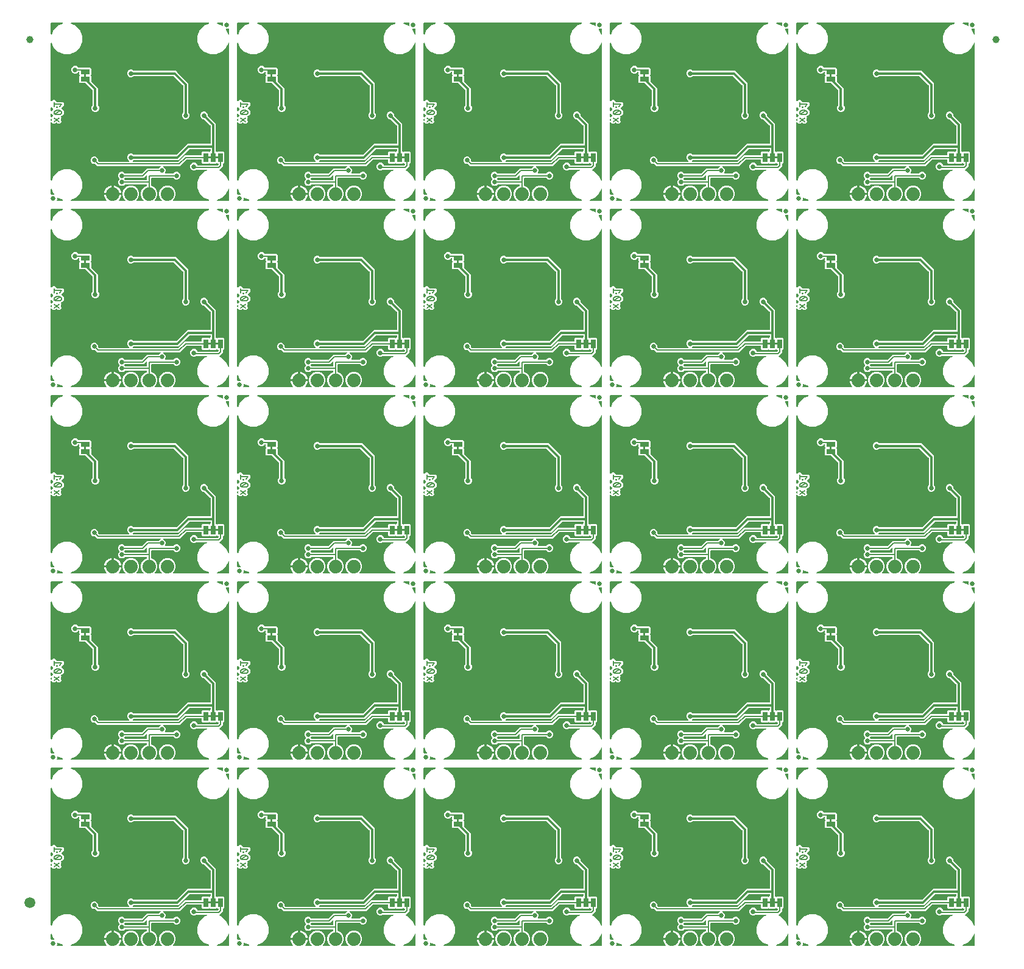
<source format=gbl>
G04 EAGLE Gerber RS-274X export*
G75*
%MOMM*%
%FSLAX34Y34*%
%LPD*%
%INBottom Copper*%
%IPPOS*%
%AMOC8*
5,1,8,0,0,1.08239X$1,22.5*%
G01*
%ADD10C,0.203200*%
%ADD11C,1.879600*%
%ADD12C,0.635000*%
%ADD13R,1.270000X0.660400*%
%ADD14R,0.660400X1.270000*%
%ADD15C,1.000000*%
%ADD16C,1.500000*%
%ADD17C,0.660400*%
%ADD18C,0.304800*%
%ADD19C,0.177800*%

G36*
X1116220Y780300D02*
X1116220Y780300D01*
X1116292Y780302D01*
X1116341Y780320D01*
X1116392Y780328D01*
X1116456Y780362D01*
X1116523Y780387D01*
X1116564Y780419D01*
X1116610Y780444D01*
X1116659Y780495D01*
X1116715Y780540D01*
X1116743Y780584D01*
X1116779Y780622D01*
X1116809Y780687D01*
X1116848Y780747D01*
X1116861Y780798D01*
X1116883Y780845D01*
X1116891Y780916D01*
X1116908Y780986D01*
X1116904Y781038D01*
X1116910Y781089D01*
X1116895Y781160D01*
X1116889Y781231D01*
X1116869Y781279D01*
X1116858Y781330D01*
X1116821Y781391D01*
X1116793Y781457D01*
X1116748Y781513D01*
X1116731Y781541D01*
X1116714Y781556D01*
X1116688Y781588D01*
X1116114Y782162D01*
X1115009Y783683D01*
X1114156Y785357D01*
X1113575Y787144D01*
X1113374Y788417D01*
X1124458Y788417D01*
X1124478Y788420D01*
X1124497Y788418D01*
X1124599Y788440D01*
X1124701Y788457D01*
X1124718Y788466D01*
X1124738Y788470D01*
X1124827Y788523D01*
X1124918Y788572D01*
X1124932Y788586D01*
X1124949Y788596D01*
X1125016Y788675D01*
X1125087Y788750D01*
X1125096Y788768D01*
X1125109Y788783D01*
X1125147Y788879D01*
X1125191Y788973D01*
X1125193Y788993D01*
X1125201Y789011D01*
X1125219Y789178D01*
X1125219Y789941D01*
X1125221Y789941D01*
X1125221Y789178D01*
X1125224Y789158D01*
X1125222Y789139D01*
X1125244Y789037D01*
X1125261Y788935D01*
X1125270Y788918D01*
X1125274Y788898D01*
X1125327Y788809D01*
X1125376Y788718D01*
X1125390Y788704D01*
X1125400Y788687D01*
X1125479Y788620D01*
X1125554Y788549D01*
X1125572Y788540D01*
X1125587Y788527D01*
X1125683Y788488D01*
X1125777Y788445D01*
X1125797Y788443D01*
X1125815Y788435D01*
X1125982Y788417D01*
X1137066Y788417D01*
X1136865Y787144D01*
X1136284Y785357D01*
X1135431Y783683D01*
X1134326Y782162D01*
X1133752Y781588D01*
X1133710Y781530D01*
X1133661Y781478D01*
X1133639Y781431D01*
X1133609Y781389D01*
X1133588Y781320D01*
X1133557Y781255D01*
X1133552Y781203D01*
X1133536Y781153D01*
X1133538Y781082D01*
X1133530Y781011D01*
X1133541Y780960D01*
X1133543Y780908D01*
X1133567Y780840D01*
X1133582Y780770D01*
X1133609Y780725D01*
X1133627Y780677D01*
X1133672Y780621D01*
X1133709Y780559D01*
X1133748Y780525D01*
X1133781Y780485D01*
X1133841Y780446D01*
X1133896Y780399D01*
X1133944Y780380D01*
X1133988Y780352D01*
X1134057Y780334D01*
X1134124Y780307D01*
X1134195Y780299D01*
X1134226Y780291D01*
X1134250Y780293D01*
X1134290Y780289D01*
X1142268Y780289D01*
X1142339Y780300D01*
X1142410Y780302D01*
X1142459Y780320D01*
X1142511Y780328D01*
X1142574Y780362D01*
X1142641Y780387D01*
X1142682Y780419D01*
X1142728Y780444D01*
X1142777Y780496D01*
X1142833Y780540D01*
X1142862Y780584D01*
X1142897Y780622D01*
X1142928Y780687D01*
X1142966Y780747D01*
X1142979Y780798D01*
X1143001Y780845D01*
X1143009Y780916D01*
X1143027Y780986D01*
X1143022Y781038D01*
X1143028Y781089D01*
X1143013Y781160D01*
X1143007Y781231D01*
X1142987Y781279D01*
X1142976Y781330D01*
X1142939Y781391D01*
X1142911Y781457D01*
X1142866Y781513D01*
X1142850Y781541D01*
X1142832Y781556D01*
X1142806Y781588D01*
X1140930Y783465D01*
X1139189Y787666D01*
X1139189Y792214D01*
X1140930Y796415D01*
X1144145Y799630D01*
X1148346Y801371D01*
X1152894Y801371D01*
X1157095Y799630D01*
X1160310Y796415D01*
X1162051Y792214D01*
X1162051Y787666D01*
X1160310Y783465D01*
X1158434Y781588D01*
X1158392Y781530D01*
X1158343Y781478D01*
X1158321Y781431D01*
X1158290Y781389D01*
X1158269Y781320D01*
X1158239Y781255D01*
X1158233Y781203D01*
X1158218Y781153D01*
X1158220Y781082D01*
X1158212Y781011D01*
X1158223Y780960D01*
X1158224Y780908D01*
X1158249Y780840D01*
X1158264Y780770D01*
X1158291Y780725D01*
X1158309Y780677D01*
X1158354Y780621D01*
X1158390Y780559D01*
X1158430Y780525D01*
X1158462Y780485D01*
X1158523Y780446D01*
X1158577Y780399D01*
X1158625Y780380D01*
X1158669Y780352D01*
X1158739Y780334D01*
X1158805Y780307D01*
X1158877Y780299D01*
X1158908Y780291D01*
X1158931Y780293D01*
X1158972Y780289D01*
X1167668Y780289D01*
X1167739Y780300D01*
X1167810Y780302D01*
X1167859Y780320D01*
X1167911Y780328D01*
X1167974Y780362D01*
X1168041Y780387D01*
X1168082Y780419D01*
X1168128Y780444D01*
X1168177Y780496D01*
X1168233Y780540D01*
X1168262Y780584D01*
X1168297Y780622D01*
X1168328Y780687D01*
X1168366Y780747D01*
X1168379Y780798D01*
X1168401Y780845D01*
X1168409Y780916D01*
X1168427Y780986D01*
X1168422Y781038D01*
X1168428Y781089D01*
X1168413Y781160D01*
X1168407Y781231D01*
X1168387Y781279D01*
X1168376Y781330D01*
X1168339Y781391D01*
X1168311Y781457D01*
X1168266Y781513D01*
X1168250Y781541D01*
X1168232Y781556D01*
X1168206Y781588D01*
X1166330Y783465D01*
X1164589Y787666D01*
X1164589Y792214D01*
X1166330Y796415D01*
X1169545Y799630D01*
X1172628Y800908D01*
X1172728Y800969D01*
X1172735Y800974D01*
X1172780Y800997D01*
X1172786Y801004D01*
X1172828Y801029D01*
X1172832Y801034D01*
X1172837Y801037D01*
X1172912Y801127D01*
X1172988Y801216D01*
X1172990Y801222D01*
X1172994Y801227D01*
X1173036Y801335D01*
X1173080Y801444D01*
X1173081Y801452D01*
X1173082Y801456D01*
X1173083Y801475D01*
X1173098Y801611D01*
X1173098Y802767D01*
X1173095Y802787D01*
X1173097Y802806D01*
X1173075Y802908D01*
X1173059Y803010D01*
X1173049Y803027D01*
X1173045Y803047D01*
X1172992Y803136D01*
X1172943Y803227D01*
X1172929Y803241D01*
X1172919Y803258D01*
X1172840Y803325D01*
X1172765Y803397D01*
X1172747Y803405D01*
X1172732Y803418D01*
X1172636Y803457D01*
X1172542Y803500D01*
X1172522Y803502D01*
X1172504Y803510D01*
X1172337Y803528D01*
X1142858Y803528D01*
X1142768Y803514D01*
X1142677Y803506D01*
X1142647Y803494D01*
X1142615Y803489D01*
X1142535Y803446D01*
X1142451Y803410D01*
X1142419Y803384D01*
X1142398Y803373D01*
X1142376Y803350D01*
X1142320Y803305D01*
X1140942Y801927D01*
X1138981Y801115D01*
X1136859Y801115D01*
X1134898Y801927D01*
X1133397Y803428D01*
X1132585Y805389D01*
X1132585Y807511D01*
X1133397Y809472D01*
X1134282Y810357D01*
X1134294Y810373D01*
X1134309Y810385D01*
X1134366Y810473D01*
X1134426Y810556D01*
X1134432Y810575D01*
X1134442Y810592D01*
X1134468Y810693D01*
X1134498Y810792D01*
X1134498Y810811D01*
X1134503Y810831D01*
X1134494Y810934D01*
X1134492Y811037D01*
X1134485Y811056D01*
X1134483Y811076D01*
X1134443Y811171D01*
X1134407Y811268D01*
X1134395Y811284D01*
X1134387Y811302D01*
X1134282Y811433D01*
X1133397Y812318D01*
X1132585Y814279D01*
X1132585Y816401D01*
X1133397Y818362D01*
X1134898Y819863D01*
X1136859Y820675D01*
X1138981Y820675D01*
X1140942Y819863D01*
X1142320Y818485D01*
X1142394Y818432D01*
X1142463Y818372D01*
X1142493Y818360D01*
X1142519Y818341D01*
X1142606Y818314D01*
X1142691Y818280D01*
X1142732Y818276D01*
X1142755Y818269D01*
X1142787Y818270D01*
X1142858Y818262D01*
X1165655Y818262D01*
X1165746Y818276D01*
X1165836Y818284D01*
X1165866Y818296D01*
X1165898Y818301D01*
X1165979Y818344D01*
X1166063Y818380D01*
X1166095Y818406D01*
X1166116Y818417D01*
X1166138Y818440D01*
X1166194Y818485D01*
X1173210Y825501D01*
X1188862Y825501D01*
X1188952Y825515D01*
X1189043Y825523D01*
X1189073Y825535D01*
X1189105Y825540D01*
X1189185Y825583D01*
X1189269Y825619D01*
X1189301Y825645D01*
X1189322Y825656D01*
X1189344Y825679D01*
X1189400Y825724D01*
X1190778Y827102D01*
X1191652Y827464D01*
X1191735Y827515D01*
X1191821Y827561D01*
X1191839Y827580D01*
X1191862Y827593D01*
X1191924Y827668D01*
X1191991Y827739D01*
X1192002Y827763D01*
X1192018Y827783D01*
X1192053Y827874D01*
X1192094Y827962D01*
X1192097Y827988D01*
X1192107Y828012D01*
X1192111Y828110D01*
X1192121Y828206D01*
X1192116Y828232D01*
X1192117Y828258D01*
X1192090Y828352D01*
X1192069Y828447D01*
X1192056Y828469D01*
X1192048Y828494D01*
X1191993Y828574D01*
X1191943Y828658D01*
X1191923Y828675D01*
X1191908Y828696D01*
X1191830Y828755D01*
X1191756Y828818D01*
X1191732Y828828D01*
X1191711Y828843D01*
X1191618Y828873D01*
X1191528Y828910D01*
X1191495Y828913D01*
X1191477Y828919D01*
X1191444Y828919D01*
X1191361Y828928D01*
X1103690Y828928D01*
X1101246Y831372D01*
X1101172Y831425D01*
X1101102Y831485D01*
X1101072Y831497D01*
X1101046Y831516D01*
X1100959Y831543D01*
X1100874Y831577D01*
X1100833Y831581D01*
X1100811Y831588D01*
X1100779Y831587D01*
X1100707Y831595D01*
X1098759Y831595D01*
X1096798Y832407D01*
X1095297Y833908D01*
X1094485Y835869D01*
X1094485Y837991D01*
X1095297Y839952D01*
X1096798Y841453D01*
X1098759Y842265D01*
X1100881Y842265D01*
X1102842Y841453D01*
X1104343Y839952D01*
X1105155Y837991D01*
X1105155Y836043D01*
X1105169Y835952D01*
X1105177Y835862D01*
X1105189Y835832D01*
X1105194Y835800D01*
X1105237Y835719D01*
X1105273Y835635D01*
X1105299Y835603D01*
X1105310Y835582D01*
X1105333Y835560D01*
X1105378Y835504D01*
X1105887Y834995D01*
X1105961Y834942D01*
X1106031Y834882D01*
X1106061Y834870D01*
X1106087Y834851D01*
X1106174Y834824D01*
X1106259Y834790D01*
X1106300Y834786D01*
X1106322Y834779D01*
X1106354Y834780D01*
X1106426Y834772D01*
X1147261Y834772D01*
X1147357Y834787D01*
X1147455Y834797D01*
X1147478Y834807D01*
X1147504Y834811D01*
X1147590Y834857D01*
X1147679Y834897D01*
X1147698Y834914D01*
X1147721Y834927D01*
X1147788Y834997D01*
X1147860Y835063D01*
X1147873Y835086D01*
X1147891Y835105D01*
X1147932Y835193D01*
X1147979Y835279D01*
X1147983Y835304D01*
X1147994Y835328D01*
X1148005Y835425D01*
X1148022Y835521D01*
X1148019Y835547D01*
X1148022Y835572D01*
X1148001Y835668D01*
X1147987Y835764D01*
X1147975Y835787D01*
X1147969Y835813D01*
X1147919Y835896D01*
X1147875Y835983D01*
X1147856Y836002D01*
X1147843Y836024D01*
X1147769Y836087D01*
X1147699Y836156D01*
X1147671Y836171D01*
X1147656Y836184D01*
X1147626Y836196D01*
X1147612Y836204D01*
X1146097Y837718D01*
X1145285Y839679D01*
X1145285Y841801D01*
X1146097Y843762D01*
X1147598Y845263D01*
X1149559Y846075D01*
X1151681Y846075D01*
X1153642Y845263D01*
X1154385Y844520D01*
X1154459Y844467D01*
X1154528Y844407D01*
X1154558Y844395D01*
X1154584Y844376D01*
X1154671Y844349D01*
X1154756Y844315D01*
X1154797Y844311D01*
X1154820Y844304D01*
X1154852Y844305D01*
X1154923Y844297D01*
X1213601Y844297D01*
X1213692Y844311D01*
X1213782Y844319D01*
X1213812Y844331D01*
X1213844Y844336D01*
X1213925Y844379D01*
X1214009Y844415D01*
X1214041Y844441D01*
X1214062Y844452D01*
X1214084Y844475D01*
X1214140Y844520D01*
X1229157Y859537D01*
X1260602Y859537D01*
X1260622Y859540D01*
X1260641Y859538D01*
X1260743Y859560D01*
X1260845Y859576D01*
X1260862Y859586D01*
X1260882Y859590D01*
X1260971Y859643D01*
X1261062Y859692D01*
X1261076Y859706D01*
X1261093Y859716D01*
X1261160Y859795D01*
X1261232Y859870D01*
X1261240Y859888D01*
X1261253Y859903D01*
X1261292Y859999D01*
X1261335Y860093D01*
X1261337Y860113D01*
X1261345Y860131D01*
X1261363Y860298D01*
X1261363Y884671D01*
X1261349Y884762D01*
X1261341Y884852D01*
X1261329Y884882D01*
X1261324Y884914D01*
X1261281Y884995D01*
X1261245Y885079D01*
X1261219Y885111D01*
X1261208Y885132D01*
X1261185Y885154D01*
X1261140Y885210D01*
X1252748Y893602D01*
X1252674Y893655D01*
X1252604Y893715D01*
X1252574Y893727D01*
X1252548Y893746D01*
X1252461Y893773D01*
X1252376Y893807D01*
X1252335Y893811D01*
X1252313Y893818D01*
X1252281Y893817D01*
X1252209Y893825D01*
X1251159Y893825D01*
X1249198Y894637D01*
X1247697Y896138D01*
X1246885Y898099D01*
X1246885Y900221D01*
X1247697Y902182D01*
X1249198Y903683D01*
X1251159Y904495D01*
X1253281Y904495D01*
X1255242Y903683D01*
X1256743Y902182D01*
X1257555Y900221D01*
X1257555Y899171D01*
X1257569Y899080D01*
X1257577Y898990D01*
X1257589Y898960D01*
X1257594Y898928D01*
X1257637Y898847D01*
X1257673Y898763D01*
X1257699Y898731D01*
X1257710Y898710D01*
X1257733Y898688D01*
X1257778Y898632D01*
X1268477Y887933D01*
X1268477Y849884D01*
X1268480Y849864D01*
X1268478Y849845D01*
X1268500Y849743D01*
X1268516Y849641D01*
X1268526Y849624D01*
X1268530Y849604D01*
X1268583Y849515D01*
X1268632Y849424D01*
X1268646Y849410D01*
X1268656Y849393D01*
X1268735Y849326D01*
X1268810Y849254D01*
X1268828Y849246D01*
X1268843Y849233D01*
X1268939Y849194D01*
X1269033Y849151D01*
X1269036Y849150D01*
X1269589Y848598D01*
X1269605Y848586D01*
X1269617Y848571D01*
X1269705Y848515D01*
X1269788Y848454D01*
X1269807Y848449D01*
X1269824Y848438D01*
X1269925Y848413D01*
X1270024Y848382D01*
X1270043Y848383D01*
X1270063Y848378D01*
X1270166Y848386D01*
X1270269Y848388D01*
X1270288Y848395D01*
X1270308Y848397D01*
X1270403Y848437D01*
X1270500Y848473D01*
X1270516Y848485D01*
X1270534Y848493D01*
X1270665Y848598D01*
X1271190Y849123D01*
X1279478Y849123D01*
X1280669Y847932D01*
X1280669Y833548D01*
X1279478Y832357D01*
X1279017Y832357D01*
X1278997Y832354D01*
X1278978Y832356D01*
X1278876Y832334D01*
X1278774Y832318D01*
X1278757Y832308D01*
X1278737Y832304D01*
X1278648Y832251D01*
X1278557Y832202D01*
X1278543Y832188D01*
X1278526Y832178D01*
X1278459Y832099D01*
X1278387Y832024D01*
X1278379Y832006D01*
X1278366Y831991D01*
X1278327Y831895D01*
X1278284Y831801D01*
X1278282Y831781D01*
X1278274Y831763D01*
X1278256Y831596D01*
X1278256Y828354D01*
X1273697Y823795D01*
X1273636Y823763D01*
X1273547Y823723D01*
X1273528Y823706D01*
X1273505Y823693D01*
X1273438Y823623D01*
X1273366Y823557D01*
X1273354Y823534D01*
X1273336Y823515D01*
X1273295Y823427D01*
X1273248Y823341D01*
X1273243Y823316D01*
X1273232Y823292D01*
X1273221Y823195D01*
X1273204Y823099D01*
X1273208Y823073D01*
X1273205Y823048D01*
X1273226Y822952D01*
X1273240Y822856D01*
X1273252Y822833D01*
X1273257Y822807D01*
X1273307Y822724D01*
X1273351Y822637D01*
X1273370Y822618D01*
X1273383Y822596D01*
X1273457Y822533D01*
X1273527Y822465D01*
X1273555Y822449D01*
X1273570Y822436D01*
X1273601Y822424D01*
X1273674Y822384D01*
X1277150Y820944D01*
X1283224Y814870D01*
X1285807Y808634D01*
X1285858Y808551D01*
X1285904Y808465D01*
X1285923Y808447D01*
X1285936Y808425D01*
X1286011Y808363D01*
X1286082Y808296D01*
X1286106Y808285D01*
X1286126Y808268D01*
X1286217Y808234D01*
X1286305Y808192D01*
X1286331Y808190D01*
X1286355Y808180D01*
X1286453Y808176D01*
X1286549Y808165D01*
X1286575Y808171D01*
X1286601Y808170D01*
X1286695Y808197D01*
X1286790Y808218D01*
X1286812Y808231D01*
X1286837Y808238D01*
X1286917Y808294D01*
X1287001Y808344D01*
X1287018Y808364D01*
X1287039Y808379D01*
X1287098Y808457D01*
X1287161Y808531D01*
X1287171Y808555D01*
X1287186Y808576D01*
X1287216Y808668D01*
X1287253Y808759D01*
X1287256Y808791D01*
X1287262Y808810D01*
X1287262Y808843D01*
X1287271Y808926D01*
X1287271Y999554D01*
X1287270Y999564D01*
X1287270Y999568D01*
X1287265Y999591D01*
X1287256Y999650D01*
X1287246Y999747D01*
X1287236Y999771D01*
X1287232Y999797D01*
X1287186Y999883D01*
X1287146Y999972D01*
X1287129Y999991D01*
X1287116Y1000015D01*
X1287046Y1000081D01*
X1286980Y1000153D01*
X1286957Y1000166D01*
X1286938Y1000184D01*
X1286850Y1000225D01*
X1286764Y1000272D01*
X1286739Y1000277D01*
X1286715Y1000288D01*
X1286618Y1000298D01*
X1286522Y1000316D01*
X1286496Y1000312D01*
X1286471Y1000315D01*
X1286375Y1000294D01*
X1286279Y1000280D01*
X1286256Y1000268D01*
X1286230Y1000262D01*
X1286147Y1000212D01*
X1286060Y1000168D01*
X1286041Y1000150D01*
X1286019Y1000136D01*
X1285956Y1000062D01*
X1285888Y999993D01*
X1285872Y999964D01*
X1285859Y999949D01*
X1285847Y999919D01*
X1285807Y999846D01*
X1283224Y993610D01*
X1277150Y987536D01*
X1269215Y984249D01*
X1260625Y984249D01*
X1252690Y987536D01*
X1246616Y993610D01*
X1243329Y1001545D01*
X1243329Y1010135D01*
X1246616Y1018070D01*
X1252690Y1024144D01*
X1258926Y1026727D01*
X1259009Y1026778D01*
X1259095Y1026824D01*
X1259113Y1026843D01*
X1259135Y1026856D01*
X1259197Y1026931D01*
X1259264Y1027002D01*
X1259275Y1027026D01*
X1259292Y1027046D01*
X1259327Y1027137D01*
X1259368Y1027225D01*
X1259370Y1027251D01*
X1259380Y1027275D01*
X1259384Y1027373D01*
X1259395Y1027469D01*
X1259389Y1027495D01*
X1259390Y1027521D01*
X1259363Y1027615D01*
X1259342Y1027710D01*
X1259329Y1027732D01*
X1259322Y1027757D01*
X1259266Y1027837D01*
X1259216Y1027921D01*
X1259196Y1027938D01*
X1259181Y1027959D01*
X1259103Y1028018D01*
X1259029Y1028081D01*
X1259005Y1028091D01*
X1258984Y1028106D01*
X1258892Y1028136D01*
X1258801Y1028173D01*
X1258769Y1028176D01*
X1258750Y1028182D01*
X1258717Y1028182D01*
X1258634Y1028191D01*
X1068006Y1028191D01*
X1067910Y1028176D01*
X1067813Y1028166D01*
X1067789Y1028156D01*
X1067763Y1028152D01*
X1067677Y1028106D01*
X1067588Y1028066D01*
X1067569Y1028049D01*
X1067545Y1028036D01*
X1067479Y1027966D01*
X1067407Y1027900D01*
X1067394Y1027877D01*
X1067376Y1027858D01*
X1067335Y1027770D01*
X1067288Y1027684D01*
X1067283Y1027659D01*
X1067272Y1027635D01*
X1067262Y1027538D01*
X1067244Y1027442D01*
X1067248Y1027416D01*
X1067245Y1027391D01*
X1067266Y1027295D01*
X1067280Y1027199D01*
X1067292Y1027176D01*
X1067298Y1027150D01*
X1067348Y1027067D01*
X1067392Y1026980D01*
X1067410Y1026961D01*
X1067424Y1026939D01*
X1067498Y1026876D01*
X1067567Y1026808D01*
X1067596Y1026792D01*
X1067611Y1026779D01*
X1067641Y1026767D01*
X1067714Y1026727D01*
X1073950Y1024144D01*
X1080024Y1018070D01*
X1083311Y1010135D01*
X1083311Y1001545D01*
X1080024Y993610D01*
X1073950Y987536D01*
X1066015Y984249D01*
X1057425Y984249D01*
X1049490Y987536D01*
X1043416Y993610D01*
X1040833Y999846D01*
X1040782Y999929D01*
X1040736Y1000015D01*
X1040717Y1000033D01*
X1040704Y1000055D01*
X1040629Y1000117D01*
X1040558Y1000184D01*
X1040534Y1000195D01*
X1040514Y1000212D01*
X1040423Y1000246D01*
X1040335Y1000288D01*
X1040309Y1000290D01*
X1040285Y1000300D01*
X1040187Y1000304D01*
X1040091Y1000315D01*
X1040065Y1000309D01*
X1040039Y1000310D01*
X1039945Y1000283D01*
X1039850Y1000262D01*
X1039828Y1000249D01*
X1039803Y1000242D01*
X1039723Y1000186D01*
X1039639Y1000136D01*
X1039622Y1000116D01*
X1039601Y1000101D01*
X1039542Y1000023D01*
X1039479Y999949D01*
X1039469Y999925D01*
X1039454Y999904D01*
X1039424Y999812D01*
X1039387Y999721D01*
X1039384Y999689D01*
X1039378Y999670D01*
X1039378Y999637D01*
X1039369Y999554D01*
X1039369Y919598D01*
X1039380Y919527D01*
X1039382Y919455D01*
X1039400Y919406D01*
X1039408Y919355D01*
X1039442Y919291D01*
X1039467Y919224D01*
X1039499Y919183D01*
X1039524Y919137D01*
X1039576Y919088D01*
X1039620Y919032D01*
X1039664Y919004D01*
X1039702Y918968D01*
X1039767Y918938D01*
X1039827Y918899D01*
X1039878Y918886D01*
X1039925Y918864D01*
X1039996Y918857D01*
X1040066Y918839D01*
X1040118Y918843D01*
X1040169Y918837D01*
X1040240Y918853D01*
X1040311Y918858D01*
X1040359Y918879D01*
X1040410Y918890D01*
X1040471Y918926D01*
X1040537Y918954D01*
X1040593Y918999D01*
X1040621Y919016D01*
X1040636Y919034D01*
X1040668Y919059D01*
X1042423Y920814D01*
X1044949Y920814D01*
X1046735Y919028D01*
X1046735Y918612D01*
X1046738Y918592D01*
X1046736Y918573D01*
X1046758Y918471D01*
X1046774Y918369D01*
X1046784Y918352D01*
X1046788Y918332D01*
X1046841Y918243D01*
X1046890Y918152D01*
X1046904Y918138D01*
X1046914Y918121D01*
X1046993Y918054D01*
X1047068Y917983D01*
X1047086Y917974D01*
X1047101Y917961D01*
X1047197Y917922D01*
X1047291Y917879D01*
X1047311Y917877D01*
X1047329Y917869D01*
X1047496Y917851D01*
X1054143Y917851D01*
X1054171Y917856D01*
X1054227Y917856D01*
X1055282Y917973D01*
X1055296Y917961D01*
X1055365Y917933D01*
X1055429Y917897D01*
X1055478Y917888D01*
X1055524Y917869D01*
X1055608Y917860D01*
X1056361Y917107D01*
X1056384Y917090D01*
X1056423Y917051D01*
X1057252Y916388D01*
X1057254Y916370D01*
X1057274Y916321D01*
X1057285Y916273D01*
X1057296Y916254D01*
X1057303Y916230D01*
X1057331Y916189D01*
X1057350Y916144D01*
X1057397Y916085D01*
X1057403Y916076D01*
X1057403Y915013D01*
X1057405Y915000D01*
X1057404Y914991D01*
X1057407Y914974D01*
X1057407Y914929D01*
X1057525Y913874D01*
X1057513Y913861D01*
X1057485Y913792D01*
X1057449Y913727D01*
X1057440Y913678D01*
X1057421Y913632D01*
X1057412Y913548D01*
X1056659Y912795D01*
X1056642Y912772D01*
X1056603Y912733D01*
X1053925Y909385D01*
X1053917Y909371D01*
X1053914Y909368D01*
X1053910Y909360D01*
X1053892Y909341D01*
X1053851Y909254D01*
X1053804Y909171D01*
X1053799Y909144D01*
X1053787Y909119D01*
X1053776Y909023D01*
X1053758Y908929D01*
X1053762Y908902D01*
X1053759Y908874D01*
X1053778Y908780D01*
X1053792Y908685D01*
X1053804Y908661D01*
X1053809Y908634D01*
X1053858Y908551D01*
X1053901Y908465D01*
X1053920Y908446D01*
X1053934Y908422D01*
X1054007Y908359D01*
X1054075Y908291D01*
X1054100Y908279D01*
X1054120Y908261D01*
X1054272Y908189D01*
X1055450Y907786D01*
X1057403Y905052D01*
X1057403Y901692D01*
X1055450Y898959D01*
X1054083Y898490D01*
X1054056Y898476D01*
X1053997Y898454D01*
X1053622Y898272D01*
X1053564Y898231D01*
X1053501Y898198D01*
X1053465Y898160D01*
X1053422Y898130D01*
X1053380Y898072D01*
X1053330Y898021D01*
X1053308Y897974D01*
X1053277Y897931D01*
X1053255Y897863D01*
X1053225Y897799D01*
X1053218Y897747D01*
X1053202Y897696D01*
X1053204Y897626D01*
X1053195Y897555D01*
X1053206Y897503D01*
X1053207Y897450D01*
X1053231Y897384D01*
X1053245Y897314D01*
X1053279Y897249D01*
X1053290Y897219D01*
X1053304Y897201D01*
X1053322Y897165D01*
X1054035Y896096D01*
X1053530Y893571D01*
X1053508Y893551D01*
X1053486Y893510D01*
X1053456Y893474D01*
X1053428Y893402D01*
X1053391Y893335D01*
X1053383Y893289D01*
X1053366Y893245D01*
X1053362Y893168D01*
X1053349Y893092D01*
X1053356Y893046D01*
X1053354Y892999D01*
X1053375Y892925D01*
X1053387Y892849D01*
X1053408Y892808D01*
X1053421Y892763D01*
X1053464Y892699D01*
X1053500Y892631D01*
X1053530Y892602D01*
X1054035Y890074D01*
X1052634Y887973D01*
X1050158Y887477D01*
X1047664Y889140D01*
X1047559Y889188D01*
X1047454Y889237D01*
X1047447Y889238D01*
X1047440Y889241D01*
X1047325Y889253D01*
X1047210Y889267D01*
X1047203Y889265D01*
X1047196Y889266D01*
X1047083Y889240D01*
X1046969Y889217D01*
X1046961Y889213D01*
X1046956Y889212D01*
X1046939Y889201D01*
X1046820Y889140D01*
X1044326Y887477D01*
X1041850Y887973D01*
X1040763Y889602D01*
X1040747Y889620D01*
X1040736Y889640D01*
X1040664Y889709D01*
X1040596Y889782D01*
X1040575Y889793D01*
X1040558Y889810D01*
X1040467Y889852D01*
X1040379Y889899D01*
X1040356Y889903D01*
X1040335Y889913D01*
X1040236Y889924D01*
X1040137Y889941D01*
X1040114Y889938D01*
X1040091Y889940D01*
X1039993Y889919D01*
X1039894Y889904D01*
X1039873Y889893D01*
X1039850Y889888D01*
X1039764Y889837D01*
X1039675Y889791D01*
X1039659Y889774D01*
X1039639Y889762D01*
X1039574Y889686D01*
X1039504Y889614D01*
X1039494Y889593D01*
X1039479Y889575D01*
X1039442Y889482D01*
X1039399Y889392D01*
X1039396Y889369D01*
X1039387Y889347D01*
X1039369Y889180D01*
X1039369Y808926D01*
X1039384Y808830D01*
X1039394Y808733D01*
X1039404Y808709D01*
X1039408Y808683D01*
X1039454Y808597D01*
X1039494Y808508D01*
X1039511Y808489D01*
X1039524Y808465D01*
X1039594Y808399D01*
X1039660Y808327D01*
X1039683Y808314D01*
X1039702Y808296D01*
X1039790Y808255D01*
X1039876Y808208D01*
X1039901Y808203D01*
X1039925Y808192D01*
X1040022Y808182D01*
X1040118Y808164D01*
X1040144Y808168D01*
X1040169Y808165D01*
X1040265Y808186D01*
X1040361Y808200D01*
X1040384Y808212D01*
X1040410Y808218D01*
X1040493Y808268D01*
X1040580Y808312D01*
X1040599Y808330D01*
X1040621Y808344D01*
X1040684Y808418D01*
X1040752Y808487D01*
X1040768Y808516D01*
X1040781Y808531D01*
X1040793Y808561D01*
X1040833Y808634D01*
X1043416Y814870D01*
X1049490Y820944D01*
X1057425Y824231D01*
X1066015Y824231D01*
X1073950Y820944D01*
X1080024Y814870D01*
X1083311Y806935D01*
X1083311Y798345D01*
X1080024Y790410D01*
X1073950Y784336D01*
X1067714Y781753D01*
X1067631Y781702D01*
X1067545Y781656D01*
X1067527Y781637D01*
X1067505Y781624D01*
X1067443Y781549D01*
X1067376Y781478D01*
X1067365Y781454D01*
X1067348Y781434D01*
X1067313Y781343D01*
X1067272Y781255D01*
X1067270Y781229D01*
X1067260Y781205D01*
X1067256Y781107D01*
X1067245Y781011D01*
X1067251Y780985D01*
X1067250Y780959D01*
X1067277Y780865D01*
X1067298Y780770D01*
X1067311Y780748D01*
X1067318Y780723D01*
X1067374Y780643D01*
X1067424Y780559D01*
X1067444Y780542D01*
X1067459Y780521D01*
X1067537Y780462D01*
X1067611Y780399D01*
X1067635Y780389D01*
X1067656Y780374D01*
X1067748Y780344D01*
X1067839Y780307D01*
X1067871Y780304D01*
X1067890Y780298D01*
X1067923Y780298D01*
X1068006Y780289D01*
X1116150Y780289D01*
X1116220Y780300D01*
G37*
G36*
X79900Y3060D02*
X79900Y3060D01*
X79972Y3062D01*
X80021Y3080D01*
X80072Y3088D01*
X80136Y3122D01*
X80203Y3147D01*
X80244Y3179D01*
X80290Y3204D01*
X80339Y3255D01*
X80395Y3300D01*
X80423Y3344D01*
X80459Y3382D01*
X80489Y3447D01*
X80528Y3507D01*
X80541Y3558D01*
X80563Y3605D01*
X80571Y3676D01*
X80588Y3746D01*
X80584Y3798D01*
X80590Y3849D01*
X80575Y3920D01*
X80569Y3991D01*
X80549Y4039D01*
X80538Y4090D01*
X80501Y4151D01*
X80473Y4217D01*
X80428Y4273D01*
X80411Y4301D01*
X80394Y4316D01*
X80368Y4348D01*
X79794Y4922D01*
X78689Y6443D01*
X77836Y8117D01*
X77255Y9904D01*
X77054Y11177D01*
X88138Y11177D01*
X88158Y11180D01*
X88177Y11178D01*
X88279Y11200D01*
X88381Y11217D01*
X88398Y11226D01*
X88418Y11230D01*
X88507Y11283D01*
X88598Y11332D01*
X88612Y11346D01*
X88629Y11356D01*
X88696Y11435D01*
X88767Y11510D01*
X88776Y11528D01*
X88789Y11543D01*
X88827Y11639D01*
X88871Y11733D01*
X88873Y11753D01*
X88881Y11771D01*
X88899Y11938D01*
X88899Y12701D01*
X88901Y12701D01*
X88901Y11938D01*
X88904Y11918D01*
X88902Y11899D01*
X88924Y11797D01*
X88941Y11695D01*
X88950Y11678D01*
X88954Y11658D01*
X89007Y11569D01*
X89056Y11478D01*
X89070Y11464D01*
X89080Y11447D01*
X89159Y11380D01*
X89234Y11309D01*
X89252Y11300D01*
X89267Y11287D01*
X89363Y11248D01*
X89457Y11205D01*
X89477Y11203D01*
X89495Y11195D01*
X89662Y11177D01*
X100746Y11177D01*
X100545Y9904D01*
X99964Y8117D01*
X99111Y6443D01*
X98006Y4922D01*
X97432Y4348D01*
X97390Y4290D01*
X97341Y4238D01*
X97319Y4191D01*
X97289Y4149D01*
X97268Y4080D01*
X97237Y4015D01*
X97232Y3963D01*
X97216Y3913D01*
X97218Y3842D01*
X97210Y3771D01*
X97221Y3720D01*
X97223Y3668D01*
X97247Y3600D01*
X97262Y3530D01*
X97289Y3485D01*
X97307Y3437D01*
X97352Y3381D01*
X97389Y3319D01*
X97428Y3285D01*
X97461Y3245D01*
X97521Y3206D01*
X97576Y3159D01*
X97624Y3140D01*
X97668Y3112D01*
X97737Y3094D01*
X97804Y3067D01*
X97875Y3059D01*
X97906Y3051D01*
X97930Y3053D01*
X97970Y3049D01*
X105948Y3049D01*
X106019Y3060D01*
X106090Y3062D01*
X106139Y3080D01*
X106191Y3088D01*
X106254Y3122D01*
X106321Y3147D01*
X106362Y3179D01*
X106408Y3204D01*
X106457Y3256D01*
X106513Y3300D01*
X106542Y3344D01*
X106577Y3382D01*
X106608Y3447D01*
X106646Y3507D01*
X106659Y3558D01*
X106681Y3605D01*
X106689Y3676D01*
X106707Y3746D01*
X106702Y3798D01*
X106708Y3849D01*
X106693Y3920D01*
X106687Y3991D01*
X106667Y4039D01*
X106656Y4090D01*
X106619Y4151D01*
X106591Y4217D01*
X106546Y4273D01*
X106530Y4301D01*
X106512Y4316D01*
X106486Y4348D01*
X104610Y6225D01*
X102869Y10426D01*
X102869Y14974D01*
X104610Y19175D01*
X107825Y22390D01*
X112026Y24131D01*
X116574Y24131D01*
X120775Y22390D01*
X123990Y19175D01*
X125731Y14974D01*
X125731Y10426D01*
X123990Y6225D01*
X122114Y4348D01*
X122072Y4290D01*
X122023Y4238D01*
X122001Y4191D01*
X121970Y4149D01*
X121949Y4080D01*
X121919Y4015D01*
X121913Y3963D01*
X121898Y3913D01*
X121900Y3842D01*
X121892Y3771D01*
X121903Y3720D01*
X121904Y3668D01*
X121929Y3600D01*
X121944Y3530D01*
X121971Y3485D01*
X121989Y3437D01*
X122034Y3381D01*
X122070Y3319D01*
X122110Y3285D01*
X122142Y3245D01*
X122203Y3206D01*
X122257Y3159D01*
X122305Y3140D01*
X122349Y3112D01*
X122419Y3094D01*
X122485Y3067D01*
X122557Y3059D01*
X122588Y3051D01*
X122611Y3053D01*
X122652Y3049D01*
X131348Y3049D01*
X131419Y3060D01*
X131490Y3062D01*
X131539Y3080D01*
X131591Y3088D01*
X131654Y3122D01*
X131721Y3147D01*
X131762Y3179D01*
X131808Y3204D01*
X131857Y3256D01*
X131913Y3300D01*
X131942Y3344D01*
X131977Y3382D01*
X132008Y3447D01*
X132046Y3507D01*
X132059Y3558D01*
X132081Y3605D01*
X132089Y3676D01*
X132107Y3746D01*
X132102Y3798D01*
X132108Y3849D01*
X132093Y3920D01*
X132087Y3991D01*
X132067Y4039D01*
X132056Y4090D01*
X132019Y4151D01*
X131991Y4217D01*
X131946Y4273D01*
X131930Y4301D01*
X131912Y4316D01*
X131886Y4348D01*
X130010Y6225D01*
X128269Y10426D01*
X128269Y14974D01*
X130010Y19175D01*
X133225Y22390D01*
X136308Y23668D01*
X136408Y23729D01*
X136415Y23734D01*
X136460Y23757D01*
X136466Y23764D01*
X136508Y23789D01*
X136512Y23794D01*
X136517Y23797D01*
X136592Y23887D01*
X136668Y23976D01*
X136670Y23982D01*
X136674Y23987D01*
X136716Y24095D01*
X136760Y24204D01*
X136761Y24212D01*
X136762Y24216D01*
X136763Y24235D01*
X136778Y24371D01*
X136778Y25527D01*
X136775Y25547D01*
X136777Y25566D01*
X136755Y25668D01*
X136739Y25770D01*
X136729Y25787D01*
X136725Y25807D01*
X136672Y25896D01*
X136623Y25987D01*
X136609Y26001D01*
X136599Y26018D01*
X136520Y26085D01*
X136445Y26157D01*
X136427Y26165D01*
X136412Y26178D01*
X136316Y26217D01*
X136222Y26260D01*
X136202Y26262D01*
X136184Y26270D01*
X136017Y26288D01*
X106538Y26288D01*
X106448Y26274D01*
X106357Y26266D01*
X106327Y26254D01*
X106295Y26249D01*
X106215Y26206D01*
X106131Y26170D01*
X106099Y26144D01*
X106078Y26133D01*
X106056Y26110D01*
X106000Y26065D01*
X104622Y24687D01*
X102661Y23875D01*
X100539Y23875D01*
X98578Y24687D01*
X97077Y26188D01*
X96265Y28149D01*
X96265Y30271D01*
X97077Y32232D01*
X97962Y33117D01*
X97974Y33133D01*
X97989Y33145D01*
X98046Y33233D01*
X98106Y33316D01*
X98112Y33335D01*
X98122Y33352D01*
X98148Y33453D01*
X98178Y33552D01*
X98178Y33571D01*
X98183Y33591D01*
X98174Y33694D01*
X98172Y33797D01*
X98165Y33816D01*
X98163Y33836D01*
X98123Y33931D01*
X98087Y34028D01*
X98075Y34044D01*
X98067Y34062D01*
X97962Y34193D01*
X97077Y35078D01*
X96265Y37039D01*
X96265Y39161D01*
X97077Y41122D01*
X98578Y42623D01*
X100539Y43435D01*
X102661Y43435D01*
X104622Y42623D01*
X106000Y41245D01*
X106074Y41192D01*
X106143Y41132D01*
X106173Y41120D01*
X106200Y41101D01*
X106286Y41074D01*
X106371Y41040D01*
X106412Y41036D01*
X106435Y41029D01*
X106467Y41030D01*
X106538Y41022D01*
X129335Y41022D01*
X129426Y41036D01*
X129516Y41044D01*
X129546Y41056D01*
X129578Y41061D01*
X129659Y41104D01*
X129743Y41140D01*
X129775Y41166D01*
X129796Y41177D01*
X129818Y41200D01*
X129874Y41245D01*
X136890Y48261D01*
X152542Y48261D01*
X152632Y48275D01*
X152723Y48283D01*
X152753Y48295D01*
X152785Y48300D01*
X152865Y48343D01*
X152949Y48379D01*
X152981Y48405D01*
X153002Y48416D01*
X153024Y48439D01*
X153080Y48484D01*
X154458Y49862D01*
X155332Y50224D01*
X155415Y50275D01*
X155501Y50321D01*
X155519Y50340D01*
X155541Y50353D01*
X155604Y50428D01*
X155671Y50499D01*
X155682Y50523D01*
X155698Y50543D01*
X155733Y50634D01*
X155774Y50722D01*
X155777Y50748D01*
X155787Y50772D01*
X155791Y50870D01*
X155801Y50966D01*
X155796Y50992D01*
X155797Y51018D01*
X155770Y51112D01*
X155749Y51207D01*
X155736Y51229D01*
X155728Y51254D01*
X155673Y51334D01*
X155623Y51418D01*
X155603Y51435D01*
X155588Y51456D01*
X155510Y51515D01*
X155436Y51578D01*
X155412Y51588D01*
X155391Y51603D01*
X155298Y51633D01*
X155208Y51670D01*
X155175Y51673D01*
X155157Y51679D01*
X155124Y51679D01*
X155041Y51688D01*
X67370Y51688D01*
X64926Y54132D01*
X64852Y54185D01*
X64782Y54245D01*
X64752Y54257D01*
X64726Y54276D01*
X64639Y54303D01*
X64554Y54337D01*
X64513Y54341D01*
X64491Y54348D01*
X64459Y54347D01*
X64387Y54355D01*
X62439Y54355D01*
X60478Y55167D01*
X58977Y56668D01*
X58165Y58629D01*
X58165Y60751D01*
X58977Y62712D01*
X60478Y64213D01*
X62439Y65025D01*
X64561Y65025D01*
X66522Y64213D01*
X68023Y62712D01*
X68835Y60751D01*
X68835Y58803D01*
X68849Y58712D01*
X68857Y58622D01*
X68869Y58592D01*
X68874Y58560D01*
X68917Y58479D01*
X68953Y58395D01*
X68979Y58363D01*
X68990Y58342D01*
X69013Y58320D01*
X69058Y58264D01*
X69567Y57755D01*
X69641Y57702D01*
X69711Y57642D01*
X69741Y57630D01*
X69767Y57611D01*
X69854Y57584D01*
X69939Y57550D01*
X69980Y57546D01*
X70002Y57539D01*
X70034Y57540D01*
X70106Y57532D01*
X110941Y57532D01*
X111037Y57547D01*
X111135Y57557D01*
X111158Y57567D01*
X111184Y57571D01*
X111270Y57617D01*
X111359Y57657D01*
X111378Y57674D01*
X111401Y57687D01*
X111468Y57757D01*
X111540Y57823D01*
X111553Y57846D01*
X111571Y57865D01*
X111612Y57953D01*
X111659Y58039D01*
X111663Y58064D01*
X111674Y58088D01*
X111685Y58185D01*
X111702Y58281D01*
X111699Y58307D01*
X111702Y58332D01*
X111681Y58428D01*
X111667Y58524D01*
X111655Y58547D01*
X111649Y58573D01*
X111599Y58656D01*
X111555Y58743D01*
X111536Y58762D01*
X111523Y58784D01*
X111449Y58847D01*
X111379Y58916D01*
X111351Y58931D01*
X111336Y58944D01*
X111306Y58956D01*
X111292Y58964D01*
X109777Y60478D01*
X108965Y62439D01*
X108965Y64561D01*
X109777Y66522D01*
X111278Y68023D01*
X113239Y68835D01*
X115361Y68835D01*
X117322Y68023D01*
X118065Y67280D01*
X118139Y67227D01*
X118208Y67167D01*
X118238Y67155D01*
X118265Y67136D01*
X118351Y67109D01*
X118436Y67075D01*
X118477Y67071D01*
X118500Y67064D01*
X118532Y67065D01*
X118603Y67057D01*
X177281Y67057D01*
X177372Y67071D01*
X177462Y67079D01*
X177492Y67091D01*
X177524Y67096D01*
X177605Y67139D01*
X177689Y67175D01*
X177721Y67201D01*
X177742Y67212D01*
X177764Y67235D01*
X177820Y67280D01*
X192837Y82297D01*
X224282Y82297D01*
X224302Y82300D01*
X224321Y82298D01*
X224423Y82320D01*
X224525Y82336D01*
X224542Y82346D01*
X224562Y82350D01*
X224651Y82403D01*
X224742Y82452D01*
X224756Y82466D01*
X224773Y82476D01*
X224840Y82555D01*
X224912Y82630D01*
X224920Y82648D01*
X224933Y82663D01*
X224972Y82759D01*
X225015Y82853D01*
X225017Y82873D01*
X225025Y82891D01*
X225043Y83058D01*
X225043Y107431D01*
X225029Y107522D01*
X225021Y107612D01*
X225009Y107642D01*
X225004Y107674D01*
X224961Y107755D01*
X224925Y107839D01*
X224899Y107871D01*
X224888Y107892D01*
X224865Y107914D01*
X224820Y107970D01*
X216428Y116362D01*
X216354Y116415D01*
X216284Y116475D01*
X216254Y116487D01*
X216228Y116506D01*
X216141Y116533D01*
X216056Y116567D01*
X216015Y116571D01*
X215993Y116578D01*
X215961Y116577D01*
X215889Y116585D01*
X214839Y116585D01*
X212878Y117397D01*
X211377Y118898D01*
X210565Y120859D01*
X210565Y122981D01*
X211377Y124942D01*
X212878Y126443D01*
X214839Y127255D01*
X216961Y127255D01*
X218922Y126443D01*
X220423Y124942D01*
X221235Y122981D01*
X221235Y121931D01*
X221249Y121840D01*
X221257Y121750D01*
X221269Y121720D01*
X221274Y121688D01*
X221317Y121607D01*
X221353Y121523D01*
X221379Y121491D01*
X221390Y121470D01*
X221413Y121448D01*
X221458Y121392D01*
X232157Y110693D01*
X232157Y72644D01*
X232160Y72624D01*
X232158Y72605D01*
X232180Y72503D01*
X232196Y72401D01*
X232206Y72384D01*
X232210Y72364D01*
X232263Y72275D01*
X232312Y72184D01*
X232326Y72170D01*
X232336Y72153D01*
X232415Y72086D01*
X232490Y72014D01*
X232508Y72006D01*
X232523Y71993D01*
X232619Y71954D01*
X232713Y71911D01*
X232716Y71910D01*
X233269Y71358D01*
X233285Y71346D01*
X233297Y71331D01*
X233385Y71275D01*
X233468Y71214D01*
X233487Y71209D01*
X233504Y71198D01*
X233605Y71173D01*
X233704Y71142D01*
X233723Y71143D01*
X233743Y71138D01*
X233846Y71146D01*
X233949Y71148D01*
X233968Y71155D01*
X233988Y71157D01*
X234083Y71197D01*
X234180Y71233D01*
X234196Y71245D01*
X234214Y71253D01*
X234345Y71358D01*
X234870Y71883D01*
X243158Y71883D01*
X244349Y70692D01*
X244349Y56308D01*
X243158Y55117D01*
X242697Y55117D01*
X242677Y55114D01*
X242658Y55116D01*
X242556Y55094D01*
X242454Y55078D01*
X242437Y55068D01*
X242417Y55064D01*
X242328Y55011D01*
X242237Y54962D01*
X242223Y54948D01*
X242206Y54938D01*
X242139Y54859D01*
X242067Y54784D01*
X242059Y54766D01*
X242046Y54751D01*
X242007Y54655D01*
X241964Y54561D01*
X241962Y54541D01*
X241954Y54523D01*
X241936Y54356D01*
X241936Y51114D01*
X237377Y46555D01*
X237316Y46523D01*
X237227Y46483D01*
X237208Y46466D01*
X237185Y46453D01*
X237118Y46383D01*
X237046Y46317D01*
X237034Y46294D01*
X237016Y46275D01*
X236975Y46187D01*
X236928Y46101D01*
X236923Y46076D01*
X236912Y46052D01*
X236901Y45955D01*
X236884Y45859D01*
X236888Y45833D01*
X236885Y45808D01*
X236906Y45712D01*
X236920Y45616D01*
X236932Y45593D01*
X236937Y45567D01*
X236987Y45484D01*
X237031Y45397D01*
X237050Y45378D01*
X237063Y45356D01*
X237137Y45293D01*
X237207Y45225D01*
X237235Y45209D01*
X237250Y45196D01*
X237281Y45184D01*
X237354Y45144D01*
X240830Y43704D01*
X246904Y37630D01*
X249487Y31394D01*
X249538Y31311D01*
X249584Y31225D01*
X249603Y31207D01*
X249616Y31185D01*
X249691Y31123D01*
X249762Y31056D01*
X249786Y31045D01*
X249806Y31028D01*
X249897Y30994D01*
X249985Y30952D01*
X250011Y30950D01*
X250035Y30940D01*
X250133Y30936D01*
X250229Y30925D01*
X250255Y30931D01*
X250281Y30930D01*
X250375Y30957D01*
X250470Y30978D01*
X250492Y30991D01*
X250517Y30998D01*
X250597Y31054D01*
X250681Y31104D01*
X250698Y31124D01*
X250719Y31139D01*
X250778Y31217D01*
X250841Y31291D01*
X250851Y31315D01*
X250866Y31336D01*
X250896Y31428D01*
X250933Y31519D01*
X250936Y31551D01*
X250942Y31570D01*
X250942Y31603D01*
X250951Y31686D01*
X250951Y222314D01*
X250950Y222324D01*
X250950Y222328D01*
X250945Y222351D01*
X250936Y222410D01*
X250926Y222507D01*
X250916Y222531D01*
X250912Y222557D01*
X250866Y222643D01*
X250826Y222732D01*
X250809Y222751D01*
X250796Y222775D01*
X250726Y222841D01*
X250660Y222913D01*
X250637Y222926D01*
X250618Y222944D01*
X250530Y222985D01*
X250444Y223032D01*
X250419Y223037D01*
X250395Y223048D01*
X250298Y223058D01*
X250202Y223076D01*
X250176Y223072D01*
X250151Y223075D01*
X250055Y223054D01*
X249959Y223040D01*
X249936Y223028D01*
X249910Y223022D01*
X249827Y222972D01*
X249740Y222928D01*
X249721Y222910D01*
X249699Y222896D01*
X249636Y222822D01*
X249568Y222753D01*
X249552Y222724D01*
X249539Y222709D01*
X249527Y222679D01*
X249487Y222606D01*
X246904Y216370D01*
X240830Y210296D01*
X232895Y207009D01*
X224305Y207009D01*
X216370Y210296D01*
X210296Y216370D01*
X207009Y224305D01*
X207009Y232895D01*
X210296Y240830D01*
X216370Y246904D01*
X222606Y249487D01*
X222689Y249538D01*
X222775Y249584D01*
X222793Y249603D01*
X222815Y249616D01*
X222877Y249691D01*
X222944Y249762D01*
X222955Y249786D01*
X222972Y249806D01*
X223006Y249897D01*
X223048Y249985D01*
X223050Y250011D01*
X223060Y250035D01*
X223064Y250133D01*
X223075Y250229D01*
X223069Y250255D01*
X223070Y250281D01*
X223043Y250375D01*
X223022Y250470D01*
X223009Y250492D01*
X223002Y250517D01*
X222946Y250597D01*
X222896Y250681D01*
X222876Y250698D01*
X222861Y250719D01*
X222783Y250778D01*
X222709Y250841D01*
X222685Y250851D01*
X222664Y250866D01*
X222572Y250896D01*
X222481Y250933D01*
X222449Y250936D01*
X222430Y250942D01*
X222397Y250942D01*
X222314Y250951D01*
X31686Y250951D01*
X31590Y250936D01*
X31493Y250926D01*
X31469Y250916D01*
X31443Y250912D01*
X31357Y250866D01*
X31268Y250826D01*
X31249Y250809D01*
X31225Y250796D01*
X31159Y250726D01*
X31087Y250660D01*
X31074Y250637D01*
X31056Y250618D01*
X31015Y250530D01*
X30968Y250444D01*
X30963Y250419D01*
X30952Y250395D01*
X30942Y250298D01*
X30924Y250202D01*
X30928Y250176D01*
X30925Y250151D01*
X30946Y250055D01*
X30960Y249959D01*
X30972Y249936D01*
X30978Y249910D01*
X31028Y249827D01*
X31072Y249740D01*
X31090Y249721D01*
X31104Y249699D01*
X31178Y249636D01*
X31247Y249568D01*
X31276Y249552D01*
X31291Y249539D01*
X31321Y249527D01*
X31394Y249487D01*
X37630Y246904D01*
X43704Y240830D01*
X46991Y232895D01*
X46991Y224305D01*
X43704Y216370D01*
X37630Y210296D01*
X29695Y207009D01*
X21105Y207009D01*
X13170Y210296D01*
X7096Y216370D01*
X4513Y222606D01*
X4462Y222689D01*
X4416Y222775D01*
X4397Y222793D01*
X4384Y222815D01*
X4309Y222877D01*
X4238Y222944D01*
X4214Y222955D01*
X4194Y222972D01*
X4103Y223007D01*
X4015Y223048D01*
X3989Y223050D01*
X3965Y223060D01*
X3867Y223064D01*
X3771Y223075D01*
X3745Y223069D01*
X3719Y223070D01*
X3625Y223043D01*
X3530Y223022D01*
X3508Y223009D01*
X3483Y223002D01*
X3403Y222946D01*
X3319Y222896D01*
X3302Y222876D01*
X3281Y222861D01*
X3222Y222783D01*
X3159Y222709D01*
X3149Y222685D01*
X3134Y222664D01*
X3104Y222572D01*
X3067Y222481D01*
X3064Y222449D01*
X3058Y222430D01*
X3058Y222397D01*
X3049Y222314D01*
X3049Y142358D01*
X3060Y142287D01*
X3062Y142215D01*
X3080Y142166D01*
X3088Y142115D01*
X3122Y142051D01*
X3147Y141984D01*
X3179Y141943D01*
X3204Y141897D01*
X3256Y141848D01*
X3300Y141792D01*
X3344Y141764D01*
X3382Y141728D01*
X3447Y141698D01*
X3507Y141659D01*
X3558Y141646D01*
X3605Y141624D01*
X3676Y141617D01*
X3746Y141599D01*
X3798Y141603D01*
X3849Y141597D01*
X3920Y141613D01*
X3991Y141618D01*
X4039Y141639D01*
X4090Y141650D01*
X4151Y141686D01*
X4217Y141714D01*
X4273Y141759D01*
X4301Y141776D01*
X4316Y141794D01*
X4348Y141819D01*
X6103Y143574D01*
X8629Y143574D01*
X10415Y141788D01*
X10415Y141372D01*
X10418Y141352D01*
X10416Y141333D01*
X10438Y141231D01*
X10454Y141129D01*
X10464Y141112D01*
X10468Y141092D01*
X10521Y141003D01*
X10570Y140912D01*
X10584Y140898D01*
X10594Y140881D01*
X10673Y140814D01*
X10748Y140743D01*
X10766Y140734D01*
X10781Y140721D01*
X10877Y140682D01*
X10971Y140639D01*
X10991Y140637D01*
X11009Y140629D01*
X11176Y140611D01*
X17823Y140611D01*
X17851Y140616D01*
X17907Y140616D01*
X18962Y140733D01*
X18976Y140721D01*
X19045Y140693D01*
X19109Y140657D01*
X19158Y140648D01*
X19204Y140629D01*
X19288Y140620D01*
X20041Y139867D01*
X20064Y139850D01*
X20103Y139811D01*
X20932Y139148D01*
X20934Y139130D01*
X20954Y139082D01*
X20965Y139033D01*
X20976Y139014D01*
X20983Y138990D01*
X21011Y138949D01*
X21030Y138904D01*
X21077Y138845D01*
X21083Y138836D01*
X21083Y137773D01*
X21085Y137760D01*
X21084Y137750D01*
X21087Y137734D01*
X21087Y137689D01*
X21205Y136634D01*
X21193Y136621D01*
X21165Y136552D01*
X21129Y136487D01*
X21120Y136438D01*
X21101Y136392D01*
X21092Y136308D01*
X20339Y135555D01*
X20322Y135532D01*
X20283Y135493D01*
X17605Y132145D01*
X17597Y132131D01*
X17594Y132128D01*
X17590Y132120D01*
X17572Y132101D01*
X17531Y132014D01*
X17484Y131931D01*
X17479Y131904D01*
X17467Y131879D01*
X17456Y131783D01*
X17438Y131689D01*
X17442Y131662D01*
X17439Y131634D01*
X17458Y131540D01*
X17472Y131445D01*
X17484Y131421D01*
X17489Y131394D01*
X17538Y131311D01*
X17581Y131225D01*
X17600Y131206D01*
X17614Y131182D01*
X17687Y131119D01*
X17755Y131051D01*
X17780Y131039D01*
X17800Y131021D01*
X17952Y130949D01*
X19130Y130546D01*
X21083Y127812D01*
X21083Y124452D01*
X19130Y121719D01*
X17763Y121250D01*
X17736Y121236D01*
X17677Y121214D01*
X17302Y121032D01*
X17244Y120991D01*
X17181Y120958D01*
X17145Y120920D01*
X17102Y120890D01*
X17060Y120832D01*
X17010Y120781D01*
X16988Y120734D01*
X16957Y120691D01*
X16935Y120623D01*
X16905Y120559D01*
X16898Y120507D01*
X16882Y120456D01*
X16884Y120386D01*
X16875Y120315D01*
X16886Y120263D01*
X16887Y120210D01*
X16911Y120144D01*
X16925Y120074D01*
X16959Y120009D01*
X16970Y119979D01*
X16984Y119961D01*
X17002Y119925D01*
X17715Y118856D01*
X17210Y116331D01*
X17188Y116311D01*
X17166Y116270D01*
X17136Y116234D01*
X17108Y116162D01*
X17071Y116095D01*
X17063Y116049D01*
X17046Y116005D01*
X17042Y115928D01*
X17029Y115852D01*
X17036Y115806D01*
X17034Y115759D01*
X17055Y115685D01*
X17067Y115609D01*
X17088Y115568D01*
X17101Y115523D01*
X17144Y115459D01*
X17180Y115391D01*
X17210Y115362D01*
X17715Y112834D01*
X16314Y110733D01*
X13838Y110237D01*
X11344Y111900D01*
X11239Y111948D01*
X11134Y111997D01*
X11127Y111998D01*
X11120Y112001D01*
X11005Y112013D01*
X10890Y112027D01*
X10883Y112025D01*
X10876Y112026D01*
X10763Y112000D01*
X10649Y111977D01*
X10641Y111973D01*
X10636Y111972D01*
X10619Y111961D01*
X10500Y111900D01*
X8006Y110237D01*
X5530Y110733D01*
X4443Y112362D01*
X4427Y112380D01*
X4416Y112400D01*
X4344Y112469D01*
X4276Y112542D01*
X4255Y112553D01*
X4238Y112570D01*
X4147Y112612D01*
X4059Y112659D01*
X4036Y112663D01*
X4015Y112673D01*
X3916Y112684D01*
X3817Y112701D01*
X3794Y112698D01*
X3771Y112700D01*
X3673Y112679D01*
X3574Y112664D01*
X3553Y112653D01*
X3530Y112648D01*
X3444Y112597D01*
X3355Y112551D01*
X3339Y112534D01*
X3319Y112522D01*
X3254Y112446D01*
X3184Y112374D01*
X3174Y112353D01*
X3159Y112335D01*
X3122Y112242D01*
X3079Y112152D01*
X3076Y112129D01*
X3067Y112107D01*
X3049Y111940D01*
X3049Y31686D01*
X3064Y31590D01*
X3074Y31493D01*
X3084Y31469D01*
X3088Y31443D01*
X3134Y31357D01*
X3174Y31268D01*
X3191Y31249D01*
X3204Y31225D01*
X3274Y31159D01*
X3340Y31087D01*
X3363Y31074D01*
X3382Y31056D01*
X3470Y31015D01*
X3556Y30968D01*
X3581Y30963D01*
X3605Y30952D01*
X3702Y30942D01*
X3798Y30924D01*
X3824Y30928D01*
X3849Y30925D01*
X3945Y30946D01*
X4041Y30960D01*
X4064Y30972D01*
X4090Y30978D01*
X4173Y31028D01*
X4260Y31072D01*
X4279Y31090D01*
X4301Y31104D01*
X4364Y31178D01*
X4432Y31247D01*
X4448Y31276D01*
X4461Y31291D01*
X4473Y31321D01*
X4513Y31394D01*
X7096Y37630D01*
X13170Y43704D01*
X21105Y46991D01*
X29695Y46991D01*
X37630Y43704D01*
X43704Y37630D01*
X46991Y29695D01*
X46991Y21105D01*
X43704Y13170D01*
X37630Y7096D01*
X31394Y4513D01*
X31311Y4462D01*
X31225Y4416D01*
X31207Y4397D01*
X31185Y4384D01*
X31123Y4309D01*
X31056Y4238D01*
X31045Y4214D01*
X31028Y4194D01*
X30994Y4103D01*
X30952Y4015D01*
X30950Y3989D01*
X30940Y3965D01*
X30936Y3867D01*
X30925Y3771D01*
X30931Y3745D01*
X30930Y3719D01*
X30957Y3625D01*
X30978Y3530D01*
X30991Y3508D01*
X30998Y3483D01*
X31054Y3403D01*
X31104Y3319D01*
X31124Y3302D01*
X31139Y3281D01*
X31217Y3222D01*
X31291Y3159D01*
X31315Y3149D01*
X31336Y3134D01*
X31428Y3104D01*
X31519Y3067D01*
X31551Y3064D01*
X31570Y3058D01*
X31603Y3058D01*
X31686Y3049D01*
X79830Y3049D01*
X79900Y3060D01*
G37*
G36*
X857140Y780300D02*
X857140Y780300D01*
X857212Y780302D01*
X857261Y780320D01*
X857312Y780328D01*
X857376Y780362D01*
X857443Y780387D01*
X857484Y780419D01*
X857530Y780444D01*
X857579Y780495D01*
X857635Y780540D01*
X857663Y780584D01*
X857699Y780622D01*
X857729Y780687D01*
X857768Y780747D01*
X857781Y780798D01*
X857803Y780845D01*
X857811Y780916D01*
X857828Y780986D01*
X857824Y781038D01*
X857830Y781089D01*
X857815Y781160D01*
X857809Y781231D01*
X857789Y781279D01*
X857778Y781330D01*
X857741Y781391D01*
X857713Y781457D01*
X857668Y781513D01*
X857651Y781541D01*
X857634Y781556D01*
X857608Y781588D01*
X857034Y782162D01*
X855929Y783683D01*
X855076Y785357D01*
X854495Y787144D01*
X854294Y788417D01*
X865378Y788417D01*
X865398Y788420D01*
X865417Y788418D01*
X865519Y788440D01*
X865621Y788457D01*
X865638Y788466D01*
X865658Y788470D01*
X865747Y788523D01*
X865838Y788572D01*
X865852Y788586D01*
X865869Y788596D01*
X865936Y788675D01*
X866007Y788750D01*
X866016Y788768D01*
X866029Y788783D01*
X866067Y788879D01*
X866111Y788973D01*
X866113Y788993D01*
X866121Y789011D01*
X866139Y789178D01*
X866139Y789941D01*
X866141Y789941D01*
X866141Y789178D01*
X866144Y789158D01*
X866142Y789139D01*
X866164Y789037D01*
X866181Y788935D01*
X866190Y788918D01*
X866194Y788898D01*
X866247Y788809D01*
X866296Y788718D01*
X866310Y788704D01*
X866320Y788687D01*
X866399Y788620D01*
X866474Y788549D01*
X866492Y788540D01*
X866507Y788527D01*
X866603Y788488D01*
X866697Y788445D01*
X866717Y788443D01*
X866735Y788435D01*
X866902Y788417D01*
X877986Y788417D01*
X877785Y787144D01*
X877204Y785357D01*
X876351Y783683D01*
X875246Y782162D01*
X874672Y781588D01*
X874630Y781530D01*
X874581Y781478D01*
X874559Y781431D01*
X874529Y781389D01*
X874508Y781320D01*
X874477Y781255D01*
X874472Y781203D01*
X874456Y781153D01*
X874458Y781082D01*
X874450Y781011D01*
X874461Y780960D01*
X874463Y780908D01*
X874487Y780840D01*
X874502Y780770D01*
X874529Y780725D01*
X874547Y780677D01*
X874592Y780621D01*
X874629Y780559D01*
X874668Y780525D01*
X874701Y780485D01*
X874761Y780446D01*
X874816Y780399D01*
X874864Y780380D01*
X874908Y780352D01*
X874977Y780334D01*
X875044Y780307D01*
X875115Y780299D01*
X875146Y780291D01*
X875170Y780293D01*
X875210Y780289D01*
X883188Y780289D01*
X883259Y780300D01*
X883330Y780302D01*
X883379Y780320D01*
X883431Y780328D01*
X883494Y780362D01*
X883561Y780387D01*
X883602Y780419D01*
X883648Y780444D01*
X883697Y780496D01*
X883753Y780540D01*
X883782Y780584D01*
X883817Y780622D01*
X883848Y780687D01*
X883886Y780747D01*
X883899Y780798D01*
X883921Y780845D01*
X883929Y780916D01*
X883947Y780986D01*
X883942Y781038D01*
X883948Y781089D01*
X883933Y781160D01*
X883927Y781231D01*
X883907Y781279D01*
X883896Y781330D01*
X883859Y781391D01*
X883831Y781457D01*
X883786Y781513D01*
X883770Y781541D01*
X883752Y781556D01*
X883726Y781588D01*
X881850Y783465D01*
X880109Y787666D01*
X880109Y792214D01*
X881850Y796415D01*
X885065Y799630D01*
X889266Y801371D01*
X893814Y801371D01*
X898015Y799630D01*
X901230Y796415D01*
X902971Y792214D01*
X902971Y787666D01*
X901230Y783465D01*
X899354Y781588D01*
X899312Y781530D01*
X899263Y781478D01*
X899241Y781431D01*
X899210Y781389D01*
X899189Y781320D01*
X899159Y781255D01*
X899153Y781203D01*
X899138Y781153D01*
X899140Y781082D01*
X899132Y781011D01*
X899143Y780960D01*
X899144Y780908D01*
X899169Y780840D01*
X899184Y780770D01*
X899211Y780725D01*
X899229Y780677D01*
X899274Y780621D01*
X899310Y780559D01*
X899350Y780525D01*
X899382Y780485D01*
X899443Y780446D01*
X899497Y780399D01*
X899545Y780380D01*
X899589Y780352D01*
X899659Y780334D01*
X899725Y780307D01*
X899797Y780299D01*
X899828Y780291D01*
X899851Y780293D01*
X899892Y780289D01*
X908588Y780289D01*
X908659Y780300D01*
X908730Y780302D01*
X908779Y780320D01*
X908831Y780328D01*
X908894Y780362D01*
X908961Y780387D01*
X909002Y780419D01*
X909048Y780444D01*
X909097Y780496D01*
X909153Y780540D01*
X909182Y780584D01*
X909217Y780622D01*
X909248Y780687D01*
X909286Y780747D01*
X909299Y780798D01*
X909321Y780845D01*
X909329Y780916D01*
X909347Y780986D01*
X909342Y781038D01*
X909348Y781089D01*
X909333Y781160D01*
X909327Y781231D01*
X909307Y781279D01*
X909296Y781330D01*
X909259Y781391D01*
X909231Y781457D01*
X909186Y781513D01*
X909170Y781541D01*
X909152Y781556D01*
X909126Y781588D01*
X907250Y783465D01*
X905509Y787666D01*
X905509Y792214D01*
X907250Y796415D01*
X910465Y799630D01*
X913548Y800908D01*
X913648Y800969D01*
X913655Y800974D01*
X913700Y800997D01*
X913706Y801004D01*
X913748Y801029D01*
X913752Y801034D01*
X913757Y801037D01*
X913832Y801127D01*
X913908Y801216D01*
X913910Y801222D01*
X913914Y801227D01*
X913956Y801335D01*
X914000Y801444D01*
X914001Y801452D01*
X914002Y801456D01*
X914003Y801475D01*
X914018Y801611D01*
X914018Y802767D01*
X914015Y802787D01*
X914017Y802806D01*
X913995Y802908D01*
X913979Y803010D01*
X913969Y803027D01*
X913965Y803047D01*
X913912Y803136D01*
X913863Y803227D01*
X913849Y803241D01*
X913839Y803258D01*
X913760Y803325D01*
X913685Y803397D01*
X913667Y803405D01*
X913652Y803418D01*
X913556Y803457D01*
X913462Y803500D01*
X913442Y803502D01*
X913424Y803510D01*
X913257Y803528D01*
X883778Y803528D01*
X883688Y803514D01*
X883597Y803506D01*
X883567Y803494D01*
X883535Y803489D01*
X883455Y803446D01*
X883371Y803410D01*
X883339Y803384D01*
X883318Y803373D01*
X883296Y803350D01*
X883240Y803305D01*
X881862Y801927D01*
X879901Y801115D01*
X877779Y801115D01*
X875818Y801927D01*
X874317Y803428D01*
X873505Y805389D01*
X873505Y807511D01*
X874317Y809472D01*
X875202Y810357D01*
X875214Y810373D01*
X875229Y810385D01*
X875286Y810473D01*
X875346Y810556D01*
X875352Y810575D01*
X875362Y810592D01*
X875388Y810693D01*
X875418Y810792D01*
X875418Y810811D01*
X875423Y810831D01*
X875414Y810934D01*
X875412Y811037D01*
X875405Y811056D01*
X875403Y811076D01*
X875363Y811171D01*
X875327Y811268D01*
X875315Y811284D01*
X875307Y811302D01*
X875202Y811433D01*
X874317Y812318D01*
X873505Y814279D01*
X873505Y816401D01*
X874317Y818362D01*
X875818Y819863D01*
X877779Y820675D01*
X879901Y820675D01*
X881862Y819863D01*
X883240Y818485D01*
X883314Y818432D01*
X883383Y818372D01*
X883413Y818360D01*
X883440Y818341D01*
X883526Y818314D01*
X883611Y818280D01*
X883652Y818276D01*
X883675Y818269D01*
X883707Y818270D01*
X883778Y818262D01*
X906575Y818262D01*
X906666Y818276D01*
X906756Y818284D01*
X906786Y818296D01*
X906818Y818301D01*
X906899Y818344D01*
X906983Y818380D01*
X907015Y818406D01*
X907036Y818417D01*
X907058Y818440D01*
X907114Y818485D01*
X914130Y825501D01*
X929782Y825501D01*
X929872Y825515D01*
X929963Y825523D01*
X929993Y825535D01*
X930025Y825540D01*
X930105Y825583D01*
X930189Y825619D01*
X930221Y825645D01*
X930242Y825656D01*
X930264Y825679D01*
X930320Y825724D01*
X931698Y827102D01*
X932572Y827464D01*
X932655Y827515D01*
X932741Y827561D01*
X932759Y827580D01*
X932781Y827593D01*
X932844Y827668D01*
X932911Y827739D01*
X932922Y827763D01*
X932938Y827783D01*
X932973Y827874D01*
X933014Y827962D01*
X933017Y827988D01*
X933027Y828012D01*
X933031Y828110D01*
X933041Y828206D01*
X933036Y828232D01*
X933037Y828258D01*
X933010Y828352D01*
X932989Y828447D01*
X932976Y828469D01*
X932968Y828494D01*
X932913Y828574D01*
X932863Y828658D01*
X932843Y828675D01*
X932828Y828696D01*
X932750Y828755D01*
X932676Y828818D01*
X932652Y828828D01*
X932631Y828843D01*
X932538Y828873D01*
X932448Y828910D01*
X932415Y828913D01*
X932397Y828919D01*
X932364Y828919D01*
X932281Y828928D01*
X844610Y828928D01*
X842166Y831372D01*
X842092Y831425D01*
X842022Y831485D01*
X841992Y831497D01*
X841966Y831516D01*
X841879Y831543D01*
X841794Y831577D01*
X841753Y831581D01*
X841731Y831588D01*
X841699Y831587D01*
X841627Y831595D01*
X839679Y831595D01*
X837718Y832407D01*
X836217Y833908D01*
X835405Y835869D01*
X835405Y837991D01*
X836217Y839952D01*
X837718Y841453D01*
X839679Y842265D01*
X841801Y842265D01*
X843762Y841453D01*
X845263Y839952D01*
X846075Y837991D01*
X846075Y836043D01*
X846089Y835952D01*
X846097Y835862D01*
X846109Y835832D01*
X846114Y835800D01*
X846157Y835719D01*
X846193Y835635D01*
X846219Y835603D01*
X846230Y835582D01*
X846253Y835560D01*
X846298Y835504D01*
X846807Y834995D01*
X846881Y834942D01*
X846951Y834882D01*
X846981Y834870D01*
X847007Y834851D01*
X847094Y834824D01*
X847179Y834790D01*
X847220Y834786D01*
X847242Y834779D01*
X847274Y834780D01*
X847346Y834772D01*
X888181Y834772D01*
X888277Y834787D01*
X888375Y834797D01*
X888398Y834807D01*
X888424Y834811D01*
X888510Y834857D01*
X888599Y834897D01*
X888619Y834914D01*
X888641Y834927D01*
X888709Y834997D01*
X888780Y835063D01*
X888793Y835086D01*
X888811Y835105D01*
X888852Y835193D01*
X888899Y835279D01*
X888903Y835304D01*
X888914Y835328D01*
X888925Y835425D01*
X888943Y835521D01*
X888939Y835547D01*
X888942Y835572D01*
X888921Y835668D01*
X888907Y835764D01*
X888895Y835787D01*
X888889Y835813D01*
X888839Y835896D01*
X888795Y835983D01*
X888776Y836002D01*
X888763Y836024D01*
X888689Y836087D01*
X888619Y836156D01*
X888591Y836171D01*
X888576Y836184D01*
X888545Y836196D01*
X888532Y836204D01*
X887017Y837718D01*
X886205Y839679D01*
X886205Y841801D01*
X887017Y843762D01*
X888518Y845263D01*
X890479Y846075D01*
X892601Y846075D01*
X894562Y845263D01*
X895305Y844520D01*
X895379Y844467D01*
X895448Y844407D01*
X895478Y844395D01*
X895504Y844376D01*
X895591Y844349D01*
X895676Y844315D01*
X895717Y844311D01*
X895740Y844304D01*
X895772Y844305D01*
X895843Y844297D01*
X954521Y844297D01*
X954612Y844311D01*
X954702Y844319D01*
X954732Y844331D01*
X954764Y844336D01*
X954845Y844379D01*
X954929Y844415D01*
X954961Y844441D01*
X954982Y844452D01*
X955004Y844475D01*
X955060Y844520D01*
X970077Y859537D01*
X1001522Y859537D01*
X1001542Y859540D01*
X1001561Y859538D01*
X1001663Y859560D01*
X1001765Y859576D01*
X1001782Y859586D01*
X1001802Y859590D01*
X1001891Y859643D01*
X1001982Y859692D01*
X1001996Y859706D01*
X1002013Y859716D01*
X1002080Y859795D01*
X1002152Y859870D01*
X1002160Y859888D01*
X1002173Y859903D01*
X1002212Y859999D01*
X1002255Y860093D01*
X1002257Y860113D01*
X1002265Y860131D01*
X1002283Y860298D01*
X1002283Y884671D01*
X1002269Y884762D01*
X1002261Y884852D01*
X1002249Y884882D01*
X1002244Y884914D01*
X1002201Y884995D01*
X1002165Y885079D01*
X1002139Y885111D01*
X1002128Y885132D01*
X1002105Y885154D01*
X1002060Y885210D01*
X993668Y893602D01*
X993594Y893655D01*
X993524Y893715D01*
X993494Y893727D01*
X993468Y893746D01*
X993381Y893773D01*
X993296Y893807D01*
X993255Y893811D01*
X993233Y893818D01*
X993201Y893817D01*
X993129Y893825D01*
X992079Y893825D01*
X990118Y894637D01*
X988617Y896138D01*
X987805Y898099D01*
X987805Y900221D01*
X988617Y902182D01*
X990118Y903683D01*
X992079Y904495D01*
X994201Y904495D01*
X996162Y903683D01*
X997663Y902182D01*
X998475Y900221D01*
X998475Y899171D01*
X998489Y899080D01*
X998497Y898990D01*
X998509Y898960D01*
X998514Y898928D01*
X998557Y898847D01*
X998593Y898763D01*
X998619Y898731D01*
X998630Y898710D01*
X998653Y898688D01*
X998698Y898632D01*
X1009397Y887933D01*
X1009397Y849884D01*
X1009400Y849864D01*
X1009398Y849845D01*
X1009420Y849743D01*
X1009436Y849641D01*
X1009446Y849624D01*
X1009450Y849604D01*
X1009503Y849515D01*
X1009552Y849424D01*
X1009566Y849410D01*
X1009576Y849393D01*
X1009655Y849326D01*
X1009730Y849254D01*
X1009748Y849246D01*
X1009763Y849233D01*
X1009859Y849194D01*
X1009953Y849151D01*
X1009956Y849150D01*
X1010509Y848598D01*
X1010525Y848586D01*
X1010537Y848571D01*
X1010625Y848515D01*
X1010708Y848454D01*
X1010727Y848449D01*
X1010744Y848438D01*
X1010845Y848413D01*
X1010944Y848382D01*
X1010963Y848383D01*
X1010983Y848378D01*
X1011086Y848386D01*
X1011189Y848388D01*
X1011208Y848395D01*
X1011228Y848397D01*
X1011323Y848437D01*
X1011420Y848473D01*
X1011436Y848485D01*
X1011454Y848493D01*
X1011585Y848598D01*
X1012110Y849123D01*
X1020398Y849123D01*
X1021589Y847932D01*
X1021589Y833548D01*
X1020398Y832357D01*
X1019937Y832357D01*
X1019917Y832354D01*
X1019898Y832356D01*
X1019796Y832334D01*
X1019694Y832318D01*
X1019677Y832308D01*
X1019657Y832304D01*
X1019568Y832251D01*
X1019477Y832202D01*
X1019463Y832188D01*
X1019446Y832178D01*
X1019379Y832099D01*
X1019307Y832024D01*
X1019299Y832006D01*
X1019286Y831991D01*
X1019247Y831895D01*
X1019204Y831801D01*
X1019202Y831781D01*
X1019194Y831763D01*
X1019176Y831596D01*
X1019176Y828354D01*
X1017241Y826419D01*
X1016605Y825783D01*
X1014617Y823795D01*
X1014556Y823763D01*
X1014467Y823723D01*
X1014448Y823706D01*
X1014425Y823693D01*
X1014358Y823623D01*
X1014286Y823557D01*
X1014274Y823534D01*
X1014256Y823515D01*
X1014215Y823427D01*
X1014168Y823341D01*
X1014163Y823316D01*
X1014152Y823292D01*
X1014141Y823195D01*
X1014124Y823099D01*
X1014128Y823073D01*
X1014125Y823048D01*
X1014146Y822952D01*
X1014160Y822856D01*
X1014172Y822833D01*
X1014177Y822807D01*
X1014227Y822724D01*
X1014271Y822637D01*
X1014290Y822618D01*
X1014303Y822596D01*
X1014377Y822533D01*
X1014447Y822465D01*
X1014475Y822449D01*
X1014490Y822436D01*
X1014521Y822424D01*
X1014594Y822384D01*
X1018070Y820944D01*
X1024144Y814870D01*
X1026727Y808634D01*
X1026778Y808551D01*
X1026824Y808465D01*
X1026843Y808447D01*
X1026856Y808425D01*
X1026931Y808363D01*
X1027002Y808296D01*
X1027026Y808285D01*
X1027046Y808268D01*
X1027137Y808233D01*
X1027225Y808192D01*
X1027251Y808190D01*
X1027275Y808180D01*
X1027373Y808176D01*
X1027469Y808165D01*
X1027495Y808171D01*
X1027521Y808170D01*
X1027615Y808197D01*
X1027710Y808218D01*
X1027732Y808231D01*
X1027757Y808238D01*
X1027837Y808294D01*
X1027921Y808344D01*
X1027938Y808364D01*
X1027959Y808379D01*
X1028018Y808457D01*
X1028081Y808531D01*
X1028091Y808555D01*
X1028106Y808576D01*
X1028136Y808668D01*
X1028173Y808759D01*
X1028176Y808791D01*
X1028182Y808810D01*
X1028182Y808843D01*
X1028191Y808926D01*
X1028191Y999554D01*
X1028190Y999564D01*
X1028190Y999568D01*
X1028185Y999591D01*
X1028176Y999650D01*
X1028166Y999747D01*
X1028156Y999771D01*
X1028152Y999797D01*
X1028106Y999883D01*
X1028066Y999972D01*
X1028049Y999991D01*
X1028036Y1000015D01*
X1027966Y1000081D01*
X1027900Y1000153D01*
X1027877Y1000166D01*
X1027858Y1000184D01*
X1027770Y1000225D01*
X1027684Y1000272D01*
X1027659Y1000277D01*
X1027635Y1000288D01*
X1027538Y1000298D01*
X1027442Y1000316D01*
X1027416Y1000312D01*
X1027391Y1000315D01*
X1027295Y1000294D01*
X1027199Y1000280D01*
X1027176Y1000268D01*
X1027150Y1000262D01*
X1027067Y1000212D01*
X1026980Y1000168D01*
X1026961Y1000150D01*
X1026939Y1000136D01*
X1026876Y1000062D01*
X1026808Y999993D01*
X1026792Y999964D01*
X1026779Y999949D01*
X1026767Y999919D01*
X1026727Y999846D01*
X1024144Y993610D01*
X1018070Y987536D01*
X1010135Y984249D01*
X1001545Y984249D01*
X993610Y987536D01*
X987536Y993610D01*
X984249Y1001545D01*
X984249Y1010135D01*
X987536Y1018070D01*
X993610Y1024144D01*
X999846Y1026727D01*
X999929Y1026778D01*
X1000015Y1026824D01*
X1000033Y1026843D01*
X1000055Y1026856D01*
X1000117Y1026931D01*
X1000184Y1027002D01*
X1000195Y1027026D01*
X1000212Y1027046D01*
X1000247Y1027137D01*
X1000288Y1027225D01*
X1000290Y1027251D01*
X1000300Y1027275D01*
X1000304Y1027373D01*
X1000315Y1027469D01*
X1000309Y1027495D01*
X1000310Y1027521D01*
X1000283Y1027615D01*
X1000262Y1027710D01*
X1000249Y1027732D01*
X1000242Y1027757D01*
X1000186Y1027837D01*
X1000136Y1027921D01*
X1000116Y1027938D01*
X1000101Y1027959D01*
X1000023Y1028018D01*
X999949Y1028081D01*
X999925Y1028091D01*
X999904Y1028106D01*
X999812Y1028136D01*
X999721Y1028173D01*
X999689Y1028176D01*
X999670Y1028182D01*
X999637Y1028182D01*
X999554Y1028191D01*
X808926Y1028191D01*
X808830Y1028176D01*
X808733Y1028166D01*
X808709Y1028156D01*
X808683Y1028152D01*
X808597Y1028106D01*
X808508Y1028066D01*
X808489Y1028049D01*
X808465Y1028036D01*
X808399Y1027966D01*
X808327Y1027900D01*
X808314Y1027877D01*
X808296Y1027858D01*
X808255Y1027770D01*
X808208Y1027684D01*
X808203Y1027659D01*
X808192Y1027635D01*
X808182Y1027538D01*
X808164Y1027442D01*
X808168Y1027416D01*
X808165Y1027391D01*
X808186Y1027295D01*
X808200Y1027199D01*
X808212Y1027176D01*
X808218Y1027150D01*
X808268Y1027067D01*
X808312Y1026980D01*
X808330Y1026961D01*
X808344Y1026939D01*
X808418Y1026876D01*
X808487Y1026808D01*
X808516Y1026792D01*
X808531Y1026779D01*
X808561Y1026767D01*
X808634Y1026727D01*
X814870Y1024144D01*
X820944Y1018070D01*
X824231Y1010135D01*
X824231Y1001545D01*
X820944Y993610D01*
X814870Y987536D01*
X806935Y984249D01*
X798345Y984249D01*
X790410Y987536D01*
X784336Y993610D01*
X781753Y999846D01*
X781702Y999929D01*
X781656Y1000015D01*
X781637Y1000033D01*
X781624Y1000055D01*
X781549Y1000117D01*
X781478Y1000184D01*
X781454Y1000195D01*
X781434Y1000212D01*
X781343Y1000246D01*
X781255Y1000288D01*
X781229Y1000290D01*
X781205Y1000300D01*
X781107Y1000304D01*
X781011Y1000315D01*
X780985Y1000309D01*
X780959Y1000310D01*
X780865Y1000283D01*
X780770Y1000262D01*
X780748Y1000249D01*
X780723Y1000242D01*
X780643Y1000186D01*
X780559Y1000136D01*
X780542Y1000116D01*
X780521Y1000101D01*
X780462Y1000023D01*
X780399Y999949D01*
X780389Y999925D01*
X780374Y999904D01*
X780344Y999812D01*
X780307Y999721D01*
X780304Y999689D01*
X780298Y999670D01*
X780298Y999637D01*
X780289Y999554D01*
X780289Y919598D01*
X780300Y919527D01*
X780302Y919455D01*
X780320Y919406D01*
X780328Y919355D01*
X780362Y919291D01*
X780387Y919224D01*
X780419Y919183D01*
X780444Y919137D01*
X780496Y919088D01*
X780540Y919032D01*
X780584Y919004D01*
X780622Y918968D01*
X780687Y918938D01*
X780747Y918899D01*
X780798Y918886D01*
X780845Y918864D01*
X780916Y918857D01*
X780986Y918839D01*
X781038Y918843D01*
X781089Y918837D01*
X781160Y918853D01*
X781231Y918858D01*
X781279Y918879D01*
X781330Y918890D01*
X781391Y918926D01*
X781457Y918954D01*
X781513Y918999D01*
X781541Y919016D01*
X781556Y919034D01*
X781588Y919059D01*
X783343Y920814D01*
X785869Y920814D01*
X787655Y919028D01*
X787655Y918612D01*
X787658Y918592D01*
X787656Y918573D01*
X787678Y918471D01*
X787694Y918369D01*
X787704Y918352D01*
X787708Y918332D01*
X787761Y918243D01*
X787810Y918152D01*
X787824Y918138D01*
X787834Y918121D01*
X787913Y918054D01*
X787988Y917983D01*
X788006Y917974D01*
X788021Y917961D01*
X788117Y917922D01*
X788211Y917879D01*
X788231Y917877D01*
X788249Y917869D01*
X788416Y917851D01*
X795063Y917851D01*
X795091Y917856D01*
X795147Y917856D01*
X796202Y917973D01*
X796216Y917961D01*
X796285Y917933D01*
X796349Y917897D01*
X796398Y917888D01*
X796444Y917869D01*
X796528Y917860D01*
X797281Y917107D01*
X797304Y917090D01*
X797343Y917051D01*
X798172Y916388D01*
X798174Y916370D01*
X798194Y916321D01*
X798205Y916273D01*
X798216Y916254D01*
X798223Y916230D01*
X798251Y916189D01*
X798270Y916144D01*
X798317Y916085D01*
X798323Y916076D01*
X798323Y915013D01*
X798325Y915000D01*
X798324Y914991D01*
X798327Y914974D01*
X798327Y914929D01*
X798445Y913874D01*
X798433Y913861D01*
X798405Y913792D01*
X798369Y913727D01*
X798360Y913678D01*
X798341Y913632D01*
X798332Y913548D01*
X797579Y912795D01*
X797562Y912772D01*
X797523Y912733D01*
X794845Y909385D01*
X794837Y909371D01*
X794834Y909368D01*
X794830Y909360D01*
X794812Y909341D01*
X794771Y909254D01*
X794724Y909171D01*
X794719Y909144D01*
X794707Y909119D01*
X794696Y909023D01*
X794678Y908929D01*
X794682Y908902D01*
X794679Y908874D01*
X794698Y908780D01*
X794712Y908685D01*
X794724Y908661D01*
X794729Y908634D01*
X794778Y908551D01*
X794821Y908465D01*
X794840Y908446D01*
X794854Y908422D01*
X794927Y908359D01*
X794995Y908291D01*
X795020Y908279D01*
X795040Y908261D01*
X795192Y908189D01*
X796370Y907786D01*
X798323Y905052D01*
X798323Y901692D01*
X796370Y898959D01*
X795003Y898490D01*
X794976Y898476D01*
X794917Y898454D01*
X794542Y898272D01*
X794484Y898231D01*
X794421Y898198D01*
X794385Y898160D01*
X794342Y898130D01*
X794300Y898072D01*
X794250Y898021D01*
X794228Y897974D01*
X794197Y897931D01*
X794175Y897863D01*
X794145Y897799D01*
X794138Y897747D01*
X794122Y897696D01*
X794124Y897626D01*
X794115Y897555D01*
X794126Y897503D01*
X794127Y897450D01*
X794151Y897384D01*
X794165Y897314D01*
X794199Y897249D01*
X794210Y897219D01*
X794224Y897201D01*
X794242Y897165D01*
X794955Y896096D01*
X794450Y893571D01*
X794428Y893551D01*
X794406Y893510D01*
X794376Y893474D01*
X794348Y893402D01*
X794311Y893335D01*
X794303Y893289D01*
X794286Y893245D01*
X794282Y893168D01*
X794269Y893092D01*
X794276Y893046D01*
X794274Y892999D01*
X794295Y892925D01*
X794307Y892849D01*
X794328Y892808D01*
X794341Y892763D01*
X794384Y892699D01*
X794420Y892631D01*
X794450Y892602D01*
X794955Y890074D01*
X793554Y887973D01*
X791078Y887477D01*
X788584Y889140D01*
X788479Y889188D01*
X788374Y889237D01*
X788367Y889238D01*
X788360Y889241D01*
X788245Y889253D01*
X788130Y889267D01*
X788123Y889265D01*
X788116Y889266D01*
X788003Y889240D01*
X787889Y889217D01*
X787881Y889213D01*
X787876Y889212D01*
X787859Y889201D01*
X787740Y889140D01*
X785246Y887477D01*
X782770Y887973D01*
X781683Y889602D01*
X781667Y889620D01*
X781656Y889640D01*
X781584Y889709D01*
X781516Y889782D01*
X781495Y889793D01*
X781478Y889810D01*
X781387Y889852D01*
X781299Y889899D01*
X781276Y889903D01*
X781255Y889913D01*
X781156Y889924D01*
X781057Y889941D01*
X781034Y889938D01*
X781011Y889940D01*
X780913Y889919D01*
X780814Y889904D01*
X780793Y889893D01*
X780770Y889888D01*
X780684Y889837D01*
X780595Y889791D01*
X780579Y889774D01*
X780559Y889762D01*
X780494Y889686D01*
X780424Y889614D01*
X780414Y889593D01*
X780399Y889575D01*
X780362Y889482D01*
X780319Y889392D01*
X780316Y889369D01*
X780307Y889347D01*
X780289Y889180D01*
X780289Y808926D01*
X780304Y808830D01*
X780314Y808733D01*
X780324Y808709D01*
X780328Y808683D01*
X780374Y808597D01*
X780414Y808508D01*
X780431Y808489D01*
X780444Y808465D01*
X780514Y808399D01*
X780580Y808327D01*
X780603Y808314D01*
X780622Y808296D01*
X780710Y808255D01*
X780796Y808208D01*
X780821Y808203D01*
X780845Y808192D01*
X780942Y808182D01*
X781038Y808164D01*
X781064Y808168D01*
X781089Y808165D01*
X781185Y808186D01*
X781281Y808200D01*
X781304Y808212D01*
X781330Y808218D01*
X781413Y808268D01*
X781500Y808312D01*
X781519Y808330D01*
X781541Y808344D01*
X781604Y808418D01*
X781672Y808487D01*
X781688Y808516D01*
X781701Y808531D01*
X781713Y808561D01*
X781753Y808634D01*
X784336Y814870D01*
X790410Y820944D01*
X798345Y824231D01*
X806935Y824231D01*
X814870Y820944D01*
X820944Y814870D01*
X824231Y806935D01*
X824231Y798345D01*
X820944Y790410D01*
X814870Y784336D01*
X808634Y781753D01*
X808551Y781702D01*
X808465Y781656D01*
X808447Y781637D01*
X808425Y781624D01*
X808363Y781549D01*
X808296Y781478D01*
X808285Y781454D01*
X808268Y781434D01*
X808234Y781343D01*
X808192Y781255D01*
X808190Y781229D01*
X808180Y781205D01*
X808176Y781107D01*
X808165Y781011D01*
X808171Y780985D01*
X808170Y780959D01*
X808197Y780865D01*
X808218Y780770D01*
X808231Y780748D01*
X808238Y780723D01*
X808294Y780643D01*
X808344Y780559D01*
X808364Y780542D01*
X808379Y780521D01*
X808457Y780462D01*
X808531Y780399D01*
X808555Y780389D01*
X808576Y780374D01*
X808668Y780344D01*
X808759Y780307D01*
X808791Y780304D01*
X808810Y780298D01*
X808843Y780298D01*
X808926Y780289D01*
X857070Y780289D01*
X857140Y780300D01*
G37*
G36*
X338980Y3060D02*
X338980Y3060D01*
X339052Y3062D01*
X339101Y3080D01*
X339152Y3088D01*
X339216Y3122D01*
X339283Y3147D01*
X339324Y3179D01*
X339370Y3204D01*
X339419Y3255D01*
X339475Y3300D01*
X339503Y3344D01*
X339539Y3382D01*
X339569Y3447D01*
X339608Y3507D01*
X339621Y3558D01*
X339643Y3605D01*
X339651Y3676D01*
X339668Y3746D01*
X339664Y3798D01*
X339670Y3849D01*
X339655Y3920D01*
X339649Y3991D01*
X339629Y4039D01*
X339618Y4090D01*
X339581Y4151D01*
X339553Y4217D01*
X339508Y4273D01*
X339491Y4301D01*
X339474Y4316D01*
X339448Y4348D01*
X338874Y4922D01*
X337769Y6443D01*
X336916Y8117D01*
X336335Y9904D01*
X336134Y11177D01*
X347218Y11177D01*
X347238Y11180D01*
X347257Y11178D01*
X347359Y11200D01*
X347461Y11217D01*
X347478Y11226D01*
X347498Y11230D01*
X347587Y11283D01*
X347678Y11332D01*
X347692Y11346D01*
X347709Y11356D01*
X347776Y11435D01*
X347847Y11510D01*
X347856Y11528D01*
X347869Y11543D01*
X347907Y11639D01*
X347951Y11733D01*
X347953Y11753D01*
X347961Y11771D01*
X347979Y11938D01*
X347979Y12701D01*
X347981Y12701D01*
X347981Y11938D01*
X347984Y11918D01*
X347982Y11899D01*
X348004Y11797D01*
X348021Y11695D01*
X348030Y11678D01*
X348034Y11658D01*
X348087Y11569D01*
X348136Y11478D01*
X348150Y11464D01*
X348160Y11447D01*
X348239Y11380D01*
X348314Y11309D01*
X348332Y11300D01*
X348347Y11287D01*
X348443Y11248D01*
X348537Y11205D01*
X348557Y11203D01*
X348575Y11195D01*
X348742Y11177D01*
X359826Y11177D01*
X359625Y9904D01*
X359044Y8117D01*
X358191Y6443D01*
X357086Y4922D01*
X356512Y4348D01*
X356470Y4290D01*
X356421Y4238D01*
X356399Y4191D01*
X356369Y4149D01*
X356348Y4080D01*
X356317Y4015D01*
X356312Y3963D01*
X356296Y3913D01*
X356298Y3842D01*
X356290Y3771D01*
X356301Y3720D01*
X356303Y3668D01*
X356327Y3600D01*
X356342Y3530D01*
X356369Y3485D01*
X356387Y3437D01*
X356432Y3381D01*
X356469Y3319D01*
X356508Y3285D01*
X356541Y3245D01*
X356601Y3206D01*
X356656Y3159D01*
X356704Y3140D01*
X356748Y3112D01*
X356817Y3094D01*
X356884Y3067D01*
X356955Y3059D01*
X356986Y3051D01*
X357010Y3053D01*
X357050Y3049D01*
X365028Y3049D01*
X365099Y3060D01*
X365170Y3062D01*
X365219Y3080D01*
X365271Y3088D01*
X365334Y3122D01*
X365401Y3147D01*
X365442Y3179D01*
X365488Y3204D01*
X365537Y3256D01*
X365593Y3300D01*
X365622Y3344D01*
X365657Y3382D01*
X365688Y3447D01*
X365726Y3507D01*
X365739Y3558D01*
X365761Y3605D01*
X365769Y3676D01*
X365787Y3746D01*
X365782Y3798D01*
X365788Y3849D01*
X365773Y3920D01*
X365767Y3991D01*
X365747Y4039D01*
X365736Y4090D01*
X365699Y4151D01*
X365671Y4217D01*
X365626Y4273D01*
X365610Y4301D01*
X365592Y4316D01*
X365566Y4348D01*
X363690Y6225D01*
X361949Y10426D01*
X361949Y14974D01*
X363690Y19175D01*
X366905Y22390D01*
X371106Y24131D01*
X375654Y24131D01*
X379855Y22390D01*
X383070Y19175D01*
X384811Y14974D01*
X384811Y10426D01*
X383070Y6225D01*
X381194Y4348D01*
X381152Y4290D01*
X381103Y4238D01*
X381081Y4191D01*
X381050Y4149D01*
X381029Y4080D01*
X380999Y4015D01*
X380993Y3963D01*
X380978Y3913D01*
X380980Y3842D01*
X380972Y3771D01*
X380983Y3720D01*
X380984Y3668D01*
X381009Y3600D01*
X381024Y3530D01*
X381051Y3485D01*
X381069Y3437D01*
X381114Y3381D01*
X381150Y3319D01*
X381190Y3285D01*
X381222Y3245D01*
X381283Y3206D01*
X381337Y3159D01*
X381385Y3140D01*
X381429Y3112D01*
X381499Y3094D01*
X381565Y3067D01*
X381637Y3059D01*
X381668Y3051D01*
X381691Y3053D01*
X381732Y3049D01*
X390428Y3049D01*
X390499Y3060D01*
X390570Y3062D01*
X390619Y3080D01*
X390671Y3088D01*
X390734Y3122D01*
X390801Y3147D01*
X390842Y3179D01*
X390888Y3204D01*
X390937Y3256D01*
X390993Y3300D01*
X391022Y3344D01*
X391057Y3382D01*
X391088Y3447D01*
X391126Y3507D01*
X391139Y3558D01*
X391161Y3605D01*
X391169Y3676D01*
X391187Y3746D01*
X391182Y3798D01*
X391188Y3849D01*
X391173Y3920D01*
X391167Y3991D01*
X391147Y4039D01*
X391136Y4090D01*
X391099Y4151D01*
X391071Y4217D01*
X391026Y4273D01*
X391010Y4301D01*
X390992Y4316D01*
X390966Y4348D01*
X389090Y6225D01*
X387349Y10426D01*
X387349Y14974D01*
X389090Y19175D01*
X392305Y22390D01*
X395388Y23668D01*
X395488Y23729D01*
X395495Y23734D01*
X395540Y23757D01*
X395546Y23764D01*
X395588Y23789D01*
X395592Y23794D01*
X395597Y23797D01*
X395672Y23887D01*
X395748Y23976D01*
X395750Y23982D01*
X395754Y23987D01*
X395796Y24095D01*
X395840Y24204D01*
X395841Y24212D01*
X395842Y24216D01*
X395843Y24235D01*
X395858Y24371D01*
X395858Y25527D01*
X395855Y25547D01*
X395857Y25566D01*
X395835Y25668D01*
X395819Y25770D01*
X395809Y25787D01*
X395805Y25807D01*
X395752Y25896D01*
X395703Y25987D01*
X395689Y26001D01*
X395679Y26018D01*
X395600Y26085D01*
X395525Y26157D01*
X395507Y26165D01*
X395492Y26178D01*
X395396Y26217D01*
X395302Y26260D01*
X395282Y26262D01*
X395264Y26270D01*
X395097Y26288D01*
X365618Y26288D01*
X365528Y26274D01*
X365437Y26266D01*
X365407Y26254D01*
X365375Y26249D01*
X365295Y26206D01*
X365211Y26170D01*
X365179Y26144D01*
X365158Y26133D01*
X365136Y26110D01*
X365080Y26065D01*
X363702Y24687D01*
X361741Y23875D01*
X359619Y23875D01*
X357658Y24687D01*
X356157Y26188D01*
X355345Y28149D01*
X355345Y30271D01*
X356157Y32232D01*
X357042Y33117D01*
X357054Y33133D01*
X357069Y33145D01*
X357126Y33233D01*
X357186Y33316D01*
X357192Y33335D01*
X357202Y33352D01*
X357228Y33453D01*
X357258Y33552D01*
X357258Y33571D01*
X357263Y33591D01*
X357254Y33694D01*
X357252Y33797D01*
X357245Y33816D01*
X357243Y33836D01*
X357203Y33931D01*
X357167Y34028D01*
X357155Y34044D01*
X357147Y34062D01*
X357042Y34193D01*
X356157Y35078D01*
X355345Y37039D01*
X355345Y39161D01*
X356157Y41122D01*
X357658Y42623D01*
X359619Y43435D01*
X361741Y43435D01*
X363702Y42623D01*
X365080Y41245D01*
X365154Y41192D01*
X365223Y41132D01*
X365253Y41120D01*
X365280Y41101D01*
X365366Y41074D01*
X365451Y41040D01*
X365492Y41036D01*
X365515Y41029D01*
X365547Y41030D01*
X365618Y41022D01*
X388415Y41022D01*
X388506Y41036D01*
X388596Y41044D01*
X388626Y41056D01*
X388658Y41061D01*
X388739Y41104D01*
X388823Y41140D01*
X388855Y41166D01*
X388876Y41177D01*
X388898Y41200D01*
X388954Y41245D01*
X395970Y48261D01*
X411622Y48261D01*
X411712Y48275D01*
X411803Y48283D01*
X411833Y48295D01*
X411865Y48300D01*
X411945Y48343D01*
X412029Y48379D01*
X412061Y48405D01*
X412082Y48416D01*
X412104Y48439D01*
X412160Y48484D01*
X413538Y49862D01*
X414412Y50224D01*
X414495Y50275D01*
X414581Y50321D01*
X414599Y50340D01*
X414621Y50353D01*
X414684Y50428D01*
X414751Y50499D01*
X414762Y50523D01*
X414778Y50543D01*
X414813Y50634D01*
X414854Y50722D01*
X414857Y50748D01*
X414867Y50772D01*
X414871Y50870D01*
X414881Y50966D01*
X414876Y50992D01*
X414877Y51018D01*
X414850Y51112D01*
X414829Y51207D01*
X414816Y51229D01*
X414808Y51254D01*
X414753Y51334D01*
X414703Y51418D01*
X414683Y51435D01*
X414668Y51456D01*
X414590Y51515D01*
X414516Y51578D01*
X414492Y51588D01*
X414471Y51603D01*
X414378Y51633D01*
X414288Y51670D01*
X414255Y51673D01*
X414237Y51679D01*
X414204Y51679D01*
X414121Y51688D01*
X326450Y51688D01*
X324006Y54132D01*
X323932Y54185D01*
X323862Y54245D01*
X323832Y54257D01*
X323806Y54276D01*
X323719Y54303D01*
X323634Y54337D01*
X323593Y54341D01*
X323571Y54348D01*
X323539Y54347D01*
X323467Y54355D01*
X321519Y54355D01*
X319558Y55167D01*
X318057Y56668D01*
X317245Y58629D01*
X317245Y60751D01*
X318057Y62712D01*
X319558Y64213D01*
X321519Y65025D01*
X323641Y65025D01*
X325602Y64213D01*
X327103Y62712D01*
X327915Y60751D01*
X327915Y58803D01*
X327929Y58712D01*
X327937Y58621D01*
X327949Y58592D01*
X327954Y58560D01*
X327997Y58479D01*
X328033Y58395D01*
X328059Y58363D01*
X328070Y58342D01*
X328093Y58320D01*
X328138Y58264D01*
X328647Y57755D01*
X328721Y57701D01*
X328791Y57642D01*
X328821Y57630D01*
X328847Y57611D01*
X328934Y57584D01*
X329019Y57550D01*
X329060Y57546D01*
X329082Y57539D01*
X329114Y57540D01*
X329186Y57532D01*
X370021Y57532D01*
X370117Y57547D01*
X370215Y57557D01*
X370238Y57567D01*
X370264Y57571D01*
X370350Y57617D01*
X370439Y57657D01*
X370459Y57674D01*
X370481Y57687D01*
X370549Y57757D01*
X370620Y57823D01*
X370633Y57846D01*
X370651Y57865D01*
X370692Y57953D01*
X370739Y58039D01*
X370743Y58064D01*
X370754Y58088D01*
X370765Y58185D01*
X370783Y58281D01*
X370779Y58307D01*
X370782Y58332D01*
X370761Y58428D01*
X370747Y58524D01*
X370735Y58547D01*
X370729Y58573D01*
X370679Y58656D01*
X370635Y58743D01*
X370616Y58762D01*
X370603Y58784D01*
X370529Y58847D01*
X370459Y58916D01*
X370431Y58931D01*
X370416Y58944D01*
X370385Y58956D01*
X370372Y58964D01*
X368857Y60478D01*
X368045Y62439D01*
X368045Y64561D01*
X368857Y66522D01*
X370358Y68023D01*
X372319Y68835D01*
X374441Y68835D01*
X376402Y68023D01*
X377145Y67280D01*
X377219Y67227D01*
X377288Y67167D01*
X377318Y67155D01*
X377344Y67136D01*
X377431Y67109D01*
X377516Y67075D01*
X377557Y67071D01*
X377580Y67064D01*
X377612Y67065D01*
X377683Y67057D01*
X436361Y67057D01*
X436452Y67071D01*
X436542Y67079D01*
X436572Y67091D01*
X436604Y67096D01*
X436685Y67139D01*
X436769Y67175D01*
X436801Y67201D01*
X436822Y67212D01*
X436844Y67235D01*
X436900Y67280D01*
X451917Y82297D01*
X483362Y82297D01*
X483382Y82300D01*
X483401Y82298D01*
X483503Y82320D01*
X483605Y82336D01*
X483622Y82346D01*
X483642Y82350D01*
X483731Y82403D01*
X483822Y82452D01*
X483836Y82466D01*
X483853Y82476D01*
X483920Y82555D01*
X483992Y82630D01*
X484000Y82648D01*
X484013Y82663D01*
X484052Y82759D01*
X484095Y82853D01*
X484097Y82873D01*
X484105Y82891D01*
X484123Y83058D01*
X484123Y107431D01*
X484109Y107522D01*
X484101Y107612D01*
X484089Y107642D01*
X484084Y107674D01*
X484041Y107755D01*
X484005Y107839D01*
X483979Y107871D01*
X483968Y107892D01*
X483945Y107914D01*
X483900Y107970D01*
X475508Y116362D01*
X475434Y116415D01*
X475364Y116475D01*
X475334Y116487D01*
X475308Y116506D01*
X475221Y116533D01*
X475136Y116567D01*
X475095Y116571D01*
X475073Y116578D01*
X475041Y116577D01*
X474969Y116585D01*
X473919Y116585D01*
X471958Y117397D01*
X470457Y118898D01*
X469645Y120859D01*
X469645Y122981D01*
X470457Y124942D01*
X471958Y126443D01*
X473919Y127255D01*
X476041Y127255D01*
X478002Y126443D01*
X479503Y124942D01*
X480315Y122981D01*
X480315Y121931D01*
X480329Y121840D01*
X480337Y121750D01*
X480349Y121720D01*
X480354Y121688D01*
X480397Y121607D01*
X480433Y121523D01*
X480459Y121491D01*
X480470Y121470D01*
X480493Y121448D01*
X480538Y121392D01*
X491237Y110693D01*
X491237Y72644D01*
X491240Y72624D01*
X491238Y72605D01*
X491260Y72503D01*
X491276Y72401D01*
X491286Y72384D01*
X491290Y72364D01*
X491343Y72275D01*
X491392Y72184D01*
X491406Y72170D01*
X491416Y72153D01*
X491495Y72086D01*
X491570Y72014D01*
X491588Y72006D01*
X491603Y71993D01*
X491699Y71954D01*
X491793Y71911D01*
X491796Y71910D01*
X492349Y71358D01*
X492365Y71346D01*
X492377Y71331D01*
X492465Y71275D01*
X492548Y71214D01*
X492567Y71209D01*
X492584Y71198D01*
X492685Y71173D01*
X492784Y71142D01*
X492803Y71143D01*
X492823Y71138D01*
X492926Y71146D01*
X493029Y71148D01*
X493048Y71155D01*
X493068Y71157D01*
X493163Y71197D01*
X493260Y71233D01*
X493276Y71245D01*
X493294Y71253D01*
X493425Y71358D01*
X493950Y71883D01*
X502238Y71883D01*
X503429Y70692D01*
X503429Y56308D01*
X502238Y55117D01*
X501777Y55117D01*
X501757Y55114D01*
X501738Y55116D01*
X501636Y55094D01*
X501534Y55078D01*
X501517Y55068D01*
X501497Y55064D01*
X501408Y55011D01*
X501317Y54962D01*
X501303Y54948D01*
X501286Y54938D01*
X501219Y54859D01*
X501147Y54784D01*
X501139Y54766D01*
X501126Y54751D01*
X501087Y54655D01*
X501044Y54561D01*
X501042Y54541D01*
X501034Y54523D01*
X501016Y54356D01*
X501016Y51114D01*
X496457Y46555D01*
X496396Y46523D01*
X496307Y46483D01*
X496288Y46466D01*
X496265Y46453D01*
X496198Y46383D01*
X496126Y46317D01*
X496114Y46294D01*
X496096Y46275D01*
X496055Y46187D01*
X496008Y46101D01*
X496003Y46076D01*
X495992Y46052D01*
X495981Y45955D01*
X495964Y45859D01*
X495968Y45833D01*
X495965Y45808D01*
X495986Y45712D01*
X496000Y45616D01*
X496012Y45593D01*
X496017Y45567D01*
X496067Y45484D01*
X496111Y45397D01*
X496130Y45378D01*
X496143Y45356D01*
X496217Y45293D01*
X496287Y45225D01*
X496315Y45209D01*
X496330Y45196D01*
X496361Y45184D01*
X496434Y45144D01*
X499910Y43704D01*
X505984Y37630D01*
X508567Y31394D01*
X508618Y31311D01*
X508664Y31225D01*
X508683Y31207D01*
X508696Y31185D01*
X508771Y31123D01*
X508842Y31056D01*
X508866Y31045D01*
X508886Y31028D01*
X508977Y30993D01*
X509065Y30952D01*
X509091Y30950D01*
X509115Y30940D01*
X509213Y30936D01*
X509309Y30925D01*
X509335Y30931D01*
X509361Y30930D01*
X509455Y30957D01*
X509550Y30978D01*
X509572Y30991D01*
X509597Y30998D01*
X509677Y31054D01*
X509761Y31104D01*
X509778Y31124D01*
X509799Y31139D01*
X509858Y31217D01*
X509921Y31291D01*
X509931Y31315D01*
X509946Y31336D01*
X509976Y31428D01*
X510013Y31519D01*
X510016Y31551D01*
X510022Y31570D01*
X510022Y31603D01*
X510031Y31686D01*
X510031Y222314D01*
X510030Y222324D01*
X510030Y222328D01*
X510025Y222351D01*
X510016Y222410D01*
X510006Y222507D01*
X509996Y222531D01*
X509992Y222557D01*
X509946Y222643D01*
X509906Y222732D01*
X509889Y222751D01*
X509876Y222775D01*
X509806Y222841D01*
X509740Y222913D01*
X509717Y222926D01*
X509698Y222944D01*
X509610Y222985D01*
X509524Y223032D01*
X509499Y223037D01*
X509475Y223048D01*
X509378Y223058D01*
X509282Y223076D01*
X509256Y223072D01*
X509231Y223075D01*
X509135Y223054D01*
X509039Y223040D01*
X509016Y223028D01*
X508990Y223022D01*
X508907Y222972D01*
X508820Y222928D01*
X508801Y222910D01*
X508779Y222896D01*
X508716Y222822D01*
X508648Y222753D01*
X508632Y222724D01*
X508619Y222709D01*
X508607Y222679D01*
X508567Y222606D01*
X505984Y216370D01*
X499910Y210296D01*
X491975Y207009D01*
X483385Y207009D01*
X475450Y210296D01*
X469376Y216370D01*
X466089Y224305D01*
X466089Y232895D01*
X469376Y240830D01*
X475450Y246904D01*
X481686Y249487D01*
X481769Y249538D01*
X481855Y249584D01*
X481873Y249603D01*
X481895Y249616D01*
X481957Y249691D01*
X482024Y249762D01*
X482035Y249786D01*
X482052Y249806D01*
X482086Y249897D01*
X482128Y249985D01*
X482130Y250011D01*
X482140Y250035D01*
X482144Y250133D01*
X482155Y250229D01*
X482149Y250255D01*
X482150Y250281D01*
X482123Y250375D01*
X482102Y250470D01*
X482089Y250492D01*
X482082Y250517D01*
X482026Y250597D01*
X481976Y250681D01*
X481956Y250698D01*
X481941Y250719D01*
X481863Y250778D01*
X481789Y250841D01*
X481765Y250851D01*
X481744Y250866D01*
X481652Y250896D01*
X481561Y250933D01*
X481529Y250936D01*
X481510Y250942D01*
X481477Y250942D01*
X481394Y250951D01*
X290766Y250951D01*
X290670Y250936D01*
X290573Y250926D01*
X290549Y250916D01*
X290523Y250912D01*
X290437Y250866D01*
X290348Y250826D01*
X290329Y250809D01*
X290305Y250796D01*
X290239Y250726D01*
X290167Y250660D01*
X290154Y250637D01*
X290136Y250618D01*
X290095Y250530D01*
X290048Y250444D01*
X290043Y250419D01*
X290032Y250395D01*
X290022Y250298D01*
X290004Y250202D01*
X290008Y250176D01*
X290005Y250151D01*
X290026Y250055D01*
X290040Y249959D01*
X290052Y249936D01*
X290058Y249910D01*
X290108Y249827D01*
X290152Y249740D01*
X290170Y249721D01*
X290184Y249699D01*
X290258Y249636D01*
X290327Y249568D01*
X290356Y249552D01*
X290371Y249539D01*
X290401Y249527D01*
X290474Y249487D01*
X296710Y246904D01*
X302784Y240830D01*
X306071Y232895D01*
X306071Y224305D01*
X302784Y216370D01*
X296710Y210296D01*
X288775Y207009D01*
X280185Y207009D01*
X272250Y210296D01*
X266176Y216370D01*
X263593Y222606D01*
X263542Y222689D01*
X263496Y222775D01*
X263477Y222793D01*
X263464Y222815D01*
X263389Y222877D01*
X263318Y222944D01*
X263294Y222955D01*
X263274Y222972D01*
X263183Y223006D01*
X263095Y223048D01*
X263069Y223050D01*
X263045Y223060D01*
X262947Y223064D01*
X262851Y223075D01*
X262825Y223069D01*
X262799Y223070D01*
X262705Y223043D01*
X262610Y223022D01*
X262588Y223009D01*
X262563Y223002D01*
X262483Y222946D01*
X262399Y222896D01*
X262382Y222876D01*
X262361Y222861D01*
X262302Y222783D01*
X262239Y222709D01*
X262229Y222685D01*
X262214Y222664D01*
X262184Y222572D01*
X262147Y222481D01*
X262144Y222449D01*
X262138Y222430D01*
X262138Y222397D01*
X262129Y222314D01*
X262129Y142358D01*
X262140Y142287D01*
X262142Y142215D01*
X262160Y142166D01*
X262168Y142115D01*
X262202Y142051D01*
X262227Y141984D01*
X262259Y141943D01*
X262284Y141897D01*
X262336Y141848D01*
X262380Y141792D01*
X262424Y141764D01*
X262462Y141728D01*
X262527Y141698D01*
X262587Y141659D01*
X262638Y141646D01*
X262685Y141624D01*
X262756Y141617D01*
X262826Y141599D01*
X262878Y141603D01*
X262929Y141597D01*
X263000Y141613D01*
X263071Y141618D01*
X263119Y141639D01*
X263170Y141650D01*
X263231Y141686D01*
X263297Y141714D01*
X263353Y141759D01*
X263381Y141776D01*
X263396Y141794D01*
X263428Y141819D01*
X265183Y143574D01*
X267709Y143574D01*
X269495Y141788D01*
X269495Y141372D01*
X269498Y141352D01*
X269496Y141333D01*
X269518Y141231D01*
X269534Y141129D01*
X269544Y141112D01*
X269548Y141092D01*
X269601Y141003D01*
X269650Y140912D01*
X269664Y140898D01*
X269674Y140881D01*
X269753Y140814D01*
X269828Y140743D01*
X269846Y140734D01*
X269861Y140721D01*
X269957Y140682D01*
X270051Y140639D01*
X270071Y140637D01*
X270089Y140629D01*
X270256Y140611D01*
X276903Y140611D01*
X276931Y140616D01*
X276987Y140616D01*
X278042Y140733D01*
X278056Y140721D01*
X278125Y140693D01*
X278189Y140657D01*
X278238Y140648D01*
X278284Y140629D01*
X278368Y140620D01*
X279121Y139867D01*
X279144Y139850D01*
X279183Y139811D01*
X280012Y139148D01*
X280014Y139130D01*
X280034Y139082D01*
X280045Y139033D01*
X280056Y139014D01*
X280063Y138990D01*
X280091Y138949D01*
X280110Y138904D01*
X280157Y138845D01*
X280163Y138836D01*
X280163Y137773D01*
X280165Y137760D01*
X280164Y137750D01*
X280167Y137734D01*
X280167Y137689D01*
X280285Y136634D01*
X280273Y136621D01*
X280245Y136552D01*
X280209Y136487D01*
X280200Y136438D01*
X280181Y136392D01*
X280172Y136308D01*
X279419Y135555D01*
X279402Y135532D01*
X279363Y135493D01*
X276685Y132145D01*
X276677Y132131D01*
X276674Y132128D01*
X276670Y132120D01*
X276652Y132101D01*
X276611Y132014D01*
X276564Y131931D01*
X276559Y131904D01*
X276547Y131879D01*
X276536Y131783D01*
X276518Y131689D01*
X276522Y131662D01*
X276519Y131634D01*
X276538Y131540D01*
X276552Y131445D01*
X276564Y131421D01*
X276569Y131394D01*
X276618Y131311D01*
X276661Y131225D01*
X276680Y131206D01*
X276694Y131182D01*
X276767Y131119D01*
X276835Y131051D01*
X276860Y131039D01*
X276880Y131021D01*
X277032Y130949D01*
X278210Y130546D01*
X280163Y127812D01*
X280163Y124452D01*
X278210Y121719D01*
X276843Y121250D01*
X276816Y121236D01*
X276757Y121214D01*
X276382Y121032D01*
X276324Y120991D01*
X276261Y120958D01*
X276225Y120920D01*
X276182Y120890D01*
X276140Y120832D01*
X276090Y120781D01*
X276068Y120734D01*
X276037Y120691D01*
X276015Y120623D01*
X275985Y120559D01*
X275978Y120507D01*
X275962Y120456D01*
X275964Y120386D01*
X275955Y120315D01*
X275966Y120263D01*
X275967Y120210D01*
X275991Y120144D01*
X276005Y120074D01*
X276039Y120009D01*
X276050Y119979D01*
X276064Y119961D01*
X276082Y119925D01*
X276795Y118856D01*
X276290Y116331D01*
X276268Y116311D01*
X276246Y116270D01*
X276216Y116234D01*
X276188Y116162D01*
X276151Y116095D01*
X276143Y116049D01*
X276126Y116005D01*
X276122Y115928D01*
X276109Y115852D01*
X276116Y115806D01*
X276114Y115759D01*
X276135Y115685D01*
X276147Y115609D01*
X276168Y115568D01*
X276181Y115523D01*
X276224Y115459D01*
X276260Y115391D01*
X276290Y115362D01*
X276795Y112834D01*
X275394Y110733D01*
X272918Y110237D01*
X270424Y111900D01*
X270319Y111948D01*
X270214Y111997D01*
X270207Y111998D01*
X270200Y112001D01*
X270085Y112013D01*
X269970Y112027D01*
X269963Y112025D01*
X269956Y112026D01*
X269843Y112000D01*
X269729Y111977D01*
X269721Y111973D01*
X269716Y111972D01*
X269699Y111961D01*
X269580Y111900D01*
X267086Y110237D01*
X264610Y110733D01*
X263523Y112362D01*
X263507Y112380D01*
X263496Y112400D01*
X263424Y112469D01*
X263356Y112542D01*
X263335Y112553D01*
X263318Y112570D01*
X263227Y112612D01*
X263139Y112659D01*
X263116Y112663D01*
X263095Y112673D01*
X262996Y112684D01*
X262897Y112701D01*
X262874Y112698D01*
X262851Y112700D01*
X262753Y112679D01*
X262654Y112664D01*
X262633Y112653D01*
X262610Y112648D01*
X262524Y112597D01*
X262435Y112551D01*
X262419Y112534D01*
X262399Y112522D01*
X262334Y112446D01*
X262264Y112374D01*
X262254Y112353D01*
X262239Y112335D01*
X262202Y112242D01*
X262159Y112152D01*
X262156Y112129D01*
X262147Y112107D01*
X262129Y111940D01*
X262129Y31686D01*
X262144Y31590D01*
X262154Y31493D01*
X262164Y31469D01*
X262168Y31443D01*
X262214Y31357D01*
X262254Y31268D01*
X262271Y31249D01*
X262284Y31225D01*
X262354Y31159D01*
X262420Y31087D01*
X262443Y31074D01*
X262462Y31056D01*
X262550Y31015D01*
X262636Y30968D01*
X262661Y30963D01*
X262685Y30952D01*
X262782Y30942D01*
X262878Y30924D01*
X262904Y30928D01*
X262929Y30925D01*
X263025Y30946D01*
X263121Y30960D01*
X263144Y30972D01*
X263170Y30978D01*
X263253Y31028D01*
X263340Y31072D01*
X263359Y31090D01*
X263381Y31104D01*
X263444Y31178D01*
X263512Y31247D01*
X263528Y31276D01*
X263541Y31291D01*
X263553Y31321D01*
X263593Y31394D01*
X266176Y37630D01*
X272250Y43704D01*
X280185Y46991D01*
X288775Y46991D01*
X296710Y43704D01*
X302784Y37630D01*
X306071Y29695D01*
X306071Y21105D01*
X302784Y13170D01*
X296710Y7096D01*
X290474Y4513D01*
X290391Y4462D01*
X290305Y4416D01*
X290287Y4397D01*
X290265Y4384D01*
X290203Y4309D01*
X290136Y4238D01*
X290125Y4214D01*
X290108Y4194D01*
X290074Y4103D01*
X290032Y4015D01*
X290030Y3989D01*
X290020Y3965D01*
X290016Y3867D01*
X290005Y3771D01*
X290011Y3745D01*
X290010Y3719D01*
X290037Y3625D01*
X290058Y3530D01*
X290071Y3508D01*
X290078Y3483D01*
X290134Y3403D01*
X290184Y3319D01*
X290204Y3302D01*
X290219Y3281D01*
X290297Y3222D01*
X290371Y3159D01*
X290395Y3149D01*
X290416Y3134D01*
X290508Y3104D01*
X290599Y3067D01*
X290631Y3064D01*
X290650Y3058D01*
X290683Y3058D01*
X290766Y3049D01*
X338910Y3049D01*
X338980Y3060D01*
G37*
G36*
X338980Y262140D02*
X338980Y262140D01*
X339052Y262142D01*
X339101Y262160D01*
X339152Y262168D01*
X339216Y262202D01*
X339283Y262227D01*
X339324Y262259D01*
X339370Y262284D01*
X339419Y262335D01*
X339475Y262380D01*
X339503Y262424D01*
X339539Y262462D01*
X339569Y262527D01*
X339608Y262587D01*
X339621Y262638D01*
X339643Y262685D01*
X339651Y262756D01*
X339668Y262826D01*
X339664Y262878D01*
X339670Y262929D01*
X339655Y263000D01*
X339649Y263071D01*
X339629Y263119D01*
X339618Y263170D01*
X339581Y263231D01*
X339553Y263297D01*
X339508Y263353D01*
X339491Y263381D01*
X339474Y263396D01*
X339448Y263428D01*
X338874Y264002D01*
X337769Y265523D01*
X336916Y267197D01*
X336335Y268984D01*
X336134Y270257D01*
X347218Y270257D01*
X347238Y270260D01*
X347257Y270258D01*
X347359Y270280D01*
X347461Y270297D01*
X347478Y270306D01*
X347498Y270310D01*
X347587Y270363D01*
X347678Y270412D01*
X347692Y270426D01*
X347709Y270436D01*
X347776Y270515D01*
X347847Y270590D01*
X347856Y270608D01*
X347869Y270623D01*
X347907Y270719D01*
X347951Y270813D01*
X347953Y270833D01*
X347961Y270851D01*
X347979Y271018D01*
X347979Y271781D01*
X347981Y271781D01*
X347981Y271018D01*
X347984Y270998D01*
X347982Y270979D01*
X348004Y270877D01*
X348021Y270775D01*
X348030Y270758D01*
X348034Y270738D01*
X348087Y270649D01*
X348136Y270558D01*
X348150Y270544D01*
X348160Y270527D01*
X348239Y270460D01*
X348314Y270389D01*
X348332Y270380D01*
X348347Y270367D01*
X348443Y270328D01*
X348537Y270285D01*
X348557Y270283D01*
X348575Y270275D01*
X348742Y270257D01*
X359826Y270257D01*
X359625Y268984D01*
X359044Y267197D01*
X358191Y265523D01*
X357086Y264002D01*
X356512Y263428D01*
X356470Y263370D01*
X356421Y263318D01*
X356399Y263271D01*
X356369Y263229D01*
X356348Y263160D01*
X356317Y263095D01*
X356312Y263043D01*
X356296Y262993D01*
X356298Y262922D01*
X356290Y262851D01*
X356301Y262800D01*
X356303Y262748D01*
X356327Y262680D01*
X356342Y262610D01*
X356369Y262565D01*
X356387Y262517D01*
X356432Y262461D01*
X356469Y262399D01*
X356508Y262365D01*
X356541Y262325D01*
X356601Y262286D01*
X356656Y262239D01*
X356704Y262220D01*
X356748Y262192D01*
X356817Y262174D01*
X356884Y262147D01*
X356955Y262139D01*
X356986Y262131D01*
X357010Y262133D01*
X357050Y262129D01*
X365028Y262129D01*
X365099Y262140D01*
X365170Y262142D01*
X365219Y262160D01*
X365271Y262168D01*
X365334Y262202D01*
X365401Y262227D01*
X365442Y262259D01*
X365488Y262284D01*
X365537Y262336D01*
X365593Y262380D01*
X365622Y262424D01*
X365657Y262462D01*
X365688Y262527D01*
X365726Y262587D01*
X365739Y262638D01*
X365761Y262685D01*
X365769Y262756D01*
X365787Y262826D01*
X365782Y262878D01*
X365788Y262929D01*
X365773Y263000D01*
X365767Y263071D01*
X365747Y263119D01*
X365736Y263170D01*
X365699Y263231D01*
X365671Y263297D01*
X365626Y263353D01*
X365610Y263381D01*
X365592Y263396D01*
X365566Y263428D01*
X363690Y265305D01*
X361949Y269506D01*
X361949Y274054D01*
X363690Y278255D01*
X366905Y281470D01*
X371106Y283211D01*
X375654Y283211D01*
X379855Y281470D01*
X383070Y278255D01*
X384811Y274054D01*
X384811Y269506D01*
X383070Y265305D01*
X381194Y263428D01*
X381152Y263370D01*
X381103Y263318D01*
X381081Y263271D01*
X381050Y263229D01*
X381029Y263160D01*
X380999Y263095D01*
X380993Y263043D01*
X380978Y262993D01*
X380980Y262922D01*
X380972Y262851D01*
X380983Y262800D01*
X380984Y262748D01*
X381009Y262680D01*
X381024Y262610D01*
X381051Y262565D01*
X381069Y262517D01*
X381114Y262461D01*
X381150Y262399D01*
X381190Y262365D01*
X381222Y262325D01*
X381283Y262286D01*
X381337Y262239D01*
X381385Y262220D01*
X381429Y262192D01*
X381499Y262174D01*
X381565Y262147D01*
X381637Y262139D01*
X381668Y262131D01*
X381691Y262133D01*
X381732Y262129D01*
X390428Y262129D01*
X390499Y262140D01*
X390570Y262142D01*
X390619Y262160D01*
X390671Y262168D01*
X390734Y262202D01*
X390801Y262227D01*
X390842Y262259D01*
X390888Y262284D01*
X390937Y262336D01*
X390993Y262380D01*
X391022Y262424D01*
X391057Y262462D01*
X391088Y262527D01*
X391126Y262587D01*
X391139Y262638D01*
X391161Y262685D01*
X391169Y262756D01*
X391187Y262826D01*
X391182Y262878D01*
X391188Y262929D01*
X391173Y263000D01*
X391167Y263071D01*
X391147Y263119D01*
X391136Y263170D01*
X391099Y263231D01*
X391071Y263297D01*
X391026Y263353D01*
X391010Y263381D01*
X390992Y263396D01*
X390966Y263428D01*
X389090Y265305D01*
X387349Y269506D01*
X387349Y274054D01*
X389090Y278255D01*
X392305Y281470D01*
X395388Y282748D01*
X395488Y282809D01*
X395495Y282814D01*
X395540Y282837D01*
X395546Y282844D01*
X395588Y282869D01*
X395592Y282874D01*
X395597Y282877D01*
X395672Y282967D01*
X395748Y283056D01*
X395750Y283062D01*
X395754Y283067D01*
X395796Y283175D01*
X395840Y283284D01*
X395841Y283292D01*
X395842Y283296D01*
X395843Y283315D01*
X395858Y283451D01*
X395858Y284607D01*
X395855Y284627D01*
X395857Y284646D01*
X395835Y284748D01*
X395819Y284850D01*
X395809Y284867D01*
X395805Y284887D01*
X395752Y284976D01*
X395703Y285067D01*
X395689Y285081D01*
X395679Y285098D01*
X395600Y285165D01*
X395525Y285237D01*
X395507Y285245D01*
X395492Y285258D01*
X395396Y285297D01*
X395302Y285340D01*
X395282Y285342D01*
X395264Y285350D01*
X395097Y285368D01*
X365618Y285368D01*
X365528Y285354D01*
X365437Y285346D01*
X365407Y285334D01*
X365375Y285329D01*
X365295Y285286D01*
X365211Y285250D01*
X365179Y285224D01*
X365158Y285213D01*
X365136Y285190D01*
X365080Y285145D01*
X363702Y283767D01*
X361741Y282955D01*
X359619Y282955D01*
X357658Y283767D01*
X356157Y285268D01*
X355345Y287229D01*
X355345Y289351D01*
X356157Y291312D01*
X357042Y292197D01*
X357054Y292213D01*
X357069Y292225D01*
X357126Y292313D01*
X357186Y292396D01*
X357192Y292415D01*
X357202Y292432D01*
X357228Y292533D01*
X357258Y292632D01*
X357258Y292651D01*
X357263Y292671D01*
X357254Y292774D01*
X357252Y292877D01*
X357245Y292896D01*
X357243Y292916D01*
X357203Y293011D01*
X357167Y293108D01*
X357155Y293124D01*
X357147Y293142D01*
X357042Y293273D01*
X356157Y294158D01*
X355345Y296119D01*
X355345Y298241D01*
X356157Y300202D01*
X357658Y301703D01*
X359619Y302515D01*
X361741Y302515D01*
X363702Y301703D01*
X365080Y300325D01*
X365154Y300272D01*
X365223Y300212D01*
X365253Y300200D01*
X365280Y300181D01*
X365366Y300154D01*
X365451Y300120D01*
X365492Y300116D01*
X365515Y300109D01*
X365547Y300110D01*
X365618Y300102D01*
X388415Y300102D01*
X388506Y300116D01*
X388596Y300124D01*
X388626Y300136D01*
X388658Y300141D01*
X388739Y300184D01*
X388823Y300220D01*
X388855Y300246D01*
X388876Y300257D01*
X388898Y300280D01*
X388954Y300325D01*
X395970Y307341D01*
X411622Y307341D01*
X411712Y307355D01*
X411803Y307363D01*
X411833Y307375D01*
X411865Y307380D01*
X411945Y307423D01*
X412029Y307459D01*
X412061Y307485D01*
X412082Y307496D01*
X412104Y307519D01*
X412160Y307564D01*
X413538Y308942D01*
X414412Y309304D01*
X414495Y309355D01*
X414581Y309401D01*
X414599Y309420D01*
X414621Y309433D01*
X414684Y309508D01*
X414751Y309579D01*
X414762Y309603D01*
X414778Y309623D01*
X414813Y309714D01*
X414854Y309802D01*
X414857Y309828D01*
X414867Y309852D01*
X414871Y309950D01*
X414881Y310046D01*
X414876Y310072D01*
X414877Y310098D01*
X414850Y310192D01*
X414829Y310287D01*
X414816Y310309D01*
X414808Y310334D01*
X414753Y310414D01*
X414703Y310498D01*
X414683Y310515D01*
X414668Y310536D01*
X414590Y310595D01*
X414516Y310658D01*
X414492Y310668D01*
X414471Y310683D01*
X414378Y310713D01*
X414288Y310750D01*
X414255Y310753D01*
X414237Y310759D01*
X414204Y310759D01*
X414121Y310768D01*
X326450Y310768D01*
X324006Y313212D01*
X323932Y313265D01*
X323862Y313325D01*
X323832Y313337D01*
X323806Y313356D01*
X323719Y313383D01*
X323634Y313417D01*
X323593Y313421D01*
X323571Y313428D01*
X323539Y313427D01*
X323467Y313435D01*
X321519Y313435D01*
X319558Y314247D01*
X318057Y315748D01*
X317245Y317709D01*
X317245Y319831D01*
X318057Y321792D01*
X319558Y323293D01*
X321519Y324105D01*
X323641Y324105D01*
X325602Y323293D01*
X327103Y321792D01*
X327915Y319831D01*
X327915Y317883D01*
X327929Y317792D01*
X327937Y317702D01*
X327949Y317672D01*
X327954Y317640D01*
X327997Y317559D01*
X328033Y317475D01*
X328059Y317443D01*
X328070Y317422D01*
X328093Y317400D01*
X328138Y317344D01*
X328647Y316835D01*
X328721Y316782D01*
X328791Y316722D01*
X328821Y316710D01*
X328847Y316691D01*
X328934Y316664D01*
X329019Y316630D01*
X329060Y316626D01*
X329082Y316619D01*
X329114Y316620D01*
X329186Y316612D01*
X370021Y316612D01*
X370117Y316627D01*
X370214Y316637D01*
X370238Y316647D01*
X370264Y316651D01*
X370350Y316697D01*
X370439Y316737D01*
X370458Y316754D01*
X370481Y316767D01*
X370548Y316837D01*
X370620Y316903D01*
X370633Y316926D01*
X370651Y316945D01*
X370692Y317033D01*
X370739Y317119D01*
X370743Y317144D01*
X370754Y317168D01*
X370765Y317265D01*
X370782Y317361D01*
X370779Y317387D01*
X370782Y317412D01*
X370761Y317508D01*
X370747Y317604D01*
X370735Y317627D01*
X370729Y317653D01*
X370679Y317737D01*
X370635Y317823D01*
X370616Y317842D01*
X370603Y317864D01*
X370529Y317927D01*
X370460Y317995D01*
X370431Y318011D01*
X370416Y318024D01*
X370385Y318036D01*
X370372Y318044D01*
X368857Y319558D01*
X368045Y321519D01*
X368045Y323641D01*
X368857Y325602D01*
X370358Y327103D01*
X372319Y327915D01*
X374441Y327915D01*
X376402Y327103D01*
X377145Y326360D01*
X377219Y326307D01*
X377288Y326247D01*
X377318Y326235D01*
X377345Y326216D01*
X377431Y326189D01*
X377516Y326155D01*
X377557Y326151D01*
X377580Y326144D01*
X377612Y326145D01*
X377683Y326137D01*
X436361Y326137D01*
X436452Y326151D01*
X436542Y326159D01*
X436572Y326171D01*
X436604Y326176D01*
X436685Y326219D01*
X436769Y326255D01*
X436801Y326281D01*
X436822Y326292D01*
X436844Y326315D01*
X436900Y326360D01*
X449610Y339070D01*
X451917Y341377D01*
X483362Y341377D01*
X483382Y341380D01*
X483401Y341378D01*
X483503Y341400D01*
X483605Y341416D01*
X483622Y341426D01*
X483642Y341430D01*
X483731Y341483D01*
X483822Y341532D01*
X483836Y341546D01*
X483853Y341556D01*
X483920Y341635D01*
X483992Y341710D01*
X484000Y341728D01*
X484013Y341743D01*
X484052Y341839D01*
X484095Y341933D01*
X484097Y341953D01*
X484105Y341971D01*
X484123Y342138D01*
X484123Y366511D01*
X484109Y366602D01*
X484101Y366692D01*
X484089Y366722D01*
X484084Y366754D01*
X484041Y366835D01*
X484005Y366919D01*
X483979Y366951D01*
X483968Y366972D01*
X483945Y366994D01*
X483900Y367050D01*
X475508Y375442D01*
X475434Y375495D01*
X475364Y375555D01*
X475334Y375567D01*
X475308Y375586D01*
X475221Y375613D01*
X475136Y375647D01*
X475095Y375651D01*
X475073Y375658D01*
X475041Y375657D01*
X474969Y375665D01*
X473919Y375665D01*
X471958Y376477D01*
X470457Y377978D01*
X469645Y379939D01*
X469645Y382061D01*
X470457Y384022D01*
X471958Y385523D01*
X473919Y386335D01*
X476041Y386335D01*
X478002Y385523D01*
X479503Y384022D01*
X480315Y382061D01*
X480315Y381011D01*
X480329Y380920D01*
X480337Y380830D01*
X480349Y380800D01*
X480354Y380768D01*
X480397Y380687D01*
X480433Y380603D01*
X480459Y380571D01*
X480470Y380550D01*
X480493Y380528D01*
X480538Y380472D01*
X491237Y369773D01*
X491237Y331724D01*
X491240Y331704D01*
X491238Y331685D01*
X491260Y331583D01*
X491276Y331481D01*
X491286Y331464D01*
X491290Y331444D01*
X491343Y331355D01*
X491392Y331264D01*
X491406Y331250D01*
X491416Y331233D01*
X491495Y331166D01*
X491570Y331094D01*
X491588Y331086D01*
X491603Y331073D01*
X491699Y331034D01*
X491793Y330991D01*
X491796Y330990D01*
X492349Y330438D01*
X492365Y330426D01*
X492377Y330411D01*
X492465Y330355D01*
X492548Y330294D01*
X492567Y330289D01*
X492584Y330278D01*
X492685Y330253D01*
X492784Y330222D01*
X492803Y330223D01*
X492823Y330218D01*
X492926Y330226D01*
X493029Y330228D01*
X493048Y330235D01*
X493068Y330237D01*
X493163Y330277D01*
X493260Y330313D01*
X493276Y330325D01*
X493294Y330333D01*
X493425Y330438D01*
X493950Y330963D01*
X502238Y330963D01*
X503429Y329772D01*
X503429Y315388D01*
X502238Y314197D01*
X501777Y314197D01*
X501757Y314194D01*
X501738Y314196D01*
X501636Y314174D01*
X501534Y314158D01*
X501517Y314148D01*
X501497Y314144D01*
X501408Y314091D01*
X501317Y314042D01*
X501303Y314028D01*
X501286Y314018D01*
X501219Y313939D01*
X501147Y313864D01*
X501139Y313846D01*
X501126Y313831D01*
X501087Y313735D01*
X501044Y313641D01*
X501042Y313621D01*
X501034Y313603D01*
X501016Y313436D01*
X501016Y310194D01*
X496457Y305635D01*
X496396Y305603D01*
X496307Y305563D01*
X496288Y305546D01*
X496265Y305533D01*
X496198Y305463D01*
X496126Y305397D01*
X496114Y305374D01*
X496096Y305355D01*
X496055Y305267D01*
X496008Y305181D01*
X496003Y305156D01*
X495992Y305132D01*
X495981Y305035D01*
X495964Y304939D01*
X495968Y304913D01*
X495965Y304888D01*
X495986Y304792D01*
X496000Y304696D01*
X496012Y304673D01*
X496017Y304647D01*
X496067Y304564D01*
X496111Y304477D01*
X496130Y304458D01*
X496143Y304436D01*
X496217Y304373D01*
X496287Y304305D01*
X496315Y304289D01*
X496330Y304276D01*
X496361Y304264D01*
X496434Y304224D01*
X499910Y302784D01*
X505984Y296710D01*
X508567Y290474D01*
X508618Y290391D01*
X508664Y290305D01*
X508683Y290287D01*
X508696Y290265D01*
X508771Y290203D01*
X508842Y290136D01*
X508866Y290125D01*
X508886Y290108D01*
X508977Y290074D01*
X509065Y290032D01*
X509091Y290030D01*
X509115Y290020D01*
X509213Y290016D01*
X509309Y290005D01*
X509335Y290011D01*
X509361Y290010D01*
X509455Y290037D01*
X509550Y290058D01*
X509572Y290071D01*
X509597Y290078D01*
X509677Y290134D01*
X509761Y290184D01*
X509778Y290204D01*
X509799Y290219D01*
X509858Y290297D01*
X509921Y290371D01*
X509931Y290395D01*
X509946Y290416D01*
X509976Y290508D01*
X510013Y290599D01*
X510016Y290631D01*
X510022Y290650D01*
X510022Y290683D01*
X510031Y290766D01*
X510031Y481394D01*
X510030Y481404D01*
X510030Y481408D01*
X510025Y481431D01*
X510016Y481490D01*
X510006Y481587D01*
X509996Y481611D01*
X509992Y481637D01*
X509946Y481723D01*
X509906Y481812D01*
X509889Y481831D01*
X509876Y481855D01*
X509806Y481921D01*
X509740Y481993D01*
X509717Y482006D01*
X509698Y482024D01*
X509610Y482065D01*
X509524Y482112D01*
X509499Y482117D01*
X509475Y482128D01*
X509378Y482138D01*
X509282Y482156D01*
X509256Y482152D01*
X509231Y482155D01*
X509135Y482134D01*
X509039Y482120D01*
X509016Y482108D01*
X508990Y482102D01*
X508907Y482052D01*
X508820Y482008D01*
X508801Y481990D01*
X508779Y481976D01*
X508716Y481902D01*
X508648Y481833D01*
X508632Y481804D01*
X508619Y481789D01*
X508607Y481759D01*
X508567Y481686D01*
X505984Y475450D01*
X499910Y469376D01*
X491975Y466089D01*
X483385Y466089D01*
X475450Y469376D01*
X469376Y475450D01*
X466089Y483385D01*
X466089Y491975D01*
X469376Y499910D01*
X475450Y505984D01*
X481686Y508567D01*
X481769Y508618D01*
X481855Y508664D01*
X481873Y508683D01*
X481895Y508696D01*
X481957Y508771D01*
X482024Y508842D01*
X482035Y508866D01*
X482052Y508886D01*
X482086Y508977D01*
X482128Y509065D01*
X482130Y509091D01*
X482140Y509115D01*
X482144Y509213D01*
X482155Y509309D01*
X482149Y509335D01*
X482150Y509361D01*
X482123Y509455D01*
X482102Y509550D01*
X482089Y509572D01*
X482082Y509597D01*
X482026Y509677D01*
X481976Y509761D01*
X481956Y509778D01*
X481941Y509799D01*
X481863Y509858D01*
X481789Y509921D01*
X481765Y509931D01*
X481744Y509946D01*
X481652Y509976D01*
X481561Y510013D01*
X481529Y510016D01*
X481510Y510022D01*
X481477Y510022D01*
X481394Y510031D01*
X290766Y510031D01*
X290670Y510016D01*
X290573Y510006D01*
X290549Y509996D01*
X290523Y509992D01*
X290437Y509946D01*
X290348Y509906D01*
X290329Y509889D01*
X290305Y509876D01*
X290239Y509806D01*
X290167Y509740D01*
X290154Y509717D01*
X290136Y509698D01*
X290095Y509610D01*
X290048Y509524D01*
X290043Y509499D01*
X290032Y509475D01*
X290022Y509378D01*
X290004Y509282D01*
X290008Y509256D01*
X290005Y509231D01*
X290026Y509135D01*
X290040Y509039D01*
X290052Y509016D01*
X290058Y508990D01*
X290108Y508907D01*
X290152Y508820D01*
X290170Y508801D01*
X290184Y508779D01*
X290258Y508716D01*
X290327Y508648D01*
X290356Y508632D01*
X290371Y508619D01*
X290401Y508607D01*
X290474Y508567D01*
X296710Y505984D01*
X302784Y499910D01*
X306071Y491975D01*
X306071Y483385D01*
X302784Y475450D01*
X296710Y469376D01*
X288775Y466089D01*
X280185Y466089D01*
X272250Y469376D01*
X266176Y475450D01*
X263593Y481686D01*
X263542Y481769D01*
X263496Y481855D01*
X263477Y481873D01*
X263464Y481895D01*
X263389Y481957D01*
X263318Y482024D01*
X263294Y482035D01*
X263274Y482052D01*
X263183Y482086D01*
X263095Y482128D01*
X263069Y482130D01*
X263045Y482140D01*
X262947Y482144D01*
X262851Y482155D01*
X262825Y482149D01*
X262799Y482150D01*
X262705Y482123D01*
X262610Y482102D01*
X262588Y482089D01*
X262563Y482082D01*
X262483Y482026D01*
X262399Y481976D01*
X262382Y481956D01*
X262361Y481941D01*
X262302Y481863D01*
X262239Y481789D01*
X262229Y481765D01*
X262214Y481744D01*
X262184Y481652D01*
X262147Y481561D01*
X262144Y481529D01*
X262138Y481510D01*
X262138Y481477D01*
X262129Y481394D01*
X262129Y401438D01*
X262140Y401367D01*
X262142Y401295D01*
X262160Y401246D01*
X262168Y401195D01*
X262202Y401131D01*
X262227Y401064D01*
X262259Y401023D01*
X262284Y400977D01*
X262336Y400928D01*
X262380Y400872D01*
X262424Y400844D01*
X262462Y400808D01*
X262527Y400778D01*
X262587Y400739D01*
X262638Y400726D01*
X262685Y400704D01*
X262756Y400697D01*
X262826Y400679D01*
X262878Y400683D01*
X262929Y400677D01*
X263000Y400693D01*
X263071Y400698D01*
X263119Y400719D01*
X263170Y400730D01*
X263231Y400766D01*
X263297Y400794D01*
X263353Y400839D01*
X263381Y400856D01*
X263396Y400874D01*
X263428Y400899D01*
X265183Y402654D01*
X267709Y402654D01*
X269495Y400868D01*
X269495Y400452D01*
X269498Y400432D01*
X269496Y400413D01*
X269518Y400311D01*
X269534Y400209D01*
X269544Y400192D01*
X269548Y400172D01*
X269601Y400083D01*
X269650Y399992D01*
X269664Y399978D01*
X269674Y399961D01*
X269753Y399894D01*
X269828Y399823D01*
X269846Y399814D01*
X269861Y399801D01*
X269957Y399762D01*
X270051Y399719D01*
X270071Y399717D01*
X270089Y399709D01*
X270256Y399691D01*
X276903Y399691D01*
X276931Y399696D01*
X276987Y399696D01*
X278042Y399813D01*
X278056Y399801D01*
X278125Y399773D01*
X278189Y399737D01*
X278238Y399728D01*
X278284Y399709D01*
X278368Y399700D01*
X279121Y398947D01*
X279144Y398930D01*
X279183Y398891D01*
X280012Y398228D01*
X280014Y398210D01*
X280034Y398162D01*
X280045Y398113D01*
X280056Y398094D01*
X280063Y398070D01*
X280091Y398029D01*
X280110Y397984D01*
X280157Y397925D01*
X280163Y397916D01*
X280163Y396853D01*
X280165Y396840D01*
X280164Y396831D01*
X280167Y396814D01*
X280167Y396769D01*
X280285Y395714D01*
X280273Y395701D01*
X280245Y395632D01*
X280209Y395567D01*
X280200Y395518D01*
X280181Y395472D01*
X280172Y395388D01*
X279419Y394635D01*
X279402Y394612D01*
X279363Y394573D01*
X276685Y391225D01*
X276677Y391211D01*
X276674Y391208D01*
X276670Y391200D01*
X276652Y391181D01*
X276611Y391094D01*
X276564Y391011D01*
X276559Y390984D01*
X276547Y390959D01*
X276536Y390863D01*
X276518Y390769D01*
X276522Y390742D01*
X276519Y390714D01*
X276538Y390620D01*
X276552Y390525D01*
X276564Y390501D01*
X276569Y390474D01*
X276618Y390391D01*
X276661Y390305D01*
X276680Y390286D01*
X276694Y390262D01*
X276767Y390199D01*
X276835Y390131D01*
X276860Y390119D01*
X276880Y390101D01*
X277032Y390029D01*
X278210Y389626D01*
X280163Y386892D01*
X280163Y383532D01*
X278210Y380799D01*
X276843Y380330D01*
X276816Y380316D01*
X276757Y380294D01*
X276382Y380112D01*
X276324Y380071D01*
X276261Y380038D01*
X276225Y380000D01*
X276182Y379970D01*
X276140Y379912D01*
X276090Y379861D01*
X276068Y379814D01*
X276037Y379771D01*
X276015Y379703D01*
X275985Y379639D01*
X275978Y379587D01*
X275962Y379536D01*
X275964Y379466D01*
X275955Y379395D01*
X275966Y379343D01*
X275967Y379290D01*
X275991Y379224D01*
X276005Y379154D01*
X276039Y379089D01*
X276050Y379059D01*
X276064Y379041D01*
X276082Y379005D01*
X276795Y377936D01*
X276290Y375411D01*
X276268Y375391D01*
X276246Y375350D01*
X276216Y375314D01*
X276188Y375242D01*
X276151Y375175D01*
X276143Y375129D01*
X276126Y375085D01*
X276122Y375008D01*
X276109Y374932D01*
X276116Y374886D01*
X276114Y374839D01*
X276135Y374765D01*
X276147Y374689D01*
X276168Y374648D01*
X276181Y374603D01*
X276224Y374539D01*
X276260Y374471D01*
X276290Y374442D01*
X276795Y371914D01*
X275394Y369813D01*
X272918Y369317D01*
X270424Y370980D01*
X270319Y371028D01*
X270214Y371077D01*
X270207Y371078D01*
X270200Y371081D01*
X270085Y371093D01*
X269970Y371107D01*
X269963Y371105D01*
X269956Y371106D01*
X269843Y371080D01*
X269729Y371057D01*
X269721Y371053D01*
X269716Y371052D01*
X269699Y371041D01*
X269580Y370980D01*
X267086Y369317D01*
X264610Y369813D01*
X263523Y371442D01*
X263507Y371459D01*
X263496Y371480D01*
X263424Y371549D01*
X263356Y371622D01*
X263335Y371633D01*
X263318Y371650D01*
X263227Y371692D01*
X263139Y371739D01*
X263116Y371743D01*
X263095Y371753D01*
X262996Y371764D01*
X262897Y371781D01*
X262874Y371778D01*
X262851Y371780D01*
X262753Y371759D01*
X262654Y371744D01*
X262633Y371733D01*
X262610Y371728D01*
X262524Y371677D01*
X262435Y371631D01*
X262419Y371614D01*
X262399Y371602D01*
X262334Y371526D01*
X262264Y371454D01*
X262254Y371433D01*
X262239Y371415D01*
X262202Y371322D01*
X262159Y371232D01*
X262156Y371209D01*
X262147Y371187D01*
X262129Y371020D01*
X262129Y290766D01*
X262144Y290670D01*
X262154Y290573D01*
X262164Y290549D01*
X262168Y290523D01*
X262214Y290437D01*
X262254Y290348D01*
X262271Y290329D01*
X262284Y290305D01*
X262354Y290239D01*
X262420Y290167D01*
X262443Y290154D01*
X262462Y290136D01*
X262550Y290095D01*
X262636Y290048D01*
X262661Y290043D01*
X262685Y290032D01*
X262782Y290022D01*
X262878Y290004D01*
X262904Y290008D01*
X262929Y290005D01*
X263025Y290026D01*
X263121Y290040D01*
X263144Y290052D01*
X263170Y290058D01*
X263253Y290108D01*
X263340Y290152D01*
X263359Y290170D01*
X263381Y290184D01*
X263444Y290258D01*
X263512Y290327D01*
X263528Y290356D01*
X263541Y290371D01*
X263553Y290401D01*
X263593Y290474D01*
X266176Y296710D01*
X272250Y302784D01*
X280185Y306071D01*
X288775Y306071D01*
X296710Y302784D01*
X302784Y296710D01*
X306071Y288775D01*
X306071Y280185D01*
X302784Y272250D01*
X296710Y266176D01*
X290474Y263593D01*
X290391Y263542D01*
X290305Y263496D01*
X290287Y263477D01*
X290265Y263464D01*
X290203Y263389D01*
X290136Y263318D01*
X290125Y263294D01*
X290108Y263274D01*
X290074Y263183D01*
X290032Y263095D01*
X290030Y263069D01*
X290020Y263045D01*
X290016Y262947D01*
X290005Y262851D01*
X290011Y262825D01*
X290010Y262799D01*
X290037Y262705D01*
X290058Y262610D01*
X290071Y262588D01*
X290078Y262563D01*
X290134Y262483D01*
X290184Y262399D01*
X290204Y262382D01*
X290219Y262361D01*
X290297Y262302D01*
X290371Y262239D01*
X290395Y262229D01*
X290416Y262214D01*
X290508Y262184D01*
X290599Y262147D01*
X290631Y262144D01*
X290650Y262138D01*
X290683Y262138D01*
X290766Y262129D01*
X338910Y262129D01*
X338980Y262140D01*
G37*
G36*
X598060Y521220D02*
X598060Y521220D01*
X598132Y521222D01*
X598181Y521240D01*
X598232Y521248D01*
X598296Y521282D01*
X598363Y521307D01*
X598404Y521339D01*
X598450Y521364D01*
X598499Y521415D01*
X598555Y521460D01*
X598583Y521504D01*
X598619Y521542D01*
X598649Y521607D01*
X598688Y521667D01*
X598701Y521718D01*
X598723Y521765D01*
X598731Y521836D01*
X598748Y521906D01*
X598744Y521958D01*
X598750Y522009D01*
X598735Y522080D01*
X598729Y522151D01*
X598709Y522199D01*
X598698Y522250D01*
X598661Y522311D01*
X598633Y522377D01*
X598588Y522433D01*
X598571Y522461D01*
X598554Y522476D01*
X598528Y522508D01*
X597954Y523082D01*
X596849Y524603D01*
X595996Y526277D01*
X595415Y528064D01*
X595214Y529337D01*
X606298Y529337D01*
X606318Y529340D01*
X606337Y529338D01*
X606439Y529360D01*
X606541Y529377D01*
X606558Y529386D01*
X606578Y529390D01*
X606667Y529443D01*
X606758Y529492D01*
X606772Y529506D01*
X606789Y529516D01*
X606856Y529595D01*
X606927Y529670D01*
X606936Y529688D01*
X606949Y529703D01*
X606987Y529799D01*
X607031Y529893D01*
X607033Y529913D01*
X607041Y529931D01*
X607059Y530098D01*
X607059Y530861D01*
X607061Y530861D01*
X607061Y530098D01*
X607064Y530078D01*
X607062Y530059D01*
X607084Y529957D01*
X607101Y529855D01*
X607110Y529838D01*
X607114Y529818D01*
X607167Y529729D01*
X607216Y529638D01*
X607230Y529624D01*
X607240Y529607D01*
X607319Y529540D01*
X607394Y529469D01*
X607412Y529460D01*
X607427Y529447D01*
X607523Y529408D01*
X607617Y529365D01*
X607637Y529363D01*
X607655Y529355D01*
X607822Y529337D01*
X618906Y529337D01*
X618705Y528064D01*
X618124Y526277D01*
X617271Y524603D01*
X616166Y523082D01*
X615592Y522508D01*
X615550Y522450D01*
X615501Y522398D01*
X615479Y522351D01*
X615449Y522309D01*
X615428Y522240D01*
X615397Y522175D01*
X615392Y522123D01*
X615376Y522073D01*
X615378Y522002D01*
X615370Y521931D01*
X615381Y521880D01*
X615383Y521828D01*
X615407Y521760D01*
X615422Y521690D01*
X615449Y521645D01*
X615467Y521597D01*
X615512Y521541D01*
X615549Y521479D01*
X615588Y521445D01*
X615621Y521405D01*
X615681Y521366D01*
X615736Y521319D01*
X615784Y521300D01*
X615828Y521272D01*
X615897Y521254D01*
X615964Y521227D01*
X616035Y521219D01*
X616066Y521211D01*
X616090Y521213D01*
X616130Y521209D01*
X624108Y521209D01*
X624179Y521220D01*
X624250Y521222D01*
X624299Y521240D01*
X624351Y521248D01*
X624414Y521282D01*
X624481Y521307D01*
X624522Y521339D01*
X624568Y521364D01*
X624617Y521416D01*
X624673Y521460D01*
X624702Y521504D01*
X624737Y521542D01*
X624768Y521607D01*
X624806Y521667D01*
X624819Y521718D01*
X624841Y521765D01*
X624849Y521836D01*
X624867Y521906D01*
X624862Y521958D01*
X624868Y522009D01*
X624853Y522080D01*
X624847Y522151D01*
X624827Y522199D01*
X624816Y522250D01*
X624779Y522311D01*
X624751Y522377D01*
X624706Y522433D01*
X624690Y522461D01*
X624672Y522476D01*
X624646Y522508D01*
X622770Y524385D01*
X621029Y528586D01*
X621029Y533134D01*
X622770Y537335D01*
X625985Y540550D01*
X630186Y542291D01*
X634734Y542291D01*
X638935Y540550D01*
X642150Y537335D01*
X643891Y533134D01*
X643891Y528586D01*
X642150Y524385D01*
X640274Y522508D01*
X640232Y522450D01*
X640183Y522398D01*
X640161Y522351D01*
X640130Y522309D01*
X640109Y522240D01*
X640079Y522175D01*
X640073Y522123D01*
X640058Y522073D01*
X640060Y522002D01*
X640052Y521931D01*
X640063Y521880D01*
X640064Y521828D01*
X640089Y521760D01*
X640104Y521690D01*
X640131Y521645D01*
X640149Y521597D01*
X640194Y521541D01*
X640230Y521479D01*
X640270Y521445D01*
X640302Y521405D01*
X640363Y521366D01*
X640417Y521319D01*
X640465Y521300D01*
X640509Y521272D01*
X640579Y521254D01*
X640645Y521227D01*
X640717Y521219D01*
X640748Y521211D01*
X640771Y521213D01*
X640812Y521209D01*
X649508Y521209D01*
X649579Y521220D01*
X649650Y521222D01*
X649699Y521240D01*
X649751Y521248D01*
X649814Y521282D01*
X649881Y521307D01*
X649922Y521339D01*
X649968Y521364D01*
X650017Y521416D01*
X650073Y521460D01*
X650102Y521504D01*
X650137Y521542D01*
X650168Y521607D01*
X650206Y521667D01*
X650219Y521718D01*
X650241Y521765D01*
X650249Y521836D01*
X650267Y521906D01*
X650262Y521958D01*
X650268Y522009D01*
X650253Y522080D01*
X650247Y522151D01*
X650227Y522199D01*
X650216Y522250D01*
X650179Y522311D01*
X650151Y522377D01*
X650106Y522433D01*
X650090Y522461D01*
X650072Y522476D01*
X650046Y522508D01*
X648170Y524385D01*
X646429Y528586D01*
X646429Y533134D01*
X648170Y537335D01*
X651385Y540550D01*
X654468Y541828D01*
X654568Y541889D01*
X654575Y541894D01*
X654620Y541917D01*
X654626Y541924D01*
X654668Y541949D01*
X654672Y541954D01*
X654677Y541957D01*
X654752Y542047D01*
X654828Y542136D01*
X654830Y542142D01*
X654834Y542147D01*
X654876Y542255D01*
X654920Y542364D01*
X654921Y542372D01*
X654922Y542376D01*
X654923Y542395D01*
X654938Y542531D01*
X654938Y543687D01*
X654935Y543707D01*
X654937Y543726D01*
X654915Y543828D01*
X654899Y543930D01*
X654889Y543947D01*
X654885Y543967D01*
X654832Y544056D01*
X654783Y544147D01*
X654769Y544161D01*
X654759Y544178D01*
X654680Y544245D01*
X654605Y544317D01*
X654587Y544325D01*
X654572Y544338D01*
X654476Y544377D01*
X654382Y544420D01*
X654362Y544422D01*
X654344Y544430D01*
X654177Y544448D01*
X624698Y544448D01*
X624608Y544434D01*
X624517Y544426D01*
X624487Y544414D01*
X624455Y544409D01*
X624375Y544366D01*
X624291Y544330D01*
X624259Y544304D01*
X624238Y544293D01*
X624216Y544270D01*
X624160Y544225D01*
X622782Y542847D01*
X620821Y542035D01*
X618699Y542035D01*
X616738Y542847D01*
X615237Y544348D01*
X614425Y546309D01*
X614425Y548431D01*
X615237Y550392D01*
X616122Y551277D01*
X616134Y551293D01*
X616149Y551305D01*
X616206Y551393D01*
X616266Y551476D01*
X616272Y551495D01*
X616282Y551512D01*
X616308Y551613D01*
X616338Y551712D01*
X616338Y551731D01*
X616343Y551751D01*
X616334Y551854D01*
X616332Y551957D01*
X616325Y551976D01*
X616323Y551996D01*
X616283Y552091D01*
X616247Y552188D01*
X616235Y552204D01*
X616227Y552222D01*
X616122Y552353D01*
X615237Y553238D01*
X614425Y555199D01*
X614425Y557321D01*
X615237Y559282D01*
X616738Y560783D01*
X618699Y561595D01*
X620821Y561595D01*
X622782Y560783D01*
X624160Y559405D01*
X624234Y559352D01*
X624303Y559292D01*
X624333Y559280D01*
X624360Y559261D01*
X624446Y559234D01*
X624531Y559200D01*
X624572Y559196D01*
X624595Y559189D01*
X624627Y559190D01*
X624698Y559182D01*
X647495Y559182D01*
X647586Y559196D01*
X647676Y559204D01*
X647706Y559216D01*
X647738Y559221D01*
X647819Y559264D01*
X647903Y559300D01*
X647935Y559326D01*
X647956Y559337D01*
X647978Y559360D01*
X648034Y559405D01*
X655050Y566421D01*
X670702Y566421D01*
X670792Y566435D01*
X670883Y566443D01*
X670913Y566455D01*
X670945Y566460D01*
X671025Y566503D01*
X671109Y566539D01*
X671141Y566565D01*
X671162Y566576D01*
X671184Y566599D01*
X671240Y566644D01*
X672618Y568022D01*
X673492Y568384D01*
X673575Y568435D01*
X673661Y568481D01*
X673679Y568500D01*
X673701Y568513D01*
X673764Y568588D01*
X673831Y568659D01*
X673842Y568683D01*
X673858Y568703D01*
X673893Y568794D01*
X673934Y568882D01*
X673937Y568908D01*
X673947Y568932D01*
X673951Y569030D01*
X673961Y569126D01*
X673956Y569152D01*
X673957Y569178D01*
X673930Y569272D01*
X673909Y569367D01*
X673896Y569389D01*
X673888Y569414D01*
X673833Y569494D01*
X673783Y569578D01*
X673763Y569595D01*
X673748Y569616D01*
X673670Y569675D01*
X673596Y569738D01*
X673572Y569748D01*
X673551Y569763D01*
X673458Y569793D01*
X673368Y569830D01*
X673335Y569833D01*
X673317Y569839D01*
X673284Y569839D01*
X673201Y569848D01*
X585530Y569848D01*
X583595Y571783D01*
X583086Y572292D01*
X583012Y572345D01*
X582942Y572405D01*
X582912Y572417D01*
X582886Y572436D01*
X582799Y572463D01*
X582714Y572497D01*
X582673Y572501D01*
X582651Y572508D01*
X582619Y572507D01*
X582547Y572515D01*
X580599Y572515D01*
X578638Y573327D01*
X577137Y574828D01*
X576325Y576789D01*
X576325Y578911D01*
X577137Y580872D01*
X578638Y582373D01*
X580599Y583185D01*
X582721Y583185D01*
X584682Y582373D01*
X586183Y580872D01*
X586995Y578911D01*
X586995Y576963D01*
X587009Y576872D01*
X587017Y576782D01*
X587029Y576752D01*
X587034Y576720D01*
X587077Y576639D01*
X587113Y576555D01*
X587139Y576523D01*
X587150Y576502D01*
X587173Y576480D01*
X587218Y576424D01*
X587727Y575915D01*
X587801Y575862D01*
X587871Y575802D01*
X587901Y575790D01*
X587927Y575771D01*
X588014Y575744D01*
X588099Y575710D01*
X588140Y575706D01*
X588162Y575699D01*
X588194Y575700D01*
X588266Y575692D01*
X629101Y575692D01*
X629197Y575707D01*
X629295Y575717D01*
X629318Y575727D01*
X629344Y575731D01*
X629430Y575777D01*
X629519Y575817D01*
X629538Y575834D01*
X629561Y575847D01*
X629628Y575917D01*
X629700Y575983D01*
X629713Y576006D01*
X629731Y576025D01*
X629772Y576113D01*
X629819Y576199D01*
X629823Y576224D01*
X629834Y576248D01*
X629845Y576345D01*
X629862Y576441D01*
X629859Y576467D01*
X629862Y576492D01*
X629841Y576588D01*
X629827Y576684D01*
X629815Y576707D01*
X629809Y576733D01*
X629759Y576816D01*
X629715Y576903D01*
X629696Y576922D01*
X629683Y576944D01*
X629609Y577007D01*
X629539Y577076D01*
X629511Y577091D01*
X629496Y577104D01*
X629466Y577116D01*
X629452Y577124D01*
X627937Y578638D01*
X627125Y580599D01*
X627125Y582721D01*
X627937Y584682D01*
X629438Y586183D01*
X631399Y586995D01*
X633521Y586995D01*
X635482Y586183D01*
X636225Y585440D01*
X636299Y585387D01*
X636368Y585327D01*
X636398Y585315D01*
X636424Y585296D01*
X636511Y585269D01*
X636596Y585235D01*
X636637Y585231D01*
X636660Y585224D01*
X636692Y585225D01*
X636763Y585217D01*
X695441Y585217D01*
X695532Y585231D01*
X695622Y585239D01*
X695652Y585251D01*
X695684Y585256D01*
X695765Y585299D01*
X695849Y585335D01*
X695881Y585361D01*
X695902Y585372D01*
X695924Y585395D01*
X695980Y585440D01*
X710997Y600457D01*
X742442Y600457D01*
X742462Y600460D01*
X742481Y600458D01*
X742583Y600480D01*
X742685Y600496D01*
X742702Y600506D01*
X742722Y600510D01*
X742811Y600563D01*
X742902Y600612D01*
X742916Y600626D01*
X742933Y600636D01*
X743000Y600715D01*
X743072Y600790D01*
X743080Y600808D01*
X743093Y600823D01*
X743132Y600919D01*
X743175Y601013D01*
X743177Y601033D01*
X743185Y601051D01*
X743203Y601218D01*
X743203Y625591D01*
X743189Y625682D01*
X743181Y625772D01*
X743169Y625802D01*
X743164Y625834D01*
X743121Y625915D01*
X743085Y625999D01*
X743059Y626031D01*
X743048Y626052D01*
X743025Y626074D01*
X742980Y626130D01*
X734588Y634522D01*
X734514Y634575D01*
X734444Y634635D01*
X734414Y634647D01*
X734388Y634666D01*
X734301Y634693D01*
X734216Y634727D01*
X734175Y634731D01*
X734153Y634738D01*
X734121Y634737D01*
X734049Y634745D01*
X732999Y634745D01*
X731038Y635557D01*
X729537Y637058D01*
X728725Y639019D01*
X728725Y641141D01*
X729537Y643102D01*
X731038Y644603D01*
X732999Y645415D01*
X735121Y645415D01*
X737082Y644603D01*
X738583Y643102D01*
X739395Y641141D01*
X739395Y640091D01*
X739409Y640000D01*
X739417Y639910D01*
X739429Y639880D01*
X739434Y639848D01*
X739477Y639767D01*
X739513Y639683D01*
X739539Y639651D01*
X739550Y639630D01*
X739573Y639608D01*
X739618Y639552D01*
X750317Y628853D01*
X750317Y590804D01*
X750320Y590784D01*
X750318Y590765D01*
X750340Y590663D01*
X750356Y590561D01*
X750366Y590544D01*
X750370Y590524D01*
X750423Y590435D01*
X750472Y590344D01*
X750486Y590330D01*
X750496Y590313D01*
X750575Y590246D01*
X750650Y590174D01*
X750668Y590166D01*
X750683Y590153D01*
X750779Y590114D01*
X750873Y590071D01*
X750876Y590070D01*
X751429Y589518D01*
X751445Y589506D01*
X751457Y589491D01*
X751545Y589435D01*
X751628Y589374D01*
X751647Y589369D01*
X751664Y589358D01*
X751765Y589333D01*
X751864Y589302D01*
X751883Y589303D01*
X751903Y589298D01*
X752006Y589306D01*
X752109Y589308D01*
X752128Y589315D01*
X752148Y589317D01*
X752243Y589357D01*
X752340Y589393D01*
X752356Y589405D01*
X752374Y589413D01*
X752505Y589518D01*
X753030Y590043D01*
X761318Y590043D01*
X762509Y588852D01*
X762509Y574468D01*
X761318Y573277D01*
X760857Y573277D01*
X760837Y573274D01*
X760818Y573276D01*
X760716Y573254D01*
X760614Y573238D01*
X760597Y573228D01*
X760577Y573224D01*
X760488Y573171D01*
X760397Y573122D01*
X760383Y573108D01*
X760366Y573098D01*
X760299Y573019D01*
X760227Y572944D01*
X760219Y572926D01*
X760206Y572911D01*
X760167Y572815D01*
X760124Y572721D01*
X760122Y572701D01*
X760114Y572683D01*
X760096Y572516D01*
X760096Y569274D01*
X755537Y564715D01*
X755476Y564683D01*
X755387Y564643D01*
X755368Y564626D01*
X755345Y564613D01*
X755278Y564543D01*
X755206Y564477D01*
X755194Y564454D01*
X755176Y564435D01*
X755135Y564347D01*
X755088Y564261D01*
X755083Y564236D01*
X755072Y564212D01*
X755061Y564115D01*
X755044Y564019D01*
X755048Y563993D01*
X755045Y563968D01*
X755066Y563872D01*
X755080Y563776D01*
X755092Y563753D01*
X755097Y563727D01*
X755147Y563644D01*
X755191Y563557D01*
X755210Y563538D01*
X755223Y563516D01*
X755297Y563453D01*
X755367Y563385D01*
X755395Y563369D01*
X755410Y563356D01*
X755441Y563344D01*
X755514Y563304D01*
X758990Y561864D01*
X765064Y555790D01*
X767647Y549554D01*
X767698Y549471D01*
X767744Y549385D01*
X767763Y549367D01*
X767776Y549345D01*
X767851Y549283D01*
X767922Y549216D01*
X767946Y549205D01*
X767966Y549188D01*
X768057Y549154D01*
X768145Y549112D01*
X768171Y549110D01*
X768195Y549100D01*
X768293Y549096D01*
X768389Y549085D01*
X768415Y549091D01*
X768441Y549090D01*
X768535Y549117D01*
X768630Y549138D01*
X768652Y549151D01*
X768677Y549158D01*
X768757Y549214D01*
X768841Y549264D01*
X768858Y549284D01*
X768879Y549299D01*
X768938Y549377D01*
X769001Y549451D01*
X769011Y549475D01*
X769026Y549496D01*
X769056Y549588D01*
X769093Y549679D01*
X769096Y549711D01*
X769102Y549730D01*
X769102Y549763D01*
X769111Y549846D01*
X769111Y740474D01*
X769110Y740484D01*
X769110Y740488D01*
X769105Y740511D01*
X769096Y740570D01*
X769086Y740667D01*
X769076Y740691D01*
X769072Y740717D01*
X769026Y740803D01*
X768986Y740892D01*
X768969Y740911D01*
X768956Y740935D01*
X768886Y741001D01*
X768820Y741073D01*
X768797Y741086D01*
X768778Y741104D01*
X768690Y741145D01*
X768604Y741192D01*
X768579Y741197D01*
X768555Y741208D01*
X768458Y741218D01*
X768362Y741236D01*
X768336Y741232D01*
X768311Y741235D01*
X768215Y741214D01*
X768119Y741200D01*
X768096Y741188D01*
X768070Y741182D01*
X767987Y741132D01*
X767900Y741088D01*
X767881Y741070D01*
X767859Y741056D01*
X767796Y740982D01*
X767728Y740913D01*
X767712Y740884D01*
X767699Y740869D01*
X767687Y740839D01*
X767647Y740766D01*
X765064Y734530D01*
X758990Y728456D01*
X751055Y725169D01*
X742465Y725169D01*
X734530Y728456D01*
X728456Y734530D01*
X725169Y742465D01*
X725169Y751055D01*
X728456Y758990D01*
X734530Y765064D01*
X740766Y767647D01*
X740849Y767698D01*
X740935Y767744D01*
X740953Y767763D01*
X740975Y767776D01*
X741037Y767851D01*
X741104Y767922D01*
X741115Y767946D01*
X741132Y767966D01*
X741166Y768057D01*
X741208Y768145D01*
X741210Y768171D01*
X741220Y768195D01*
X741224Y768293D01*
X741235Y768389D01*
X741229Y768415D01*
X741230Y768441D01*
X741203Y768535D01*
X741182Y768630D01*
X741169Y768652D01*
X741162Y768677D01*
X741106Y768757D01*
X741056Y768841D01*
X741036Y768858D01*
X741021Y768879D01*
X740943Y768938D01*
X740869Y769001D01*
X740845Y769011D01*
X740824Y769026D01*
X740732Y769056D01*
X740641Y769093D01*
X740609Y769096D01*
X740590Y769102D01*
X740557Y769102D01*
X740474Y769111D01*
X549846Y769111D01*
X549750Y769096D01*
X549653Y769086D01*
X549629Y769076D01*
X549603Y769072D01*
X549517Y769026D01*
X549428Y768986D01*
X549409Y768969D01*
X549385Y768956D01*
X549319Y768886D01*
X549247Y768820D01*
X549234Y768797D01*
X549216Y768778D01*
X549175Y768690D01*
X549128Y768604D01*
X549123Y768579D01*
X549112Y768555D01*
X549102Y768458D01*
X549084Y768362D01*
X549088Y768336D01*
X549085Y768311D01*
X549106Y768215D01*
X549120Y768119D01*
X549132Y768096D01*
X549138Y768070D01*
X549188Y767987D01*
X549232Y767900D01*
X549250Y767881D01*
X549264Y767859D01*
X549338Y767796D01*
X549407Y767728D01*
X549436Y767712D01*
X549451Y767699D01*
X549481Y767687D01*
X549554Y767647D01*
X555790Y765064D01*
X561864Y758990D01*
X565151Y751055D01*
X565151Y742465D01*
X561864Y734530D01*
X555790Y728456D01*
X547855Y725169D01*
X539265Y725169D01*
X531330Y728456D01*
X525256Y734530D01*
X522673Y740766D01*
X522622Y740849D01*
X522576Y740935D01*
X522557Y740953D01*
X522544Y740975D01*
X522469Y741037D01*
X522398Y741104D01*
X522374Y741115D01*
X522354Y741132D01*
X522263Y741166D01*
X522175Y741208D01*
X522149Y741210D01*
X522125Y741220D01*
X522027Y741224D01*
X521931Y741235D01*
X521905Y741229D01*
X521879Y741230D01*
X521785Y741203D01*
X521690Y741182D01*
X521668Y741169D01*
X521643Y741162D01*
X521563Y741106D01*
X521479Y741056D01*
X521462Y741036D01*
X521441Y741021D01*
X521382Y740943D01*
X521319Y740869D01*
X521309Y740845D01*
X521294Y740824D01*
X521264Y740732D01*
X521227Y740641D01*
X521224Y740609D01*
X521218Y740590D01*
X521218Y740557D01*
X521209Y740474D01*
X521209Y660518D01*
X521220Y660447D01*
X521222Y660375D01*
X521240Y660326D01*
X521248Y660275D01*
X521282Y660211D01*
X521307Y660144D01*
X521339Y660103D01*
X521364Y660057D01*
X521416Y660008D01*
X521460Y659952D01*
X521504Y659924D01*
X521542Y659888D01*
X521607Y659858D01*
X521667Y659819D01*
X521718Y659806D01*
X521765Y659784D01*
X521836Y659777D01*
X521906Y659759D01*
X521958Y659763D01*
X522009Y659757D01*
X522080Y659773D01*
X522151Y659778D01*
X522199Y659799D01*
X522250Y659810D01*
X522311Y659846D01*
X522377Y659874D01*
X522433Y659919D01*
X522461Y659936D01*
X522476Y659954D01*
X522508Y659979D01*
X524263Y661734D01*
X526789Y661734D01*
X528575Y659948D01*
X528575Y659532D01*
X528578Y659512D01*
X528576Y659493D01*
X528598Y659391D01*
X528614Y659289D01*
X528624Y659272D01*
X528628Y659252D01*
X528681Y659163D01*
X528730Y659072D01*
X528744Y659058D01*
X528754Y659041D01*
X528833Y658974D01*
X528908Y658903D01*
X528926Y658894D01*
X528941Y658881D01*
X529037Y658842D01*
X529131Y658799D01*
X529151Y658797D01*
X529169Y658789D01*
X529336Y658771D01*
X535983Y658771D01*
X536011Y658776D01*
X536067Y658776D01*
X537122Y658893D01*
X537136Y658881D01*
X537205Y658853D01*
X537269Y658817D01*
X537318Y658808D01*
X537364Y658789D01*
X537448Y658780D01*
X538201Y658027D01*
X538224Y658010D01*
X538263Y657971D01*
X539092Y657308D01*
X539094Y657290D01*
X539114Y657242D01*
X539125Y657193D01*
X539136Y657174D01*
X539143Y657150D01*
X539171Y657109D01*
X539190Y657064D01*
X539237Y657005D01*
X539243Y656996D01*
X539243Y655933D01*
X539245Y655920D01*
X539244Y655910D01*
X539247Y655894D01*
X539247Y655849D01*
X539365Y654794D01*
X539353Y654781D01*
X539325Y654712D01*
X539289Y654647D01*
X539280Y654598D01*
X539261Y654552D01*
X539252Y654468D01*
X538499Y653715D01*
X538482Y653692D01*
X538443Y653653D01*
X535765Y650305D01*
X535757Y650291D01*
X535754Y650288D01*
X535750Y650280D01*
X535732Y650261D01*
X535691Y650174D01*
X535644Y650091D01*
X535639Y650064D01*
X535627Y650039D01*
X535616Y649943D01*
X535598Y649849D01*
X535602Y649822D01*
X535599Y649794D01*
X535618Y649700D01*
X535632Y649605D01*
X535644Y649581D01*
X535649Y649554D01*
X535698Y649471D01*
X535741Y649385D01*
X535760Y649366D01*
X535774Y649342D01*
X535847Y649279D01*
X535915Y649211D01*
X535940Y649199D01*
X535960Y649181D01*
X536112Y649109D01*
X537290Y648706D01*
X539243Y645972D01*
X539243Y642612D01*
X537290Y639879D01*
X535923Y639410D01*
X535896Y639396D01*
X535837Y639374D01*
X535462Y639192D01*
X535404Y639151D01*
X535341Y639118D01*
X535305Y639080D01*
X535262Y639050D01*
X535220Y638992D01*
X535170Y638941D01*
X535148Y638894D01*
X535117Y638851D01*
X535095Y638783D01*
X535065Y638719D01*
X535058Y638667D01*
X535042Y638616D01*
X535044Y638546D01*
X535035Y638475D01*
X535046Y638423D01*
X535047Y638370D01*
X535071Y638304D01*
X535085Y638234D01*
X535119Y638169D01*
X535130Y638139D01*
X535144Y638121D01*
X535162Y638085D01*
X535875Y637016D01*
X535370Y634491D01*
X535348Y634471D01*
X535326Y634430D01*
X535296Y634394D01*
X535268Y634322D01*
X535231Y634255D01*
X535223Y634209D01*
X535206Y634165D01*
X535202Y634088D01*
X535189Y634012D01*
X535196Y633966D01*
X535194Y633919D01*
X535215Y633845D01*
X535227Y633769D01*
X535248Y633728D01*
X535261Y633683D01*
X535304Y633619D01*
X535340Y633551D01*
X535370Y633522D01*
X535875Y630994D01*
X534474Y628893D01*
X531998Y628397D01*
X529504Y630060D01*
X529399Y630108D01*
X529294Y630157D01*
X529287Y630158D01*
X529280Y630161D01*
X529165Y630173D01*
X529050Y630187D01*
X529043Y630185D01*
X529036Y630186D01*
X528923Y630160D01*
X528809Y630137D01*
X528801Y630133D01*
X528796Y630132D01*
X528779Y630121D01*
X528660Y630060D01*
X526166Y628397D01*
X523690Y628893D01*
X522603Y630522D01*
X522587Y630540D01*
X522576Y630560D01*
X522504Y630629D01*
X522436Y630702D01*
X522415Y630713D01*
X522398Y630730D01*
X522307Y630772D01*
X522219Y630819D01*
X522196Y630823D01*
X522175Y630833D01*
X522076Y630844D01*
X521977Y630861D01*
X521954Y630858D01*
X521931Y630860D01*
X521833Y630839D01*
X521734Y630824D01*
X521713Y630813D01*
X521690Y630808D01*
X521604Y630757D01*
X521515Y630711D01*
X521499Y630694D01*
X521479Y630682D01*
X521414Y630606D01*
X521344Y630534D01*
X521334Y630513D01*
X521319Y630495D01*
X521282Y630402D01*
X521239Y630312D01*
X521236Y630289D01*
X521227Y630267D01*
X521209Y630100D01*
X521209Y549846D01*
X521224Y549750D01*
X521234Y549653D01*
X521244Y549629D01*
X521248Y549603D01*
X521294Y549517D01*
X521334Y549428D01*
X521351Y549409D01*
X521364Y549385D01*
X521434Y549319D01*
X521500Y549247D01*
X521523Y549234D01*
X521542Y549216D01*
X521630Y549175D01*
X521716Y549128D01*
X521741Y549123D01*
X521765Y549112D01*
X521862Y549102D01*
X521958Y549084D01*
X521984Y549088D01*
X522009Y549085D01*
X522105Y549106D01*
X522201Y549120D01*
X522224Y549132D01*
X522250Y549138D01*
X522333Y549188D01*
X522420Y549232D01*
X522439Y549250D01*
X522461Y549264D01*
X522524Y549338D01*
X522592Y549407D01*
X522608Y549436D01*
X522621Y549451D01*
X522633Y549481D01*
X522673Y549554D01*
X525256Y555790D01*
X531330Y561864D01*
X539265Y565151D01*
X547855Y565151D01*
X555790Y561864D01*
X561864Y555790D01*
X565151Y547855D01*
X565151Y539265D01*
X561864Y531330D01*
X555790Y525256D01*
X549554Y522673D01*
X549471Y522622D01*
X549385Y522576D01*
X549367Y522557D01*
X549345Y522544D01*
X549283Y522469D01*
X549216Y522398D01*
X549205Y522374D01*
X549188Y522354D01*
X549154Y522263D01*
X549112Y522175D01*
X549110Y522149D01*
X549100Y522125D01*
X549096Y522027D01*
X549085Y521931D01*
X549091Y521905D01*
X549090Y521879D01*
X549117Y521785D01*
X549138Y521690D01*
X549151Y521668D01*
X549158Y521643D01*
X549214Y521563D01*
X549264Y521479D01*
X549284Y521462D01*
X549299Y521441D01*
X549377Y521382D01*
X549451Y521319D01*
X549475Y521309D01*
X549496Y521294D01*
X549588Y521264D01*
X549679Y521227D01*
X549711Y521224D01*
X549730Y521218D01*
X549763Y521218D01*
X549846Y521209D01*
X597990Y521209D01*
X598060Y521220D01*
G37*
G36*
X598060Y262140D02*
X598060Y262140D01*
X598132Y262142D01*
X598181Y262160D01*
X598232Y262168D01*
X598296Y262202D01*
X598363Y262227D01*
X598404Y262259D01*
X598450Y262284D01*
X598499Y262335D01*
X598555Y262380D01*
X598583Y262424D01*
X598619Y262462D01*
X598649Y262527D01*
X598688Y262587D01*
X598701Y262638D01*
X598723Y262685D01*
X598731Y262756D01*
X598748Y262826D01*
X598744Y262878D01*
X598750Y262929D01*
X598735Y263000D01*
X598729Y263071D01*
X598709Y263119D01*
X598698Y263170D01*
X598661Y263231D01*
X598633Y263297D01*
X598588Y263353D01*
X598571Y263381D01*
X598554Y263396D01*
X598528Y263428D01*
X597954Y264002D01*
X596849Y265523D01*
X595996Y267197D01*
X595415Y268984D01*
X595214Y270257D01*
X606298Y270257D01*
X606318Y270260D01*
X606337Y270258D01*
X606439Y270280D01*
X606541Y270297D01*
X606558Y270306D01*
X606578Y270310D01*
X606667Y270363D01*
X606758Y270412D01*
X606772Y270426D01*
X606789Y270436D01*
X606856Y270515D01*
X606927Y270590D01*
X606936Y270608D01*
X606949Y270623D01*
X606987Y270719D01*
X607031Y270813D01*
X607033Y270833D01*
X607041Y270851D01*
X607059Y271018D01*
X607059Y271781D01*
X607061Y271781D01*
X607061Y271018D01*
X607064Y270998D01*
X607062Y270979D01*
X607084Y270877D01*
X607101Y270775D01*
X607110Y270758D01*
X607114Y270738D01*
X607167Y270649D01*
X607216Y270558D01*
X607230Y270544D01*
X607240Y270527D01*
X607319Y270460D01*
X607394Y270389D01*
X607412Y270380D01*
X607427Y270367D01*
X607523Y270328D01*
X607617Y270285D01*
X607637Y270283D01*
X607655Y270275D01*
X607822Y270257D01*
X618906Y270257D01*
X618705Y268984D01*
X618124Y267197D01*
X617271Y265523D01*
X616166Y264002D01*
X615592Y263428D01*
X615550Y263370D01*
X615501Y263318D01*
X615479Y263271D01*
X615449Y263229D01*
X615428Y263160D01*
X615397Y263095D01*
X615392Y263043D01*
X615376Y262993D01*
X615378Y262922D01*
X615370Y262851D01*
X615381Y262800D01*
X615383Y262748D01*
X615407Y262680D01*
X615422Y262610D01*
X615449Y262565D01*
X615467Y262517D01*
X615512Y262461D01*
X615549Y262399D01*
X615588Y262365D01*
X615621Y262325D01*
X615681Y262286D01*
X615736Y262239D01*
X615784Y262220D01*
X615828Y262192D01*
X615897Y262174D01*
X615964Y262147D01*
X616035Y262139D01*
X616066Y262131D01*
X616090Y262133D01*
X616130Y262129D01*
X624108Y262129D01*
X624179Y262140D01*
X624250Y262142D01*
X624299Y262160D01*
X624351Y262168D01*
X624414Y262202D01*
X624481Y262227D01*
X624522Y262259D01*
X624568Y262284D01*
X624617Y262336D01*
X624673Y262380D01*
X624702Y262424D01*
X624737Y262462D01*
X624768Y262527D01*
X624806Y262587D01*
X624819Y262638D01*
X624841Y262685D01*
X624849Y262756D01*
X624867Y262826D01*
X624862Y262878D01*
X624868Y262929D01*
X624853Y263000D01*
X624847Y263071D01*
X624827Y263119D01*
X624816Y263170D01*
X624779Y263231D01*
X624751Y263297D01*
X624706Y263353D01*
X624690Y263381D01*
X624672Y263396D01*
X624646Y263428D01*
X622770Y265305D01*
X621029Y269506D01*
X621029Y274054D01*
X622770Y278255D01*
X625985Y281470D01*
X630186Y283211D01*
X634734Y283211D01*
X638935Y281470D01*
X642150Y278255D01*
X643891Y274054D01*
X643891Y269506D01*
X642150Y265305D01*
X640274Y263428D01*
X640232Y263370D01*
X640183Y263318D01*
X640161Y263271D01*
X640130Y263229D01*
X640109Y263160D01*
X640079Y263095D01*
X640073Y263043D01*
X640058Y262993D01*
X640060Y262922D01*
X640052Y262851D01*
X640063Y262800D01*
X640064Y262748D01*
X640089Y262680D01*
X640104Y262610D01*
X640131Y262565D01*
X640149Y262517D01*
X640194Y262461D01*
X640230Y262399D01*
X640270Y262365D01*
X640302Y262325D01*
X640363Y262286D01*
X640417Y262239D01*
X640465Y262220D01*
X640509Y262192D01*
X640579Y262174D01*
X640645Y262147D01*
X640717Y262139D01*
X640748Y262131D01*
X640771Y262133D01*
X640812Y262129D01*
X649508Y262129D01*
X649579Y262140D01*
X649650Y262142D01*
X649699Y262160D01*
X649751Y262168D01*
X649814Y262202D01*
X649881Y262227D01*
X649922Y262259D01*
X649968Y262284D01*
X650017Y262336D01*
X650073Y262380D01*
X650102Y262424D01*
X650137Y262462D01*
X650168Y262527D01*
X650206Y262587D01*
X650219Y262638D01*
X650241Y262685D01*
X650249Y262756D01*
X650267Y262826D01*
X650262Y262878D01*
X650268Y262929D01*
X650253Y263000D01*
X650247Y263071D01*
X650227Y263119D01*
X650216Y263170D01*
X650179Y263231D01*
X650151Y263297D01*
X650106Y263353D01*
X650090Y263381D01*
X650072Y263396D01*
X650046Y263428D01*
X648170Y265305D01*
X646429Y269506D01*
X646429Y274054D01*
X648170Y278255D01*
X651385Y281470D01*
X654468Y282748D01*
X654568Y282809D01*
X654575Y282814D01*
X654620Y282837D01*
X654626Y282844D01*
X654668Y282869D01*
X654672Y282874D01*
X654677Y282877D01*
X654752Y282967D01*
X654828Y283056D01*
X654830Y283062D01*
X654834Y283067D01*
X654876Y283175D01*
X654920Y283284D01*
X654921Y283292D01*
X654922Y283296D01*
X654923Y283315D01*
X654938Y283451D01*
X654938Y284607D01*
X654935Y284627D01*
X654937Y284646D01*
X654915Y284748D01*
X654899Y284850D01*
X654889Y284867D01*
X654885Y284887D01*
X654832Y284976D01*
X654783Y285067D01*
X654769Y285081D01*
X654759Y285098D01*
X654680Y285165D01*
X654605Y285237D01*
X654587Y285245D01*
X654572Y285258D01*
X654476Y285297D01*
X654382Y285340D01*
X654362Y285342D01*
X654344Y285350D01*
X654177Y285368D01*
X624698Y285368D01*
X624608Y285354D01*
X624517Y285346D01*
X624487Y285334D01*
X624455Y285329D01*
X624375Y285286D01*
X624291Y285250D01*
X624259Y285224D01*
X624238Y285213D01*
X624216Y285190D01*
X624160Y285145D01*
X622782Y283767D01*
X620821Y282955D01*
X618699Y282955D01*
X616738Y283767D01*
X615237Y285268D01*
X614425Y287229D01*
X614425Y289351D01*
X615237Y291312D01*
X616122Y292197D01*
X616134Y292213D01*
X616149Y292225D01*
X616206Y292313D01*
X616266Y292396D01*
X616272Y292415D01*
X616282Y292432D01*
X616308Y292533D01*
X616338Y292632D01*
X616338Y292651D01*
X616343Y292671D01*
X616334Y292774D01*
X616332Y292877D01*
X616325Y292896D01*
X616323Y292916D01*
X616283Y293011D01*
X616247Y293108D01*
X616235Y293124D01*
X616227Y293142D01*
X616122Y293273D01*
X615237Y294158D01*
X614425Y296119D01*
X614425Y298241D01*
X615237Y300202D01*
X616738Y301703D01*
X618699Y302515D01*
X620821Y302515D01*
X622782Y301703D01*
X624160Y300325D01*
X624234Y300272D01*
X624303Y300212D01*
X624333Y300200D01*
X624360Y300181D01*
X624446Y300154D01*
X624531Y300120D01*
X624572Y300116D01*
X624595Y300109D01*
X624627Y300110D01*
X624698Y300102D01*
X647495Y300102D01*
X647586Y300116D01*
X647676Y300124D01*
X647706Y300136D01*
X647738Y300141D01*
X647819Y300184D01*
X647903Y300220D01*
X647935Y300246D01*
X647956Y300257D01*
X647978Y300280D01*
X648034Y300325D01*
X655050Y307341D01*
X670702Y307341D01*
X670792Y307355D01*
X670883Y307363D01*
X670913Y307375D01*
X670945Y307380D01*
X671025Y307423D01*
X671109Y307459D01*
X671141Y307485D01*
X671162Y307496D01*
X671184Y307519D01*
X671240Y307564D01*
X672618Y308942D01*
X673492Y309304D01*
X673575Y309355D01*
X673661Y309401D01*
X673679Y309420D01*
X673701Y309433D01*
X673764Y309508D01*
X673831Y309579D01*
X673842Y309603D01*
X673858Y309623D01*
X673893Y309714D01*
X673934Y309802D01*
X673937Y309828D01*
X673947Y309852D01*
X673951Y309950D01*
X673961Y310046D01*
X673956Y310072D01*
X673957Y310098D01*
X673930Y310192D01*
X673909Y310287D01*
X673896Y310309D01*
X673888Y310334D01*
X673833Y310414D01*
X673783Y310498D01*
X673763Y310515D01*
X673748Y310536D01*
X673670Y310595D01*
X673596Y310658D01*
X673572Y310668D01*
X673551Y310683D01*
X673458Y310713D01*
X673368Y310750D01*
X673335Y310753D01*
X673317Y310759D01*
X673284Y310759D01*
X673201Y310768D01*
X585530Y310768D01*
X583086Y313212D01*
X583012Y313265D01*
X582942Y313325D01*
X582912Y313337D01*
X582886Y313356D01*
X582799Y313383D01*
X582714Y313417D01*
X582673Y313421D01*
X582651Y313428D01*
X582619Y313427D01*
X582547Y313435D01*
X580599Y313435D01*
X578638Y314247D01*
X577137Y315748D01*
X576325Y317709D01*
X576325Y319831D01*
X577137Y321792D01*
X578638Y323293D01*
X580599Y324105D01*
X582721Y324105D01*
X584682Y323293D01*
X586183Y321792D01*
X586995Y319831D01*
X586995Y317883D01*
X587009Y317792D01*
X587017Y317702D01*
X587029Y317672D01*
X587034Y317640D01*
X587077Y317559D01*
X587113Y317475D01*
X587139Y317443D01*
X587150Y317422D01*
X587173Y317400D01*
X587218Y317344D01*
X587727Y316835D01*
X587801Y316782D01*
X587871Y316722D01*
X587901Y316710D01*
X587927Y316691D01*
X588014Y316664D01*
X588099Y316630D01*
X588140Y316626D01*
X588162Y316619D01*
X588194Y316620D01*
X588266Y316612D01*
X629101Y316612D01*
X629197Y316627D01*
X629295Y316637D01*
X629318Y316647D01*
X629344Y316651D01*
X629430Y316697D01*
X629519Y316737D01*
X629539Y316754D01*
X629561Y316767D01*
X629629Y316837D01*
X629700Y316903D01*
X629713Y316926D01*
X629731Y316945D01*
X629772Y317033D01*
X629819Y317119D01*
X629823Y317144D01*
X629834Y317168D01*
X629845Y317265D01*
X629863Y317361D01*
X629859Y317387D01*
X629862Y317412D01*
X629841Y317508D01*
X629827Y317604D01*
X629815Y317627D01*
X629809Y317653D01*
X629759Y317736D01*
X629715Y317823D01*
X629696Y317842D01*
X629683Y317864D01*
X629609Y317927D01*
X629539Y317996D01*
X629511Y318011D01*
X629496Y318024D01*
X629465Y318036D01*
X629452Y318044D01*
X627937Y319558D01*
X627125Y321519D01*
X627125Y323641D01*
X627937Y325602D01*
X629438Y327103D01*
X631399Y327915D01*
X633521Y327915D01*
X635482Y327103D01*
X636225Y326360D01*
X636299Y326307D01*
X636368Y326247D01*
X636398Y326235D01*
X636424Y326216D01*
X636511Y326189D01*
X636596Y326155D01*
X636637Y326151D01*
X636660Y326144D01*
X636692Y326145D01*
X636763Y326137D01*
X695441Y326137D01*
X695532Y326151D01*
X695622Y326159D01*
X695652Y326171D01*
X695684Y326176D01*
X695765Y326219D01*
X695849Y326255D01*
X695881Y326281D01*
X695902Y326292D01*
X695924Y326315D01*
X695980Y326360D01*
X710997Y341377D01*
X742442Y341377D01*
X742462Y341380D01*
X742481Y341378D01*
X742583Y341400D01*
X742685Y341416D01*
X742702Y341426D01*
X742722Y341430D01*
X742811Y341483D01*
X742902Y341532D01*
X742916Y341546D01*
X742933Y341556D01*
X743000Y341635D01*
X743072Y341710D01*
X743080Y341728D01*
X743093Y341743D01*
X743132Y341839D01*
X743175Y341933D01*
X743177Y341953D01*
X743185Y341971D01*
X743203Y342138D01*
X743203Y366511D01*
X743189Y366602D01*
X743181Y366692D01*
X743169Y366722D01*
X743164Y366754D01*
X743121Y366835D01*
X743085Y366919D01*
X743059Y366951D01*
X743048Y366972D01*
X743025Y366994D01*
X742980Y367050D01*
X734588Y375442D01*
X734514Y375495D01*
X734444Y375555D01*
X734414Y375567D01*
X734388Y375586D01*
X734301Y375613D01*
X734216Y375647D01*
X734175Y375651D01*
X734153Y375658D01*
X734121Y375657D01*
X734049Y375665D01*
X732999Y375665D01*
X731038Y376477D01*
X729537Y377978D01*
X728725Y379939D01*
X728725Y382061D01*
X729537Y384022D01*
X731038Y385523D01*
X732999Y386335D01*
X735121Y386335D01*
X737082Y385523D01*
X738583Y384022D01*
X739395Y382061D01*
X739395Y381011D01*
X739409Y380920D01*
X739417Y380830D01*
X739429Y380800D01*
X739434Y380768D01*
X739477Y380687D01*
X739513Y380603D01*
X739539Y380571D01*
X739550Y380550D01*
X739573Y380528D01*
X739618Y380472D01*
X750317Y369773D01*
X750317Y331724D01*
X750320Y331704D01*
X750318Y331685D01*
X750340Y331583D01*
X750356Y331481D01*
X750366Y331464D01*
X750370Y331444D01*
X750423Y331355D01*
X750472Y331264D01*
X750486Y331250D01*
X750496Y331233D01*
X750575Y331166D01*
X750650Y331094D01*
X750668Y331086D01*
X750683Y331073D01*
X750779Y331034D01*
X750873Y330991D01*
X750876Y330990D01*
X751429Y330438D01*
X751445Y330426D01*
X751457Y330411D01*
X751545Y330355D01*
X751628Y330294D01*
X751647Y330289D01*
X751664Y330278D01*
X751765Y330253D01*
X751864Y330222D01*
X751883Y330223D01*
X751903Y330218D01*
X752006Y330226D01*
X752109Y330228D01*
X752128Y330235D01*
X752148Y330237D01*
X752243Y330277D01*
X752340Y330313D01*
X752356Y330325D01*
X752374Y330333D01*
X752505Y330438D01*
X753030Y330963D01*
X761318Y330963D01*
X762509Y329772D01*
X762509Y315388D01*
X761318Y314197D01*
X760857Y314197D01*
X760837Y314194D01*
X760818Y314196D01*
X760716Y314174D01*
X760614Y314158D01*
X760597Y314148D01*
X760577Y314144D01*
X760488Y314091D01*
X760397Y314042D01*
X760383Y314028D01*
X760366Y314018D01*
X760299Y313939D01*
X760227Y313864D01*
X760219Y313846D01*
X760206Y313831D01*
X760167Y313735D01*
X760124Y313641D01*
X760122Y313621D01*
X760114Y313603D01*
X760096Y313436D01*
X760096Y310194D01*
X757525Y307623D01*
X755537Y305635D01*
X755476Y305603D01*
X755387Y305563D01*
X755368Y305546D01*
X755345Y305533D01*
X755278Y305463D01*
X755206Y305397D01*
X755194Y305374D01*
X755176Y305355D01*
X755135Y305267D01*
X755088Y305181D01*
X755083Y305156D01*
X755072Y305132D01*
X755061Y305035D01*
X755044Y304939D01*
X755048Y304913D01*
X755045Y304888D01*
X755066Y304792D01*
X755080Y304696D01*
X755092Y304673D01*
X755097Y304647D01*
X755147Y304564D01*
X755191Y304477D01*
X755210Y304458D01*
X755223Y304436D01*
X755297Y304373D01*
X755367Y304305D01*
X755395Y304289D01*
X755410Y304276D01*
X755441Y304264D01*
X755514Y304224D01*
X758990Y302784D01*
X765064Y296710D01*
X767647Y290474D01*
X767698Y290391D01*
X767744Y290305D01*
X767763Y290287D01*
X767776Y290265D01*
X767851Y290203D01*
X767922Y290136D01*
X767946Y290125D01*
X767966Y290108D01*
X768057Y290073D01*
X768145Y290032D01*
X768171Y290030D01*
X768195Y290020D01*
X768293Y290016D01*
X768389Y290005D01*
X768415Y290011D01*
X768441Y290010D01*
X768535Y290037D01*
X768630Y290058D01*
X768652Y290071D01*
X768677Y290078D01*
X768757Y290134D01*
X768841Y290184D01*
X768858Y290204D01*
X768879Y290219D01*
X768938Y290297D01*
X769001Y290371D01*
X769011Y290395D01*
X769026Y290416D01*
X769056Y290508D01*
X769093Y290599D01*
X769096Y290631D01*
X769102Y290650D01*
X769102Y290683D01*
X769111Y290766D01*
X769111Y481394D01*
X769110Y481404D01*
X769110Y481408D01*
X769105Y481431D01*
X769096Y481490D01*
X769086Y481587D01*
X769076Y481611D01*
X769072Y481637D01*
X769026Y481723D01*
X768986Y481812D01*
X768969Y481831D01*
X768956Y481855D01*
X768886Y481921D01*
X768820Y481993D01*
X768797Y482006D01*
X768778Y482024D01*
X768690Y482065D01*
X768604Y482112D01*
X768579Y482117D01*
X768555Y482128D01*
X768458Y482138D01*
X768362Y482156D01*
X768336Y482152D01*
X768311Y482155D01*
X768215Y482134D01*
X768119Y482120D01*
X768096Y482108D01*
X768070Y482102D01*
X767987Y482052D01*
X767900Y482008D01*
X767881Y481990D01*
X767859Y481976D01*
X767796Y481902D01*
X767728Y481833D01*
X767712Y481804D01*
X767699Y481789D01*
X767687Y481759D01*
X767647Y481686D01*
X765064Y475450D01*
X758990Y469376D01*
X751055Y466089D01*
X742465Y466089D01*
X734530Y469376D01*
X728456Y475450D01*
X725169Y483385D01*
X725169Y491975D01*
X728456Y499910D01*
X734530Y505984D01*
X740766Y508567D01*
X740849Y508618D01*
X740935Y508664D01*
X740953Y508683D01*
X740975Y508696D01*
X741037Y508771D01*
X741104Y508842D01*
X741115Y508866D01*
X741132Y508886D01*
X741166Y508977D01*
X741208Y509065D01*
X741210Y509091D01*
X741220Y509115D01*
X741224Y509213D01*
X741235Y509309D01*
X741229Y509335D01*
X741230Y509361D01*
X741203Y509455D01*
X741182Y509550D01*
X741169Y509572D01*
X741162Y509597D01*
X741106Y509677D01*
X741056Y509761D01*
X741036Y509778D01*
X741021Y509799D01*
X740943Y509858D01*
X740869Y509921D01*
X740845Y509931D01*
X740824Y509946D01*
X740732Y509976D01*
X740641Y510013D01*
X740609Y510016D01*
X740590Y510022D01*
X740557Y510022D01*
X740474Y510031D01*
X549846Y510031D01*
X549750Y510016D01*
X549653Y510006D01*
X549629Y509996D01*
X549603Y509992D01*
X549517Y509946D01*
X549428Y509906D01*
X549409Y509889D01*
X549385Y509876D01*
X549319Y509806D01*
X549247Y509740D01*
X549234Y509717D01*
X549216Y509698D01*
X549175Y509610D01*
X549128Y509524D01*
X549123Y509499D01*
X549112Y509475D01*
X549102Y509378D01*
X549084Y509282D01*
X549088Y509256D01*
X549085Y509231D01*
X549106Y509135D01*
X549120Y509039D01*
X549132Y509016D01*
X549138Y508990D01*
X549188Y508907D01*
X549232Y508820D01*
X549250Y508801D01*
X549264Y508779D01*
X549338Y508716D01*
X549407Y508648D01*
X549436Y508632D01*
X549451Y508619D01*
X549481Y508607D01*
X549554Y508567D01*
X555790Y505984D01*
X561864Y499910D01*
X565151Y491975D01*
X565151Y483385D01*
X561864Y475450D01*
X555790Y469376D01*
X547855Y466089D01*
X539265Y466089D01*
X531330Y469376D01*
X525256Y475450D01*
X522673Y481686D01*
X522622Y481769D01*
X522576Y481855D01*
X522557Y481873D01*
X522544Y481895D01*
X522469Y481957D01*
X522398Y482024D01*
X522374Y482035D01*
X522354Y482052D01*
X522263Y482086D01*
X522175Y482128D01*
X522149Y482130D01*
X522125Y482140D01*
X522027Y482144D01*
X521931Y482155D01*
X521905Y482149D01*
X521879Y482150D01*
X521785Y482123D01*
X521690Y482102D01*
X521668Y482089D01*
X521643Y482082D01*
X521563Y482026D01*
X521479Y481976D01*
X521462Y481956D01*
X521441Y481941D01*
X521382Y481863D01*
X521319Y481789D01*
X521309Y481765D01*
X521294Y481744D01*
X521264Y481652D01*
X521227Y481561D01*
X521224Y481529D01*
X521218Y481510D01*
X521218Y481477D01*
X521209Y481394D01*
X521209Y401438D01*
X521220Y401367D01*
X521222Y401295D01*
X521240Y401246D01*
X521248Y401195D01*
X521282Y401131D01*
X521307Y401064D01*
X521339Y401023D01*
X521364Y400977D01*
X521416Y400928D01*
X521460Y400872D01*
X521504Y400844D01*
X521542Y400808D01*
X521607Y400778D01*
X521667Y400739D01*
X521718Y400726D01*
X521765Y400704D01*
X521836Y400697D01*
X521906Y400679D01*
X521958Y400683D01*
X522009Y400677D01*
X522080Y400693D01*
X522151Y400698D01*
X522199Y400719D01*
X522250Y400730D01*
X522311Y400766D01*
X522377Y400794D01*
X522433Y400839D01*
X522461Y400856D01*
X522476Y400874D01*
X522508Y400899D01*
X524263Y402654D01*
X526789Y402654D01*
X528575Y400868D01*
X528575Y400452D01*
X528578Y400432D01*
X528576Y400413D01*
X528598Y400311D01*
X528614Y400209D01*
X528624Y400192D01*
X528628Y400172D01*
X528681Y400083D01*
X528730Y399992D01*
X528744Y399978D01*
X528754Y399961D01*
X528833Y399894D01*
X528908Y399823D01*
X528926Y399814D01*
X528941Y399801D01*
X529037Y399762D01*
X529131Y399719D01*
X529151Y399717D01*
X529169Y399709D01*
X529336Y399691D01*
X535983Y399691D01*
X536011Y399696D01*
X536067Y399696D01*
X537122Y399813D01*
X537136Y399801D01*
X537205Y399773D01*
X537269Y399737D01*
X537318Y399728D01*
X537364Y399709D01*
X537448Y399700D01*
X538201Y398947D01*
X538224Y398930D01*
X538263Y398891D01*
X539092Y398228D01*
X539094Y398210D01*
X539114Y398161D01*
X539125Y398113D01*
X539136Y398094D01*
X539143Y398070D01*
X539171Y398029D01*
X539190Y397984D01*
X539237Y397925D01*
X539243Y397916D01*
X539243Y396853D01*
X539245Y396840D01*
X539244Y396831D01*
X539247Y396814D01*
X539247Y396769D01*
X539365Y395714D01*
X539353Y395701D01*
X539325Y395632D01*
X539289Y395567D01*
X539280Y395518D01*
X539261Y395472D01*
X539252Y395388D01*
X538499Y394635D01*
X538482Y394612D01*
X538443Y394573D01*
X535765Y391225D01*
X535757Y391211D01*
X535754Y391208D01*
X535750Y391200D01*
X535732Y391181D01*
X535691Y391094D01*
X535644Y391011D01*
X535639Y390984D01*
X535627Y390959D01*
X535616Y390863D01*
X535598Y390769D01*
X535602Y390742D01*
X535599Y390714D01*
X535618Y390620D01*
X535632Y390525D01*
X535644Y390501D01*
X535649Y390474D01*
X535698Y390391D01*
X535741Y390305D01*
X535760Y390286D01*
X535774Y390262D01*
X535847Y390199D01*
X535915Y390131D01*
X535940Y390119D01*
X535960Y390101D01*
X536112Y390029D01*
X537290Y389626D01*
X539243Y386892D01*
X539243Y383532D01*
X537290Y380799D01*
X535923Y380330D01*
X535896Y380316D01*
X535837Y380294D01*
X535462Y380112D01*
X535404Y380071D01*
X535341Y380038D01*
X535305Y380000D01*
X535262Y379970D01*
X535220Y379912D01*
X535170Y379861D01*
X535148Y379814D01*
X535117Y379771D01*
X535095Y379703D01*
X535065Y379639D01*
X535058Y379587D01*
X535042Y379536D01*
X535044Y379466D01*
X535035Y379395D01*
X535046Y379343D01*
X535047Y379290D01*
X535071Y379224D01*
X535085Y379154D01*
X535119Y379089D01*
X535130Y379059D01*
X535144Y379041D01*
X535162Y379005D01*
X535875Y377936D01*
X535370Y375411D01*
X535348Y375391D01*
X535326Y375350D01*
X535296Y375314D01*
X535268Y375242D01*
X535231Y375175D01*
X535223Y375129D01*
X535206Y375085D01*
X535202Y375008D01*
X535189Y374932D01*
X535196Y374886D01*
X535194Y374839D01*
X535215Y374765D01*
X535227Y374689D01*
X535248Y374648D01*
X535261Y374603D01*
X535304Y374539D01*
X535340Y374471D01*
X535370Y374442D01*
X535875Y371914D01*
X534474Y369813D01*
X531998Y369317D01*
X529504Y370980D01*
X529399Y371028D01*
X529294Y371077D01*
X529287Y371078D01*
X529280Y371081D01*
X529165Y371093D01*
X529050Y371107D01*
X529043Y371105D01*
X529036Y371106D01*
X528923Y371080D01*
X528809Y371057D01*
X528801Y371053D01*
X528796Y371052D01*
X528779Y371041D01*
X528660Y370980D01*
X526166Y369317D01*
X523690Y369813D01*
X522603Y371442D01*
X522587Y371460D01*
X522576Y371480D01*
X522504Y371549D01*
X522436Y371622D01*
X522415Y371633D01*
X522398Y371650D01*
X522307Y371692D01*
X522219Y371739D01*
X522196Y371743D01*
X522175Y371753D01*
X522076Y371764D01*
X521977Y371781D01*
X521954Y371778D01*
X521931Y371780D01*
X521833Y371759D01*
X521734Y371744D01*
X521713Y371733D01*
X521690Y371728D01*
X521604Y371677D01*
X521515Y371631D01*
X521499Y371614D01*
X521479Y371602D01*
X521414Y371526D01*
X521344Y371454D01*
X521334Y371433D01*
X521319Y371415D01*
X521282Y371322D01*
X521239Y371232D01*
X521236Y371209D01*
X521227Y371187D01*
X521209Y371020D01*
X521209Y290766D01*
X521224Y290670D01*
X521234Y290573D01*
X521244Y290549D01*
X521248Y290523D01*
X521294Y290437D01*
X521334Y290348D01*
X521351Y290329D01*
X521364Y290305D01*
X521434Y290239D01*
X521500Y290167D01*
X521523Y290154D01*
X521542Y290136D01*
X521630Y290095D01*
X521716Y290048D01*
X521741Y290043D01*
X521765Y290032D01*
X521862Y290022D01*
X521958Y290004D01*
X521984Y290008D01*
X522009Y290005D01*
X522105Y290026D01*
X522201Y290040D01*
X522224Y290052D01*
X522250Y290058D01*
X522333Y290108D01*
X522420Y290152D01*
X522439Y290170D01*
X522461Y290184D01*
X522524Y290258D01*
X522592Y290327D01*
X522608Y290356D01*
X522621Y290371D01*
X522633Y290401D01*
X522673Y290474D01*
X525256Y296710D01*
X531330Y302784D01*
X539265Y306071D01*
X547855Y306071D01*
X555790Y302784D01*
X561864Y296710D01*
X565151Y288775D01*
X565151Y280185D01*
X561864Y272250D01*
X555790Y266176D01*
X549554Y263593D01*
X549471Y263542D01*
X549385Y263496D01*
X549367Y263477D01*
X549345Y263464D01*
X549283Y263389D01*
X549216Y263318D01*
X549205Y263294D01*
X549188Y263274D01*
X549154Y263183D01*
X549112Y263095D01*
X549110Y263069D01*
X549100Y263045D01*
X549096Y262947D01*
X549085Y262851D01*
X549091Y262825D01*
X549090Y262799D01*
X549117Y262705D01*
X549138Y262610D01*
X549151Y262588D01*
X549158Y262563D01*
X549214Y262483D01*
X549264Y262399D01*
X549284Y262382D01*
X549299Y262361D01*
X549377Y262302D01*
X549451Y262239D01*
X549475Y262229D01*
X549496Y262214D01*
X549588Y262184D01*
X549679Y262147D01*
X549711Y262144D01*
X549730Y262138D01*
X549763Y262138D01*
X549846Y262129D01*
X597990Y262129D01*
X598060Y262140D01*
G37*
G36*
X338980Y521220D02*
X338980Y521220D01*
X339052Y521222D01*
X339101Y521240D01*
X339152Y521248D01*
X339216Y521282D01*
X339283Y521307D01*
X339324Y521339D01*
X339370Y521364D01*
X339419Y521415D01*
X339475Y521460D01*
X339503Y521504D01*
X339539Y521542D01*
X339569Y521607D01*
X339608Y521667D01*
X339621Y521718D01*
X339643Y521765D01*
X339651Y521836D01*
X339668Y521906D01*
X339664Y521958D01*
X339670Y522009D01*
X339655Y522080D01*
X339649Y522151D01*
X339629Y522199D01*
X339618Y522250D01*
X339581Y522311D01*
X339553Y522377D01*
X339508Y522433D01*
X339491Y522461D01*
X339474Y522476D01*
X339448Y522508D01*
X338874Y523082D01*
X337769Y524603D01*
X336916Y526277D01*
X336335Y528064D01*
X336134Y529337D01*
X347218Y529337D01*
X347238Y529340D01*
X347257Y529338D01*
X347359Y529360D01*
X347461Y529377D01*
X347478Y529386D01*
X347498Y529390D01*
X347587Y529443D01*
X347678Y529492D01*
X347692Y529506D01*
X347709Y529516D01*
X347776Y529595D01*
X347847Y529670D01*
X347856Y529688D01*
X347869Y529703D01*
X347907Y529799D01*
X347951Y529893D01*
X347953Y529913D01*
X347961Y529931D01*
X347979Y530098D01*
X347979Y530861D01*
X347981Y530861D01*
X347981Y530098D01*
X347984Y530078D01*
X347982Y530059D01*
X348004Y529957D01*
X348021Y529855D01*
X348030Y529838D01*
X348034Y529818D01*
X348087Y529729D01*
X348136Y529638D01*
X348150Y529624D01*
X348160Y529607D01*
X348239Y529540D01*
X348314Y529469D01*
X348332Y529460D01*
X348347Y529447D01*
X348443Y529408D01*
X348537Y529365D01*
X348557Y529363D01*
X348575Y529355D01*
X348742Y529337D01*
X359826Y529337D01*
X359625Y528064D01*
X359044Y526277D01*
X358191Y524603D01*
X357086Y523082D01*
X356512Y522508D01*
X356470Y522450D01*
X356421Y522398D01*
X356399Y522351D01*
X356369Y522309D01*
X356348Y522240D01*
X356317Y522175D01*
X356312Y522123D01*
X356296Y522073D01*
X356298Y522002D01*
X356290Y521931D01*
X356301Y521880D01*
X356303Y521828D01*
X356327Y521760D01*
X356342Y521690D01*
X356369Y521645D01*
X356387Y521597D01*
X356432Y521541D01*
X356469Y521479D01*
X356508Y521445D01*
X356541Y521405D01*
X356601Y521366D01*
X356656Y521319D01*
X356704Y521300D01*
X356748Y521272D01*
X356817Y521254D01*
X356884Y521227D01*
X356955Y521219D01*
X356986Y521211D01*
X357010Y521213D01*
X357050Y521209D01*
X365028Y521209D01*
X365099Y521220D01*
X365170Y521222D01*
X365219Y521240D01*
X365271Y521248D01*
X365334Y521282D01*
X365401Y521307D01*
X365442Y521339D01*
X365488Y521364D01*
X365537Y521416D01*
X365593Y521460D01*
X365622Y521504D01*
X365657Y521542D01*
X365688Y521607D01*
X365726Y521667D01*
X365739Y521718D01*
X365761Y521765D01*
X365769Y521836D01*
X365787Y521906D01*
X365782Y521958D01*
X365788Y522009D01*
X365773Y522080D01*
X365767Y522151D01*
X365747Y522199D01*
X365736Y522250D01*
X365699Y522311D01*
X365671Y522377D01*
X365626Y522433D01*
X365610Y522461D01*
X365592Y522476D01*
X365566Y522508D01*
X363690Y524385D01*
X361949Y528586D01*
X361949Y533134D01*
X363690Y537335D01*
X366905Y540550D01*
X371106Y542291D01*
X375654Y542291D01*
X379855Y540550D01*
X383070Y537335D01*
X384811Y533134D01*
X384811Y528586D01*
X383070Y524385D01*
X381194Y522508D01*
X381152Y522450D01*
X381103Y522398D01*
X381081Y522351D01*
X381050Y522309D01*
X381029Y522240D01*
X380999Y522175D01*
X380993Y522123D01*
X380978Y522073D01*
X380980Y522002D01*
X380972Y521931D01*
X380983Y521880D01*
X380984Y521828D01*
X381009Y521760D01*
X381024Y521690D01*
X381051Y521645D01*
X381069Y521597D01*
X381114Y521541D01*
X381150Y521479D01*
X381190Y521445D01*
X381222Y521405D01*
X381283Y521366D01*
X381337Y521319D01*
X381385Y521300D01*
X381429Y521272D01*
X381499Y521254D01*
X381565Y521227D01*
X381637Y521219D01*
X381668Y521211D01*
X381691Y521213D01*
X381732Y521209D01*
X390428Y521209D01*
X390499Y521220D01*
X390570Y521222D01*
X390619Y521240D01*
X390671Y521248D01*
X390734Y521282D01*
X390801Y521307D01*
X390842Y521339D01*
X390888Y521364D01*
X390937Y521416D01*
X390993Y521460D01*
X391022Y521504D01*
X391057Y521542D01*
X391088Y521607D01*
X391126Y521667D01*
X391139Y521718D01*
X391161Y521765D01*
X391169Y521836D01*
X391187Y521906D01*
X391182Y521958D01*
X391188Y522009D01*
X391173Y522080D01*
X391167Y522151D01*
X391147Y522199D01*
X391136Y522250D01*
X391099Y522311D01*
X391071Y522377D01*
X391026Y522433D01*
X391010Y522461D01*
X390992Y522476D01*
X390966Y522508D01*
X389090Y524385D01*
X387349Y528586D01*
X387349Y533134D01*
X389090Y537335D01*
X392305Y540550D01*
X395388Y541828D01*
X395488Y541889D01*
X395495Y541894D01*
X395540Y541917D01*
X395546Y541924D01*
X395588Y541949D01*
X395592Y541954D01*
X395597Y541957D01*
X395672Y542047D01*
X395748Y542136D01*
X395750Y542142D01*
X395754Y542147D01*
X395796Y542255D01*
X395840Y542364D01*
X395841Y542372D01*
X395842Y542376D01*
X395843Y542395D01*
X395858Y542531D01*
X395858Y543687D01*
X395855Y543707D01*
X395857Y543726D01*
X395835Y543828D01*
X395819Y543930D01*
X395809Y543947D01*
X395805Y543967D01*
X395752Y544056D01*
X395703Y544147D01*
X395689Y544161D01*
X395679Y544178D01*
X395600Y544245D01*
X395525Y544317D01*
X395507Y544325D01*
X395492Y544338D01*
X395396Y544377D01*
X395302Y544420D01*
X395282Y544422D01*
X395264Y544430D01*
X395097Y544448D01*
X365618Y544448D01*
X365528Y544434D01*
X365437Y544426D01*
X365407Y544414D01*
X365375Y544409D01*
X365295Y544366D01*
X365211Y544330D01*
X365179Y544304D01*
X365158Y544293D01*
X365136Y544270D01*
X365080Y544225D01*
X363702Y542847D01*
X361741Y542035D01*
X359619Y542035D01*
X357658Y542847D01*
X356157Y544348D01*
X355345Y546309D01*
X355345Y548431D01*
X356157Y550392D01*
X357042Y551277D01*
X357054Y551293D01*
X357069Y551305D01*
X357126Y551393D01*
X357186Y551476D01*
X357192Y551495D01*
X357202Y551512D01*
X357228Y551613D01*
X357258Y551712D01*
X357258Y551731D01*
X357263Y551751D01*
X357254Y551854D01*
X357252Y551957D01*
X357245Y551976D01*
X357243Y551996D01*
X357203Y552091D01*
X357167Y552188D01*
X357155Y552204D01*
X357147Y552222D01*
X357042Y552353D01*
X356157Y553238D01*
X355345Y555199D01*
X355345Y557321D01*
X356157Y559282D01*
X357658Y560783D01*
X359619Y561595D01*
X361741Y561595D01*
X363702Y560783D01*
X365080Y559405D01*
X365154Y559352D01*
X365223Y559292D01*
X365253Y559280D01*
X365279Y559261D01*
X365366Y559234D01*
X365451Y559200D01*
X365492Y559196D01*
X365515Y559189D01*
X365547Y559190D01*
X365618Y559182D01*
X388415Y559182D01*
X388506Y559196D01*
X388596Y559204D01*
X388626Y559216D01*
X388658Y559221D01*
X388739Y559264D01*
X388823Y559300D01*
X388855Y559326D01*
X388876Y559337D01*
X388898Y559360D01*
X388954Y559405D01*
X395970Y566421D01*
X411622Y566421D01*
X411712Y566435D01*
X411803Y566443D01*
X411833Y566455D01*
X411865Y566460D01*
X411945Y566503D01*
X412029Y566539D01*
X412061Y566565D01*
X412082Y566576D01*
X412104Y566599D01*
X412160Y566644D01*
X413538Y568022D01*
X414412Y568384D01*
X414495Y568435D01*
X414581Y568481D01*
X414599Y568500D01*
X414621Y568513D01*
X414684Y568588D01*
X414751Y568659D01*
X414762Y568683D01*
X414778Y568703D01*
X414813Y568794D01*
X414854Y568882D01*
X414857Y568908D01*
X414867Y568932D01*
X414871Y569030D01*
X414881Y569126D01*
X414876Y569152D01*
X414877Y569178D01*
X414850Y569272D01*
X414829Y569367D01*
X414816Y569389D01*
X414808Y569414D01*
X414753Y569494D01*
X414703Y569578D01*
X414683Y569595D01*
X414668Y569616D01*
X414590Y569675D01*
X414516Y569738D01*
X414492Y569748D01*
X414471Y569763D01*
X414378Y569793D01*
X414288Y569830D01*
X414255Y569833D01*
X414237Y569839D01*
X414204Y569839D01*
X414121Y569848D01*
X326450Y569848D01*
X324006Y572292D01*
X323932Y572345D01*
X323862Y572405D01*
X323832Y572417D01*
X323806Y572436D01*
X323719Y572463D01*
X323634Y572497D01*
X323593Y572501D01*
X323571Y572508D01*
X323539Y572507D01*
X323467Y572515D01*
X321519Y572515D01*
X319558Y573327D01*
X318057Y574828D01*
X317245Y576789D01*
X317245Y578911D01*
X318057Y580872D01*
X319558Y582373D01*
X321519Y583185D01*
X323641Y583185D01*
X325602Y582373D01*
X327103Y580872D01*
X327915Y578911D01*
X327915Y576963D01*
X327929Y576872D01*
X327937Y576782D01*
X327949Y576752D01*
X327954Y576720D01*
X327997Y576639D01*
X328033Y576555D01*
X328059Y576523D01*
X328070Y576502D01*
X328093Y576480D01*
X328138Y576424D01*
X328647Y575915D01*
X328721Y575862D01*
X328791Y575802D01*
X328821Y575790D01*
X328847Y575771D01*
X328934Y575744D01*
X329019Y575710D01*
X329060Y575706D01*
X329082Y575699D01*
X329114Y575700D01*
X329186Y575692D01*
X370021Y575692D01*
X370117Y575707D01*
X370215Y575717D01*
X370238Y575727D01*
X370264Y575731D01*
X370350Y575777D01*
X370439Y575817D01*
X370458Y575834D01*
X370481Y575847D01*
X370548Y575917D01*
X370620Y575983D01*
X370633Y576006D01*
X370651Y576025D01*
X370692Y576113D01*
X370739Y576199D01*
X370743Y576224D01*
X370754Y576248D01*
X370765Y576345D01*
X370782Y576441D01*
X370779Y576467D01*
X370782Y576492D01*
X370761Y576588D01*
X370747Y576684D01*
X370735Y576707D01*
X370729Y576733D01*
X370679Y576816D01*
X370635Y576903D01*
X370616Y576922D01*
X370603Y576944D01*
X370529Y577007D01*
X370459Y577076D01*
X370431Y577091D01*
X370416Y577104D01*
X370386Y577116D01*
X370372Y577124D01*
X368857Y578638D01*
X368045Y580599D01*
X368045Y582721D01*
X368857Y584682D01*
X370358Y586183D01*
X372319Y586995D01*
X374441Y586995D01*
X376402Y586183D01*
X377145Y585440D01*
X377219Y585387D01*
X377288Y585327D01*
X377318Y585315D01*
X377345Y585296D01*
X377431Y585269D01*
X377516Y585235D01*
X377557Y585231D01*
X377580Y585224D01*
X377612Y585225D01*
X377683Y585217D01*
X436361Y585217D01*
X436452Y585231D01*
X436542Y585239D01*
X436572Y585251D01*
X436604Y585256D01*
X436685Y585299D01*
X436769Y585335D01*
X436801Y585361D01*
X436822Y585372D01*
X436844Y585395D01*
X436900Y585440D01*
X451917Y600457D01*
X483362Y600457D01*
X483382Y600460D01*
X483401Y600458D01*
X483503Y600480D01*
X483605Y600496D01*
X483622Y600506D01*
X483642Y600510D01*
X483731Y600563D01*
X483822Y600612D01*
X483836Y600626D01*
X483853Y600636D01*
X483920Y600715D01*
X483992Y600790D01*
X484000Y600808D01*
X484013Y600823D01*
X484052Y600919D01*
X484095Y601013D01*
X484097Y601033D01*
X484105Y601051D01*
X484123Y601218D01*
X484123Y625591D01*
X484109Y625682D01*
X484101Y625772D01*
X484089Y625802D01*
X484084Y625834D01*
X484041Y625915D01*
X484005Y625999D01*
X483979Y626031D01*
X483968Y626052D01*
X483945Y626074D01*
X483900Y626130D01*
X475508Y634522D01*
X475434Y634575D01*
X475364Y634635D01*
X475334Y634647D01*
X475308Y634666D01*
X475221Y634693D01*
X475136Y634727D01*
X475095Y634731D01*
X475073Y634738D01*
X475041Y634737D01*
X474969Y634745D01*
X473919Y634745D01*
X471958Y635557D01*
X470457Y637058D01*
X469645Y639019D01*
X469645Y641141D01*
X470457Y643102D01*
X471958Y644603D01*
X473919Y645415D01*
X476041Y645415D01*
X478002Y644603D01*
X479503Y643102D01*
X480315Y641141D01*
X480315Y640091D01*
X480329Y640000D01*
X480337Y639910D01*
X480349Y639880D01*
X480354Y639848D01*
X480397Y639767D01*
X480433Y639683D01*
X480459Y639651D01*
X480470Y639630D01*
X480493Y639608D01*
X480538Y639552D01*
X491237Y628853D01*
X491237Y590804D01*
X491240Y590784D01*
X491238Y590765D01*
X491260Y590663D01*
X491276Y590561D01*
X491286Y590544D01*
X491290Y590524D01*
X491343Y590435D01*
X491392Y590344D01*
X491406Y590330D01*
X491416Y590313D01*
X491495Y590246D01*
X491570Y590174D01*
X491588Y590166D01*
X491603Y590153D01*
X491699Y590114D01*
X491793Y590071D01*
X491796Y590070D01*
X492349Y589518D01*
X492365Y589506D01*
X492377Y589491D01*
X492465Y589435D01*
X492548Y589374D01*
X492567Y589369D01*
X492584Y589358D01*
X492685Y589333D01*
X492784Y589302D01*
X492803Y589303D01*
X492823Y589298D01*
X492926Y589306D01*
X493029Y589308D01*
X493048Y589315D01*
X493068Y589317D01*
X493163Y589357D01*
X493260Y589393D01*
X493276Y589405D01*
X493294Y589413D01*
X493425Y589518D01*
X493950Y590043D01*
X502238Y590043D01*
X503429Y588852D01*
X503429Y574468D01*
X502238Y573277D01*
X501777Y573277D01*
X501757Y573274D01*
X501738Y573276D01*
X501636Y573254D01*
X501534Y573238D01*
X501517Y573228D01*
X501497Y573224D01*
X501408Y573171D01*
X501317Y573122D01*
X501303Y573108D01*
X501286Y573098D01*
X501219Y573019D01*
X501147Y572944D01*
X501139Y572926D01*
X501126Y572911D01*
X501087Y572815D01*
X501044Y572721D01*
X501042Y572701D01*
X501034Y572683D01*
X501016Y572516D01*
X501016Y569274D01*
X496457Y564715D01*
X496396Y564683D01*
X496307Y564643D01*
X496288Y564626D01*
X496265Y564613D01*
X496198Y564543D01*
X496126Y564477D01*
X496114Y564454D01*
X496096Y564435D01*
X496055Y564347D01*
X496008Y564261D01*
X496003Y564236D01*
X495992Y564212D01*
X495981Y564115D01*
X495964Y564019D01*
X495968Y563993D01*
X495965Y563968D01*
X495986Y563872D01*
X496000Y563776D01*
X496012Y563753D01*
X496017Y563727D01*
X496067Y563644D01*
X496111Y563557D01*
X496130Y563538D01*
X496143Y563516D01*
X496217Y563453D01*
X496287Y563385D01*
X496315Y563369D01*
X496330Y563356D01*
X496361Y563344D01*
X496434Y563304D01*
X499910Y561864D01*
X505984Y555790D01*
X508567Y549554D01*
X508618Y549471D01*
X508664Y549385D01*
X508683Y549367D01*
X508696Y549345D01*
X508771Y549283D01*
X508842Y549216D01*
X508866Y549205D01*
X508886Y549188D01*
X508977Y549154D01*
X509065Y549112D01*
X509091Y549110D01*
X509115Y549100D01*
X509213Y549096D01*
X509309Y549085D01*
X509335Y549091D01*
X509361Y549090D01*
X509455Y549117D01*
X509550Y549138D01*
X509572Y549151D01*
X509597Y549158D01*
X509677Y549214D01*
X509761Y549264D01*
X509778Y549284D01*
X509799Y549299D01*
X509858Y549377D01*
X509921Y549451D01*
X509931Y549475D01*
X509946Y549496D01*
X509976Y549588D01*
X510013Y549679D01*
X510016Y549711D01*
X510022Y549730D01*
X510022Y549763D01*
X510031Y549846D01*
X510031Y740474D01*
X510030Y740484D01*
X510030Y740488D01*
X510025Y740511D01*
X510016Y740570D01*
X510006Y740667D01*
X509996Y740691D01*
X509992Y740717D01*
X509946Y740803D01*
X509906Y740892D01*
X509889Y740911D01*
X509876Y740935D01*
X509806Y741001D01*
X509740Y741073D01*
X509717Y741086D01*
X509698Y741104D01*
X509610Y741145D01*
X509524Y741192D01*
X509499Y741197D01*
X509475Y741208D01*
X509378Y741218D01*
X509282Y741236D01*
X509256Y741232D01*
X509231Y741235D01*
X509135Y741214D01*
X509039Y741200D01*
X509016Y741188D01*
X508990Y741182D01*
X508907Y741132D01*
X508820Y741088D01*
X508801Y741070D01*
X508779Y741056D01*
X508716Y740982D01*
X508648Y740913D01*
X508632Y740884D01*
X508619Y740869D01*
X508607Y740839D01*
X508567Y740766D01*
X505984Y734530D01*
X499910Y728456D01*
X491975Y725169D01*
X483385Y725169D01*
X475450Y728456D01*
X469376Y734530D01*
X466089Y742465D01*
X466089Y751055D01*
X469376Y758990D01*
X475450Y765064D01*
X481686Y767647D01*
X481769Y767698D01*
X481855Y767744D01*
X481873Y767763D01*
X481895Y767776D01*
X481957Y767851D01*
X482024Y767922D01*
X482035Y767946D01*
X482052Y767966D01*
X482087Y768057D01*
X482128Y768145D01*
X482130Y768171D01*
X482140Y768195D01*
X482144Y768293D01*
X482155Y768389D01*
X482149Y768415D01*
X482150Y768441D01*
X482123Y768535D01*
X482102Y768630D01*
X482089Y768652D01*
X482082Y768677D01*
X482026Y768757D01*
X481976Y768841D01*
X481956Y768858D01*
X481941Y768879D01*
X481863Y768938D01*
X481789Y769001D01*
X481765Y769011D01*
X481744Y769026D01*
X481652Y769056D01*
X481561Y769093D01*
X481529Y769096D01*
X481510Y769102D01*
X481477Y769102D01*
X481394Y769111D01*
X290766Y769111D01*
X290670Y769096D01*
X290573Y769086D01*
X290549Y769076D01*
X290523Y769072D01*
X290437Y769026D01*
X290348Y768986D01*
X290329Y768969D01*
X290305Y768956D01*
X290238Y768886D01*
X290167Y768820D01*
X290154Y768797D01*
X290136Y768778D01*
X290095Y768690D01*
X290048Y768604D01*
X290043Y768579D01*
X290032Y768555D01*
X290022Y768458D01*
X290004Y768362D01*
X290008Y768336D01*
X290005Y768311D01*
X290026Y768215D01*
X290040Y768119D01*
X290052Y768096D01*
X290058Y768070D01*
X290108Y767987D01*
X290152Y767900D01*
X290170Y767881D01*
X290184Y767859D01*
X290258Y767796D01*
X290327Y767728D01*
X290356Y767712D01*
X290371Y767699D01*
X290401Y767687D01*
X290474Y767647D01*
X296710Y765064D01*
X302784Y758990D01*
X306071Y751055D01*
X306071Y742465D01*
X302784Y734530D01*
X296710Y728456D01*
X288775Y725169D01*
X280185Y725169D01*
X272250Y728456D01*
X266176Y734530D01*
X263593Y740766D01*
X263542Y740849D01*
X263496Y740935D01*
X263477Y740953D01*
X263464Y740975D01*
X263389Y741037D01*
X263318Y741104D01*
X263294Y741115D01*
X263274Y741132D01*
X263183Y741167D01*
X263095Y741208D01*
X263069Y741210D01*
X263045Y741220D01*
X262947Y741224D01*
X262851Y741235D01*
X262825Y741229D01*
X262799Y741230D01*
X262705Y741203D01*
X262610Y741182D01*
X262588Y741169D01*
X262563Y741162D01*
X262483Y741106D01*
X262399Y741056D01*
X262382Y741036D01*
X262361Y741021D01*
X262302Y740943D01*
X262239Y740869D01*
X262229Y740845D01*
X262214Y740824D01*
X262184Y740732D01*
X262147Y740641D01*
X262144Y740609D01*
X262138Y740590D01*
X262138Y740557D01*
X262129Y740474D01*
X262129Y660518D01*
X262140Y660447D01*
X262142Y660375D01*
X262160Y660326D01*
X262168Y660275D01*
X262202Y660211D01*
X262227Y660144D01*
X262259Y660103D01*
X262284Y660057D01*
X262336Y660008D01*
X262380Y659952D01*
X262424Y659924D01*
X262462Y659888D01*
X262527Y659858D01*
X262587Y659819D01*
X262638Y659806D01*
X262685Y659784D01*
X262756Y659777D01*
X262826Y659759D01*
X262878Y659763D01*
X262929Y659757D01*
X263000Y659773D01*
X263071Y659778D01*
X263119Y659799D01*
X263170Y659810D01*
X263231Y659846D01*
X263297Y659874D01*
X263353Y659919D01*
X263381Y659936D01*
X263396Y659954D01*
X263428Y659979D01*
X265183Y661734D01*
X267709Y661734D01*
X269495Y659948D01*
X269495Y659532D01*
X269498Y659512D01*
X269496Y659493D01*
X269518Y659391D01*
X269534Y659289D01*
X269544Y659272D01*
X269548Y659252D01*
X269601Y659163D01*
X269650Y659072D01*
X269664Y659058D01*
X269674Y659041D01*
X269753Y658974D01*
X269828Y658903D01*
X269846Y658894D01*
X269861Y658881D01*
X269957Y658842D01*
X270051Y658799D01*
X270071Y658797D01*
X270089Y658789D01*
X270256Y658771D01*
X276903Y658771D01*
X276931Y658776D01*
X276987Y658776D01*
X278042Y658893D01*
X278056Y658881D01*
X278125Y658853D01*
X278189Y658817D01*
X278238Y658808D01*
X278284Y658789D01*
X278368Y658780D01*
X279121Y658027D01*
X279144Y658010D01*
X279183Y657971D01*
X280012Y657308D01*
X280014Y657290D01*
X280034Y657242D01*
X280045Y657193D01*
X280056Y657174D01*
X280063Y657150D01*
X280091Y657109D01*
X280110Y657064D01*
X280157Y657005D01*
X280163Y656996D01*
X280163Y655933D01*
X280165Y655920D01*
X280164Y655910D01*
X280167Y655894D01*
X280167Y655849D01*
X280285Y654794D01*
X280273Y654781D01*
X280245Y654712D01*
X280209Y654647D01*
X280200Y654598D01*
X280181Y654552D01*
X280172Y654468D01*
X279419Y653715D01*
X279402Y653692D01*
X279363Y653653D01*
X276685Y650305D01*
X276677Y650291D01*
X276674Y650288D01*
X276670Y650280D01*
X276652Y650261D01*
X276611Y650174D01*
X276564Y650091D01*
X276559Y650064D01*
X276547Y650039D01*
X276536Y649943D01*
X276518Y649849D01*
X276522Y649822D01*
X276519Y649794D01*
X276538Y649700D01*
X276552Y649605D01*
X276564Y649581D01*
X276569Y649554D01*
X276618Y649471D01*
X276661Y649385D01*
X276680Y649366D01*
X276694Y649342D01*
X276767Y649279D01*
X276835Y649211D01*
X276860Y649199D01*
X276880Y649181D01*
X277032Y649109D01*
X278210Y648706D01*
X280163Y645972D01*
X280163Y642612D01*
X278210Y639879D01*
X276843Y639410D01*
X276816Y639396D01*
X276757Y639374D01*
X276382Y639192D01*
X276324Y639151D01*
X276261Y639118D01*
X276225Y639080D01*
X276182Y639050D01*
X276140Y638992D01*
X276090Y638941D01*
X276068Y638894D01*
X276037Y638851D01*
X276015Y638783D01*
X275985Y638719D01*
X275978Y638667D01*
X275962Y638616D01*
X275964Y638546D01*
X275955Y638475D01*
X275966Y638423D01*
X275967Y638370D01*
X275991Y638304D01*
X276005Y638234D01*
X276039Y638169D01*
X276050Y638139D01*
X276064Y638121D01*
X276082Y638085D01*
X276795Y637016D01*
X276290Y634491D01*
X276268Y634471D01*
X276246Y634430D01*
X276216Y634394D01*
X276188Y634322D01*
X276151Y634255D01*
X276143Y634209D01*
X276126Y634165D01*
X276122Y634088D01*
X276109Y634012D01*
X276116Y633966D01*
X276114Y633919D01*
X276135Y633845D01*
X276147Y633769D01*
X276168Y633728D01*
X276181Y633683D01*
X276224Y633619D01*
X276260Y633551D01*
X276290Y633522D01*
X276795Y630994D01*
X275394Y628893D01*
X272918Y628397D01*
X270424Y630060D01*
X270319Y630108D01*
X270214Y630157D01*
X270207Y630158D01*
X270200Y630161D01*
X270085Y630173D01*
X269970Y630187D01*
X269963Y630185D01*
X269956Y630186D01*
X269843Y630160D01*
X269729Y630137D01*
X269721Y630133D01*
X269716Y630132D01*
X269699Y630121D01*
X269580Y630060D01*
X267086Y628397D01*
X264610Y628893D01*
X263523Y630522D01*
X263507Y630540D01*
X263496Y630560D01*
X263424Y630629D01*
X263356Y630702D01*
X263335Y630713D01*
X263318Y630730D01*
X263227Y630772D01*
X263139Y630819D01*
X263116Y630823D01*
X263095Y630833D01*
X262996Y630844D01*
X262897Y630861D01*
X262874Y630858D01*
X262851Y630860D01*
X262753Y630839D01*
X262654Y630824D01*
X262633Y630813D01*
X262610Y630808D01*
X262524Y630757D01*
X262435Y630711D01*
X262419Y630694D01*
X262399Y630682D01*
X262334Y630606D01*
X262264Y630534D01*
X262254Y630513D01*
X262239Y630495D01*
X262202Y630402D01*
X262159Y630312D01*
X262156Y630289D01*
X262147Y630267D01*
X262129Y630100D01*
X262129Y549846D01*
X262144Y549750D01*
X262154Y549653D01*
X262164Y549629D01*
X262168Y549603D01*
X262214Y549517D01*
X262254Y549428D01*
X262271Y549409D01*
X262284Y549385D01*
X262354Y549319D01*
X262420Y549247D01*
X262443Y549234D01*
X262462Y549216D01*
X262550Y549175D01*
X262636Y549128D01*
X262661Y549123D01*
X262685Y549112D01*
X262782Y549102D01*
X262878Y549084D01*
X262904Y549088D01*
X262929Y549085D01*
X263025Y549106D01*
X263121Y549120D01*
X263144Y549132D01*
X263170Y549138D01*
X263253Y549188D01*
X263340Y549232D01*
X263359Y549250D01*
X263381Y549264D01*
X263444Y549338D01*
X263512Y549407D01*
X263528Y549436D01*
X263541Y549451D01*
X263553Y549481D01*
X263593Y549554D01*
X266176Y555790D01*
X272250Y561864D01*
X280185Y565151D01*
X288775Y565151D01*
X296710Y561864D01*
X302784Y555790D01*
X306071Y547855D01*
X306071Y539265D01*
X302784Y531330D01*
X296710Y525256D01*
X290474Y522673D01*
X290391Y522622D01*
X290305Y522576D01*
X290287Y522557D01*
X290265Y522544D01*
X290203Y522469D01*
X290136Y522398D01*
X290125Y522374D01*
X290108Y522354D01*
X290074Y522263D01*
X290032Y522175D01*
X290030Y522149D01*
X290020Y522125D01*
X290016Y522027D01*
X290005Y521931D01*
X290011Y521905D01*
X290010Y521879D01*
X290037Y521785D01*
X290058Y521690D01*
X290071Y521668D01*
X290078Y521643D01*
X290134Y521563D01*
X290184Y521479D01*
X290204Y521462D01*
X290219Y521441D01*
X290297Y521382D01*
X290371Y521319D01*
X290395Y521309D01*
X290416Y521294D01*
X290508Y521264D01*
X290599Y521227D01*
X290631Y521224D01*
X290650Y521218D01*
X290683Y521218D01*
X290766Y521209D01*
X338910Y521209D01*
X338980Y521220D01*
G37*
G36*
X857140Y262140D02*
X857140Y262140D01*
X857212Y262142D01*
X857261Y262160D01*
X857312Y262168D01*
X857376Y262202D01*
X857443Y262227D01*
X857484Y262259D01*
X857530Y262284D01*
X857579Y262335D01*
X857635Y262380D01*
X857663Y262424D01*
X857699Y262462D01*
X857729Y262527D01*
X857768Y262587D01*
X857781Y262638D01*
X857803Y262685D01*
X857811Y262756D01*
X857828Y262826D01*
X857824Y262878D01*
X857830Y262929D01*
X857815Y263000D01*
X857809Y263071D01*
X857789Y263119D01*
X857778Y263170D01*
X857741Y263231D01*
X857713Y263297D01*
X857668Y263353D01*
X857651Y263381D01*
X857634Y263396D01*
X857608Y263428D01*
X857034Y264002D01*
X855929Y265523D01*
X855076Y267197D01*
X854495Y268984D01*
X854294Y270257D01*
X865378Y270257D01*
X865398Y270260D01*
X865417Y270258D01*
X865519Y270280D01*
X865621Y270297D01*
X865638Y270306D01*
X865658Y270310D01*
X865747Y270363D01*
X865838Y270412D01*
X865852Y270426D01*
X865869Y270436D01*
X865936Y270515D01*
X866007Y270590D01*
X866016Y270608D01*
X866029Y270623D01*
X866067Y270719D01*
X866111Y270813D01*
X866113Y270833D01*
X866121Y270851D01*
X866139Y271018D01*
X866139Y271781D01*
X866141Y271781D01*
X866141Y271018D01*
X866144Y270998D01*
X866142Y270979D01*
X866164Y270877D01*
X866181Y270775D01*
X866190Y270758D01*
X866194Y270738D01*
X866247Y270649D01*
X866296Y270558D01*
X866310Y270544D01*
X866320Y270527D01*
X866399Y270460D01*
X866474Y270389D01*
X866492Y270380D01*
X866507Y270367D01*
X866603Y270328D01*
X866697Y270285D01*
X866717Y270283D01*
X866735Y270275D01*
X866902Y270257D01*
X877986Y270257D01*
X877785Y268984D01*
X877204Y267197D01*
X876351Y265523D01*
X875246Y264002D01*
X874672Y263428D01*
X874630Y263370D01*
X874581Y263318D01*
X874559Y263271D01*
X874529Y263229D01*
X874508Y263160D01*
X874477Y263095D01*
X874472Y263043D01*
X874456Y262993D01*
X874458Y262922D01*
X874450Y262851D01*
X874461Y262800D01*
X874463Y262748D01*
X874487Y262680D01*
X874502Y262610D01*
X874529Y262565D01*
X874547Y262517D01*
X874592Y262461D01*
X874629Y262399D01*
X874668Y262365D01*
X874701Y262325D01*
X874761Y262286D01*
X874816Y262239D01*
X874864Y262220D01*
X874908Y262192D01*
X874977Y262174D01*
X875044Y262147D01*
X875115Y262139D01*
X875146Y262131D01*
X875170Y262133D01*
X875210Y262129D01*
X883188Y262129D01*
X883259Y262140D01*
X883330Y262142D01*
X883379Y262160D01*
X883431Y262168D01*
X883494Y262202D01*
X883561Y262227D01*
X883602Y262259D01*
X883648Y262284D01*
X883697Y262336D01*
X883753Y262380D01*
X883782Y262424D01*
X883817Y262462D01*
X883848Y262527D01*
X883886Y262587D01*
X883899Y262638D01*
X883921Y262685D01*
X883929Y262756D01*
X883947Y262826D01*
X883942Y262878D01*
X883948Y262929D01*
X883933Y263000D01*
X883927Y263071D01*
X883907Y263119D01*
X883896Y263170D01*
X883859Y263231D01*
X883831Y263297D01*
X883786Y263353D01*
X883770Y263381D01*
X883752Y263396D01*
X883726Y263428D01*
X881850Y265305D01*
X880109Y269506D01*
X880109Y274054D01*
X881850Y278255D01*
X885065Y281470D01*
X889266Y283211D01*
X893814Y283211D01*
X898015Y281470D01*
X901230Y278255D01*
X902971Y274054D01*
X902971Y269506D01*
X901230Y265305D01*
X899354Y263428D01*
X899312Y263370D01*
X899263Y263318D01*
X899241Y263271D01*
X899210Y263229D01*
X899189Y263160D01*
X899159Y263095D01*
X899153Y263043D01*
X899138Y262993D01*
X899140Y262922D01*
X899132Y262851D01*
X899143Y262800D01*
X899144Y262748D01*
X899169Y262680D01*
X899184Y262610D01*
X899211Y262565D01*
X899229Y262517D01*
X899274Y262461D01*
X899310Y262399D01*
X899350Y262365D01*
X899382Y262325D01*
X899443Y262286D01*
X899497Y262239D01*
X899545Y262220D01*
X899589Y262192D01*
X899659Y262174D01*
X899725Y262147D01*
X899797Y262139D01*
X899828Y262131D01*
X899851Y262133D01*
X899892Y262129D01*
X908588Y262129D01*
X908659Y262140D01*
X908730Y262142D01*
X908779Y262160D01*
X908831Y262168D01*
X908894Y262202D01*
X908961Y262227D01*
X909002Y262259D01*
X909048Y262284D01*
X909097Y262336D01*
X909153Y262380D01*
X909182Y262424D01*
X909217Y262462D01*
X909248Y262527D01*
X909286Y262587D01*
X909299Y262638D01*
X909321Y262685D01*
X909329Y262756D01*
X909347Y262826D01*
X909342Y262878D01*
X909348Y262929D01*
X909333Y263000D01*
X909327Y263071D01*
X909307Y263119D01*
X909296Y263170D01*
X909259Y263231D01*
X909231Y263297D01*
X909186Y263353D01*
X909170Y263381D01*
X909152Y263396D01*
X909126Y263428D01*
X907250Y265305D01*
X905509Y269506D01*
X905509Y274054D01*
X907250Y278255D01*
X910465Y281470D01*
X913548Y282748D01*
X913648Y282809D01*
X913655Y282814D01*
X913700Y282837D01*
X913706Y282844D01*
X913748Y282869D01*
X913752Y282874D01*
X913757Y282877D01*
X913832Y282967D01*
X913908Y283056D01*
X913910Y283062D01*
X913914Y283067D01*
X913956Y283175D01*
X914000Y283284D01*
X914001Y283292D01*
X914002Y283296D01*
X914003Y283315D01*
X914018Y283451D01*
X914018Y284607D01*
X914015Y284627D01*
X914017Y284646D01*
X913995Y284748D01*
X913979Y284850D01*
X913969Y284867D01*
X913965Y284887D01*
X913912Y284976D01*
X913863Y285067D01*
X913849Y285081D01*
X913839Y285098D01*
X913760Y285165D01*
X913685Y285237D01*
X913667Y285245D01*
X913652Y285258D01*
X913556Y285297D01*
X913462Y285340D01*
X913442Y285342D01*
X913424Y285350D01*
X913257Y285368D01*
X883778Y285368D01*
X883688Y285354D01*
X883597Y285346D01*
X883567Y285334D01*
X883535Y285329D01*
X883455Y285286D01*
X883371Y285250D01*
X883339Y285224D01*
X883318Y285213D01*
X883296Y285190D01*
X883240Y285145D01*
X881862Y283767D01*
X879901Y282955D01*
X877779Y282955D01*
X875818Y283767D01*
X874317Y285268D01*
X873505Y287229D01*
X873505Y289351D01*
X874317Y291312D01*
X875202Y292197D01*
X875214Y292213D01*
X875229Y292225D01*
X875286Y292313D01*
X875346Y292396D01*
X875352Y292415D01*
X875362Y292432D01*
X875388Y292533D01*
X875418Y292632D01*
X875418Y292651D01*
X875423Y292671D01*
X875414Y292774D01*
X875412Y292877D01*
X875405Y292896D01*
X875403Y292916D01*
X875363Y293011D01*
X875327Y293108D01*
X875315Y293124D01*
X875307Y293142D01*
X875202Y293273D01*
X874317Y294158D01*
X873505Y296119D01*
X873505Y298241D01*
X874317Y300202D01*
X875818Y301703D01*
X877779Y302515D01*
X879901Y302515D01*
X881862Y301703D01*
X883240Y300325D01*
X883314Y300272D01*
X883383Y300212D01*
X883413Y300200D01*
X883439Y300181D01*
X883526Y300154D01*
X883611Y300120D01*
X883652Y300116D01*
X883675Y300109D01*
X883707Y300110D01*
X883778Y300102D01*
X906575Y300102D01*
X906666Y300116D01*
X906756Y300124D01*
X906786Y300136D01*
X906818Y300141D01*
X906899Y300184D01*
X906983Y300220D01*
X907015Y300246D01*
X907036Y300257D01*
X907058Y300280D01*
X907114Y300325D01*
X914130Y307341D01*
X929782Y307341D01*
X929872Y307355D01*
X929963Y307363D01*
X929993Y307375D01*
X930025Y307380D01*
X930105Y307423D01*
X930189Y307459D01*
X930221Y307485D01*
X930242Y307496D01*
X930264Y307519D01*
X930320Y307564D01*
X931698Y308942D01*
X932572Y309304D01*
X932655Y309355D01*
X932741Y309401D01*
X932759Y309420D01*
X932781Y309433D01*
X932844Y309508D01*
X932911Y309579D01*
X932922Y309603D01*
X932938Y309623D01*
X932973Y309714D01*
X933014Y309802D01*
X933017Y309828D01*
X933027Y309852D01*
X933031Y309950D01*
X933041Y310046D01*
X933036Y310072D01*
X933037Y310098D01*
X933010Y310192D01*
X932989Y310287D01*
X932976Y310309D01*
X932968Y310334D01*
X932913Y310414D01*
X932863Y310498D01*
X932843Y310515D01*
X932828Y310536D01*
X932750Y310595D01*
X932676Y310658D01*
X932652Y310668D01*
X932631Y310683D01*
X932538Y310713D01*
X932448Y310750D01*
X932415Y310753D01*
X932397Y310759D01*
X932364Y310759D01*
X932281Y310768D01*
X844610Y310768D01*
X842166Y313212D01*
X842092Y313265D01*
X842022Y313325D01*
X841992Y313337D01*
X841966Y313356D01*
X841879Y313383D01*
X841794Y313417D01*
X841753Y313421D01*
X841731Y313428D01*
X841699Y313427D01*
X841627Y313435D01*
X839679Y313435D01*
X837718Y314247D01*
X836217Y315748D01*
X835405Y317709D01*
X835405Y319831D01*
X836217Y321792D01*
X837718Y323293D01*
X839679Y324105D01*
X841801Y324105D01*
X843762Y323293D01*
X845263Y321792D01*
X846075Y319831D01*
X846075Y317883D01*
X846089Y317792D01*
X846097Y317702D01*
X846109Y317672D01*
X846114Y317640D01*
X846157Y317559D01*
X846193Y317475D01*
X846219Y317443D01*
X846230Y317422D01*
X846253Y317400D01*
X846298Y317344D01*
X846807Y316835D01*
X846881Y316782D01*
X846951Y316722D01*
X846981Y316710D01*
X847007Y316691D01*
X847094Y316664D01*
X847179Y316630D01*
X847220Y316626D01*
X847242Y316619D01*
X847274Y316620D01*
X847346Y316612D01*
X888181Y316612D01*
X888277Y316627D01*
X888375Y316637D01*
X888398Y316647D01*
X888424Y316651D01*
X888510Y316697D01*
X888599Y316737D01*
X888618Y316754D01*
X888641Y316767D01*
X888708Y316837D01*
X888780Y316903D01*
X888793Y316926D01*
X888811Y316945D01*
X888852Y317033D01*
X888899Y317119D01*
X888903Y317144D01*
X888914Y317168D01*
X888925Y317265D01*
X888942Y317361D01*
X888939Y317387D01*
X888942Y317412D01*
X888921Y317508D01*
X888907Y317604D01*
X888895Y317627D01*
X888889Y317653D01*
X888839Y317736D01*
X888795Y317823D01*
X888776Y317842D01*
X888763Y317864D01*
X888689Y317927D01*
X888619Y317996D01*
X888591Y318011D01*
X888576Y318024D01*
X888546Y318036D01*
X888532Y318044D01*
X887017Y319558D01*
X886205Y321519D01*
X886205Y323641D01*
X887017Y325602D01*
X888518Y327103D01*
X890479Y327915D01*
X892601Y327915D01*
X894562Y327103D01*
X895305Y326360D01*
X895379Y326307D01*
X895448Y326247D01*
X895478Y326235D01*
X895504Y326216D01*
X895591Y326189D01*
X895676Y326155D01*
X895717Y326151D01*
X895740Y326144D01*
X895772Y326145D01*
X895843Y326137D01*
X954521Y326137D01*
X954612Y326151D01*
X954702Y326159D01*
X954732Y326171D01*
X954764Y326176D01*
X954845Y326219D01*
X954929Y326255D01*
X954961Y326281D01*
X954982Y326292D01*
X955004Y326315D01*
X955060Y326360D01*
X970077Y341377D01*
X1001522Y341377D01*
X1001542Y341380D01*
X1001561Y341378D01*
X1001663Y341400D01*
X1001765Y341416D01*
X1001782Y341426D01*
X1001802Y341430D01*
X1001891Y341483D01*
X1001982Y341532D01*
X1001996Y341546D01*
X1002013Y341556D01*
X1002080Y341635D01*
X1002152Y341710D01*
X1002160Y341728D01*
X1002173Y341743D01*
X1002212Y341839D01*
X1002255Y341933D01*
X1002257Y341953D01*
X1002265Y341971D01*
X1002283Y342138D01*
X1002283Y366511D01*
X1002269Y366602D01*
X1002261Y366692D01*
X1002249Y366722D01*
X1002244Y366754D01*
X1002201Y366835D01*
X1002165Y366919D01*
X1002139Y366951D01*
X1002128Y366972D01*
X1002105Y366994D01*
X1002060Y367050D01*
X993668Y375442D01*
X993594Y375495D01*
X993524Y375555D01*
X993494Y375567D01*
X993468Y375586D01*
X993381Y375613D01*
X993296Y375647D01*
X993255Y375651D01*
X993233Y375658D01*
X993201Y375657D01*
X993129Y375665D01*
X992079Y375665D01*
X990118Y376477D01*
X988617Y377978D01*
X987805Y379939D01*
X987805Y382061D01*
X988617Y384022D01*
X990118Y385523D01*
X992079Y386335D01*
X994201Y386335D01*
X996162Y385523D01*
X997663Y384022D01*
X998475Y382061D01*
X998475Y381011D01*
X998489Y380920D01*
X998497Y380830D01*
X998509Y380800D01*
X998514Y380768D01*
X998557Y380687D01*
X998593Y380603D01*
X998619Y380571D01*
X998630Y380550D01*
X998653Y380528D01*
X998698Y380472D01*
X1009397Y369773D01*
X1009397Y331724D01*
X1009400Y331704D01*
X1009398Y331685D01*
X1009420Y331583D01*
X1009436Y331481D01*
X1009446Y331464D01*
X1009450Y331444D01*
X1009503Y331355D01*
X1009552Y331264D01*
X1009566Y331250D01*
X1009576Y331233D01*
X1009655Y331166D01*
X1009730Y331094D01*
X1009748Y331086D01*
X1009763Y331073D01*
X1009859Y331034D01*
X1009953Y330991D01*
X1009956Y330990D01*
X1010509Y330438D01*
X1010525Y330426D01*
X1010537Y330411D01*
X1010625Y330355D01*
X1010708Y330294D01*
X1010727Y330289D01*
X1010744Y330278D01*
X1010845Y330253D01*
X1010944Y330222D01*
X1010963Y330223D01*
X1010983Y330218D01*
X1011086Y330226D01*
X1011189Y330228D01*
X1011208Y330235D01*
X1011228Y330237D01*
X1011323Y330277D01*
X1011420Y330313D01*
X1011436Y330325D01*
X1011454Y330333D01*
X1011585Y330438D01*
X1012110Y330963D01*
X1020398Y330963D01*
X1021589Y329772D01*
X1021589Y315388D01*
X1020398Y314197D01*
X1019937Y314197D01*
X1019917Y314194D01*
X1019898Y314196D01*
X1019796Y314174D01*
X1019694Y314158D01*
X1019677Y314148D01*
X1019657Y314144D01*
X1019568Y314091D01*
X1019477Y314042D01*
X1019463Y314028D01*
X1019446Y314018D01*
X1019379Y313939D01*
X1019307Y313864D01*
X1019299Y313846D01*
X1019286Y313831D01*
X1019247Y313735D01*
X1019204Y313641D01*
X1019202Y313621D01*
X1019194Y313603D01*
X1019176Y313436D01*
X1019176Y310194D01*
X1014617Y305635D01*
X1014556Y305603D01*
X1014467Y305563D01*
X1014448Y305546D01*
X1014425Y305533D01*
X1014358Y305463D01*
X1014286Y305397D01*
X1014274Y305374D01*
X1014256Y305355D01*
X1014215Y305267D01*
X1014168Y305181D01*
X1014163Y305156D01*
X1014152Y305132D01*
X1014141Y305035D01*
X1014124Y304939D01*
X1014128Y304913D01*
X1014125Y304888D01*
X1014146Y304792D01*
X1014160Y304696D01*
X1014172Y304673D01*
X1014177Y304647D01*
X1014227Y304564D01*
X1014271Y304477D01*
X1014290Y304458D01*
X1014303Y304436D01*
X1014377Y304373D01*
X1014447Y304305D01*
X1014475Y304289D01*
X1014490Y304276D01*
X1014521Y304264D01*
X1014594Y304224D01*
X1018070Y302784D01*
X1024144Y296710D01*
X1026727Y290474D01*
X1026778Y290391D01*
X1026824Y290305D01*
X1026843Y290287D01*
X1026856Y290265D01*
X1026931Y290203D01*
X1027002Y290136D01*
X1027026Y290125D01*
X1027046Y290108D01*
X1027137Y290074D01*
X1027225Y290032D01*
X1027251Y290030D01*
X1027275Y290020D01*
X1027373Y290016D01*
X1027469Y290005D01*
X1027495Y290011D01*
X1027521Y290010D01*
X1027615Y290037D01*
X1027710Y290058D01*
X1027732Y290071D01*
X1027757Y290078D01*
X1027837Y290134D01*
X1027921Y290184D01*
X1027938Y290204D01*
X1027959Y290219D01*
X1028018Y290297D01*
X1028081Y290371D01*
X1028091Y290395D01*
X1028106Y290416D01*
X1028136Y290508D01*
X1028173Y290599D01*
X1028176Y290631D01*
X1028182Y290650D01*
X1028182Y290683D01*
X1028191Y290766D01*
X1028191Y481394D01*
X1028190Y481404D01*
X1028190Y481408D01*
X1028185Y481431D01*
X1028176Y481490D01*
X1028166Y481587D01*
X1028156Y481611D01*
X1028152Y481637D01*
X1028106Y481723D01*
X1028066Y481812D01*
X1028049Y481831D01*
X1028036Y481855D01*
X1027966Y481921D01*
X1027900Y481993D01*
X1027877Y482006D01*
X1027858Y482024D01*
X1027770Y482065D01*
X1027684Y482112D01*
X1027659Y482117D01*
X1027635Y482128D01*
X1027538Y482138D01*
X1027442Y482156D01*
X1027416Y482152D01*
X1027391Y482155D01*
X1027295Y482134D01*
X1027199Y482120D01*
X1027176Y482108D01*
X1027150Y482102D01*
X1027067Y482052D01*
X1026980Y482008D01*
X1026961Y481990D01*
X1026939Y481976D01*
X1026876Y481902D01*
X1026808Y481833D01*
X1026792Y481804D01*
X1026779Y481789D01*
X1026767Y481759D01*
X1026727Y481686D01*
X1024144Y475450D01*
X1018070Y469376D01*
X1010135Y466089D01*
X1001545Y466089D01*
X993610Y469376D01*
X987536Y475450D01*
X984249Y483385D01*
X984249Y491975D01*
X987536Y499910D01*
X993610Y505984D01*
X999846Y508567D01*
X999929Y508618D01*
X1000015Y508664D01*
X1000033Y508683D01*
X1000055Y508696D01*
X1000117Y508771D01*
X1000184Y508842D01*
X1000195Y508866D01*
X1000212Y508886D01*
X1000247Y508977D01*
X1000288Y509065D01*
X1000290Y509091D01*
X1000300Y509115D01*
X1000304Y509213D01*
X1000315Y509309D01*
X1000309Y509335D01*
X1000310Y509361D01*
X1000283Y509455D01*
X1000262Y509550D01*
X1000249Y509572D01*
X1000242Y509597D01*
X1000186Y509677D01*
X1000136Y509761D01*
X1000116Y509778D01*
X1000101Y509799D01*
X1000023Y509858D01*
X999949Y509921D01*
X999925Y509931D01*
X999904Y509946D01*
X999812Y509976D01*
X999721Y510013D01*
X999689Y510016D01*
X999670Y510022D01*
X999637Y510022D01*
X999554Y510031D01*
X808926Y510031D01*
X808830Y510016D01*
X808733Y510006D01*
X808709Y509996D01*
X808683Y509992D01*
X808597Y509946D01*
X808508Y509906D01*
X808489Y509889D01*
X808465Y509876D01*
X808399Y509806D01*
X808327Y509740D01*
X808314Y509717D01*
X808296Y509698D01*
X808255Y509610D01*
X808208Y509524D01*
X808203Y509499D01*
X808192Y509475D01*
X808182Y509378D01*
X808164Y509282D01*
X808168Y509256D01*
X808165Y509231D01*
X808186Y509135D01*
X808200Y509039D01*
X808212Y509016D01*
X808218Y508990D01*
X808268Y508907D01*
X808312Y508820D01*
X808330Y508801D01*
X808344Y508779D01*
X808418Y508716D01*
X808487Y508648D01*
X808516Y508632D01*
X808531Y508619D01*
X808561Y508607D01*
X808634Y508567D01*
X814870Y505984D01*
X820944Y499910D01*
X824231Y491975D01*
X824231Y483385D01*
X820944Y475450D01*
X814870Y469376D01*
X806935Y466089D01*
X798345Y466089D01*
X790410Y469376D01*
X784336Y475450D01*
X781753Y481686D01*
X781702Y481769D01*
X781656Y481855D01*
X781637Y481873D01*
X781624Y481895D01*
X781549Y481957D01*
X781478Y482024D01*
X781454Y482035D01*
X781434Y482052D01*
X781343Y482087D01*
X781255Y482128D01*
X781229Y482130D01*
X781205Y482140D01*
X781107Y482144D01*
X781011Y482155D01*
X780985Y482149D01*
X780959Y482150D01*
X780865Y482123D01*
X780770Y482102D01*
X780748Y482089D01*
X780723Y482082D01*
X780643Y482026D01*
X780559Y481976D01*
X780542Y481956D01*
X780521Y481941D01*
X780462Y481863D01*
X780399Y481789D01*
X780389Y481765D01*
X780374Y481744D01*
X780344Y481652D01*
X780307Y481561D01*
X780304Y481529D01*
X780298Y481510D01*
X780298Y481477D01*
X780289Y481394D01*
X780289Y401438D01*
X780300Y401367D01*
X780302Y401295D01*
X780320Y401246D01*
X780328Y401195D01*
X780362Y401131D01*
X780387Y401064D01*
X780419Y401023D01*
X780444Y400977D01*
X780496Y400928D01*
X780540Y400872D01*
X780584Y400844D01*
X780622Y400808D01*
X780687Y400778D01*
X780747Y400739D01*
X780798Y400726D01*
X780845Y400704D01*
X780916Y400697D01*
X780986Y400679D01*
X781038Y400683D01*
X781089Y400677D01*
X781160Y400693D01*
X781231Y400698D01*
X781279Y400719D01*
X781330Y400730D01*
X781391Y400766D01*
X781457Y400794D01*
X781513Y400839D01*
X781541Y400856D01*
X781556Y400874D01*
X781588Y400899D01*
X783343Y402654D01*
X785869Y402654D01*
X787655Y400868D01*
X787655Y400452D01*
X787658Y400432D01*
X787656Y400413D01*
X787678Y400311D01*
X787694Y400209D01*
X787704Y400192D01*
X787708Y400172D01*
X787761Y400083D01*
X787810Y399992D01*
X787824Y399978D01*
X787834Y399961D01*
X787913Y399894D01*
X787988Y399823D01*
X788006Y399814D01*
X788021Y399801D01*
X788117Y399762D01*
X788211Y399719D01*
X788231Y399717D01*
X788249Y399709D01*
X788416Y399691D01*
X795063Y399691D01*
X795091Y399696D01*
X795147Y399696D01*
X796202Y399813D01*
X796216Y399801D01*
X796285Y399773D01*
X796349Y399737D01*
X796398Y399728D01*
X796444Y399709D01*
X796528Y399700D01*
X797281Y398947D01*
X797304Y398930D01*
X797343Y398891D01*
X798172Y398228D01*
X798174Y398210D01*
X798194Y398161D01*
X798205Y398113D01*
X798216Y398094D01*
X798223Y398070D01*
X798251Y398029D01*
X798270Y397984D01*
X798317Y397925D01*
X798323Y397916D01*
X798323Y396853D01*
X798325Y396840D01*
X798324Y396831D01*
X798327Y396814D01*
X798327Y396769D01*
X798445Y395714D01*
X798433Y395701D01*
X798405Y395632D01*
X798369Y395567D01*
X798360Y395518D01*
X798341Y395472D01*
X798332Y395388D01*
X797579Y394635D01*
X797562Y394612D01*
X797523Y394573D01*
X794845Y391225D01*
X794837Y391211D01*
X794834Y391208D01*
X794830Y391200D01*
X794812Y391181D01*
X794771Y391094D01*
X794724Y391011D01*
X794719Y390984D01*
X794707Y390959D01*
X794696Y390863D01*
X794678Y390769D01*
X794682Y390742D01*
X794679Y390714D01*
X794698Y390620D01*
X794712Y390525D01*
X794724Y390501D01*
X794729Y390474D01*
X794778Y390391D01*
X794821Y390305D01*
X794840Y390286D01*
X794854Y390262D01*
X794927Y390199D01*
X794995Y390131D01*
X795020Y390119D01*
X795040Y390101D01*
X795192Y390029D01*
X796370Y389626D01*
X798323Y386892D01*
X798323Y383532D01*
X796370Y380799D01*
X795003Y380330D01*
X794976Y380316D01*
X794917Y380294D01*
X794542Y380112D01*
X794484Y380071D01*
X794421Y380038D01*
X794385Y380000D01*
X794342Y379970D01*
X794300Y379912D01*
X794250Y379861D01*
X794228Y379814D01*
X794197Y379771D01*
X794175Y379703D01*
X794145Y379639D01*
X794138Y379587D01*
X794122Y379536D01*
X794124Y379466D01*
X794115Y379395D01*
X794126Y379343D01*
X794127Y379290D01*
X794151Y379224D01*
X794165Y379154D01*
X794199Y379089D01*
X794210Y379059D01*
X794224Y379041D01*
X794242Y379005D01*
X794955Y377936D01*
X794450Y375411D01*
X794428Y375391D01*
X794406Y375350D01*
X794376Y375314D01*
X794348Y375242D01*
X794311Y375175D01*
X794303Y375129D01*
X794286Y375085D01*
X794282Y375008D01*
X794269Y374932D01*
X794276Y374886D01*
X794274Y374839D01*
X794295Y374765D01*
X794307Y374689D01*
X794328Y374648D01*
X794341Y374603D01*
X794384Y374539D01*
X794420Y374471D01*
X794450Y374442D01*
X794955Y371914D01*
X793554Y369813D01*
X791078Y369317D01*
X788584Y370980D01*
X788479Y371028D01*
X788374Y371077D01*
X788367Y371078D01*
X788360Y371081D01*
X788245Y371093D01*
X788130Y371107D01*
X788123Y371105D01*
X788116Y371106D01*
X788003Y371080D01*
X787889Y371057D01*
X787881Y371053D01*
X787876Y371052D01*
X787859Y371041D01*
X787740Y370980D01*
X785246Y369317D01*
X782770Y369813D01*
X781683Y371442D01*
X781667Y371460D01*
X781656Y371480D01*
X781584Y371549D01*
X781516Y371622D01*
X781495Y371633D01*
X781478Y371650D01*
X781387Y371692D01*
X781299Y371739D01*
X781276Y371743D01*
X781255Y371753D01*
X781156Y371764D01*
X781057Y371781D01*
X781034Y371778D01*
X781011Y371780D01*
X780913Y371759D01*
X780814Y371744D01*
X780793Y371733D01*
X780770Y371728D01*
X780684Y371677D01*
X780595Y371631D01*
X780579Y371614D01*
X780559Y371602D01*
X780494Y371526D01*
X780424Y371454D01*
X780414Y371433D01*
X780399Y371415D01*
X780362Y371322D01*
X780319Y371232D01*
X780316Y371209D01*
X780307Y371187D01*
X780289Y371020D01*
X780289Y290766D01*
X780304Y290670D01*
X780314Y290573D01*
X780324Y290549D01*
X780328Y290523D01*
X780374Y290437D01*
X780414Y290348D01*
X780431Y290329D01*
X780444Y290305D01*
X780514Y290239D01*
X780580Y290167D01*
X780603Y290154D01*
X780622Y290136D01*
X780710Y290095D01*
X780796Y290048D01*
X780821Y290043D01*
X780845Y290032D01*
X780942Y290022D01*
X781038Y290004D01*
X781064Y290008D01*
X781089Y290005D01*
X781185Y290026D01*
X781281Y290040D01*
X781304Y290052D01*
X781330Y290058D01*
X781413Y290108D01*
X781500Y290152D01*
X781519Y290170D01*
X781541Y290184D01*
X781604Y290258D01*
X781672Y290327D01*
X781688Y290356D01*
X781701Y290371D01*
X781713Y290401D01*
X781753Y290474D01*
X784336Y296710D01*
X790410Y302784D01*
X798345Y306071D01*
X806935Y306071D01*
X814870Y302784D01*
X820944Y296710D01*
X824231Y288775D01*
X824231Y280185D01*
X820944Y272250D01*
X814870Y266176D01*
X808634Y263593D01*
X808551Y263542D01*
X808465Y263496D01*
X808447Y263477D01*
X808425Y263464D01*
X808363Y263389D01*
X808296Y263318D01*
X808285Y263294D01*
X808268Y263274D01*
X808234Y263183D01*
X808192Y263095D01*
X808190Y263069D01*
X808180Y263045D01*
X808176Y262947D01*
X808165Y262851D01*
X808171Y262825D01*
X808170Y262799D01*
X808197Y262705D01*
X808218Y262610D01*
X808231Y262588D01*
X808238Y262563D01*
X808294Y262483D01*
X808344Y262399D01*
X808364Y262382D01*
X808379Y262361D01*
X808457Y262302D01*
X808531Y262239D01*
X808555Y262229D01*
X808576Y262214D01*
X808668Y262184D01*
X808759Y262147D01*
X808791Y262144D01*
X808810Y262138D01*
X808843Y262138D01*
X808926Y262129D01*
X857070Y262129D01*
X857140Y262140D01*
G37*
G36*
X598060Y780300D02*
X598060Y780300D01*
X598132Y780302D01*
X598181Y780320D01*
X598232Y780328D01*
X598296Y780362D01*
X598363Y780387D01*
X598404Y780419D01*
X598450Y780444D01*
X598499Y780495D01*
X598555Y780540D01*
X598583Y780584D01*
X598619Y780622D01*
X598649Y780687D01*
X598688Y780747D01*
X598701Y780798D01*
X598723Y780845D01*
X598731Y780916D01*
X598748Y780986D01*
X598744Y781038D01*
X598750Y781089D01*
X598735Y781160D01*
X598729Y781231D01*
X598709Y781279D01*
X598698Y781330D01*
X598661Y781391D01*
X598633Y781457D01*
X598588Y781513D01*
X598571Y781541D01*
X598554Y781556D01*
X598528Y781588D01*
X597954Y782162D01*
X596849Y783683D01*
X595996Y785357D01*
X595415Y787144D01*
X595214Y788417D01*
X606298Y788417D01*
X606318Y788420D01*
X606337Y788418D01*
X606439Y788440D01*
X606541Y788457D01*
X606558Y788466D01*
X606578Y788470D01*
X606667Y788523D01*
X606758Y788572D01*
X606772Y788586D01*
X606789Y788596D01*
X606856Y788675D01*
X606927Y788750D01*
X606936Y788768D01*
X606949Y788783D01*
X606987Y788879D01*
X607031Y788973D01*
X607033Y788993D01*
X607041Y789011D01*
X607059Y789178D01*
X607059Y789941D01*
X607061Y789941D01*
X607061Y789178D01*
X607064Y789158D01*
X607062Y789139D01*
X607084Y789037D01*
X607101Y788935D01*
X607110Y788918D01*
X607114Y788898D01*
X607167Y788809D01*
X607216Y788718D01*
X607230Y788704D01*
X607240Y788687D01*
X607319Y788620D01*
X607394Y788549D01*
X607412Y788540D01*
X607427Y788527D01*
X607523Y788488D01*
X607617Y788445D01*
X607637Y788443D01*
X607655Y788435D01*
X607822Y788417D01*
X618906Y788417D01*
X618705Y787144D01*
X618124Y785357D01*
X617271Y783683D01*
X616166Y782162D01*
X615592Y781588D01*
X615550Y781530D01*
X615501Y781478D01*
X615479Y781431D01*
X615449Y781389D01*
X615428Y781320D01*
X615397Y781255D01*
X615392Y781203D01*
X615376Y781153D01*
X615378Y781082D01*
X615370Y781011D01*
X615381Y780960D01*
X615383Y780908D01*
X615407Y780840D01*
X615422Y780770D01*
X615449Y780725D01*
X615467Y780677D01*
X615512Y780621D01*
X615549Y780559D01*
X615588Y780525D01*
X615621Y780485D01*
X615681Y780446D01*
X615736Y780399D01*
X615784Y780380D01*
X615828Y780352D01*
X615897Y780334D01*
X615964Y780307D01*
X616035Y780299D01*
X616066Y780291D01*
X616090Y780293D01*
X616130Y780289D01*
X624108Y780289D01*
X624179Y780300D01*
X624250Y780302D01*
X624299Y780320D01*
X624351Y780328D01*
X624414Y780362D01*
X624481Y780387D01*
X624522Y780419D01*
X624568Y780444D01*
X624617Y780496D01*
X624673Y780540D01*
X624702Y780584D01*
X624737Y780622D01*
X624768Y780687D01*
X624806Y780747D01*
X624819Y780798D01*
X624841Y780845D01*
X624849Y780916D01*
X624867Y780986D01*
X624862Y781038D01*
X624868Y781089D01*
X624853Y781160D01*
X624847Y781231D01*
X624827Y781279D01*
X624816Y781330D01*
X624779Y781391D01*
X624751Y781457D01*
X624706Y781513D01*
X624690Y781541D01*
X624672Y781556D01*
X624646Y781588D01*
X622770Y783465D01*
X621029Y787666D01*
X621029Y792214D01*
X622770Y796415D01*
X62
... [1474832 chars truncated]
</source>
